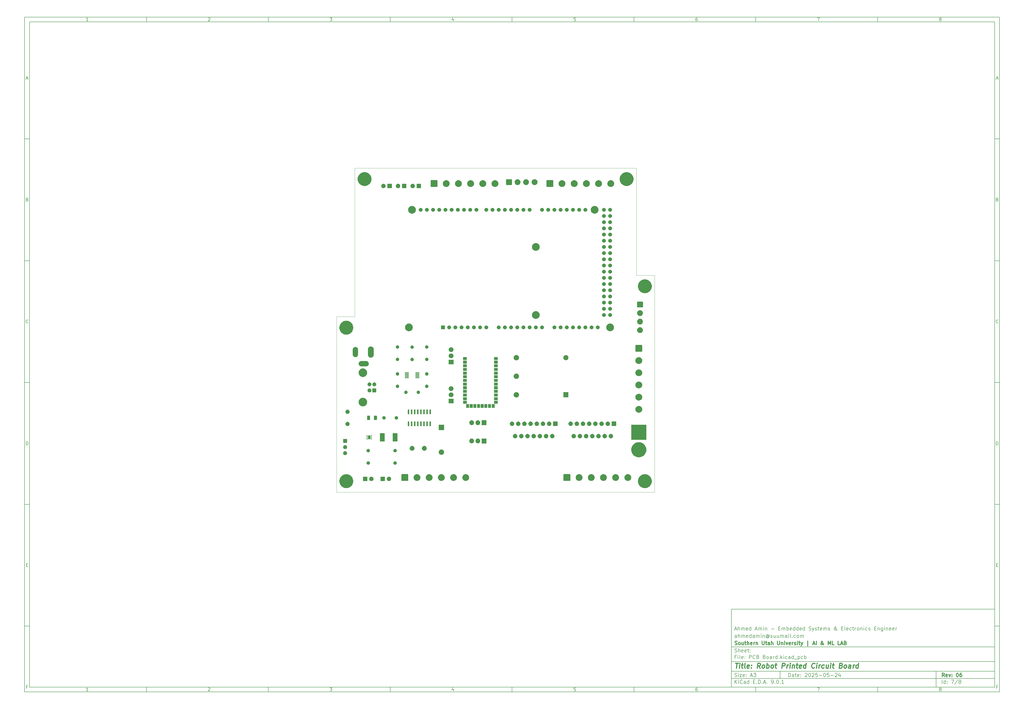
<source format=gbr>
%TF.GenerationSoftware,KiCad,Pcbnew,9.0.1*%
%TF.CreationDate,2025-05-27T23:19:41-06:00*%
%TF.ProjectId,PCB Board,50434220-426f-4617-9264-2e6b69636164,06*%
%TF.SameCoordinates,Original*%
%TF.FileFunction,Soldermask,Top*%
%TF.FilePolarity,Negative*%
%FSLAX46Y46*%
G04 Gerber Fmt 4.6, Leading zero omitted, Abs format (unit mm)*
G04 Created by KiCad (PCBNEW 9.0.1) date 2025-05-27 23:19:41*
%MOMM*%
%LPD*%
G01*
G04 APERTURE LIST*
%ADD10C,0.100000*%
%ADD11C,0.150000*%
%ADD12C,0.300000*%
%ADD13C,0.400000*%
%TA.AperFunction,Profile*%
%ADD14C,0.038100*%
%TD*%
G04 APERTURE END LIST*
D10*
D11*
X299989000Y-253002200D02*
X407989000Y-253002200D01*
X407989000Y-285002200D01*
X299989000Y-285002200D01*
X299989000Y-253002200D01*
D10*
D11*
X10000000Y-10000000D02*
X409989000Y-10000000D01*
X409989000Y-287002200D01*
X10000000Y-287002200D01*
X10000000Y-10000000D01*
D10*
D11*
X12000000Y-12000000D02*
X407989000Y-12000000D01*
X407989000Y-285002200D01*
X12000000Y-285002200D01*
X12000000Y-12000000D01*
D10*
D11*
X60000000Y-12000000D02*
X60000000Y-10000000D01*
D10*
D11*
X110000000Y-12000000D02*
X110000000Y-10000000D01*
D10*
D11*
X160000000Y-12000000D02*
X160000000Y-10000000D01*
D10*
D11*
X210000000Y-12000000D02*
X210000000Y-10000000D01*
D10*
D11*
X260000000Y-12000000D02*
X260000000Y-10000000D01*
D10*
D11*
X310000000Y-12000000D02*
X310000000Y-10000000D01*
D10*
D11*
X360000000Y-12000000D02*
X360000000Y-10000000D01*
D10*
D11*
X36089160Y-11593604D02*
X35346303Y-11593604D01*
X35717731Y-11593604D02*
X35717731Y-10293604D01*
X35717731Y-10293604D02*
X35593922Y-10479319D01*
X35593922Y-10479319D02*
X35470112Y-10603128D01*
X35470112Y-10603128D02*
X35346303Y-10665033D01*
D10*
D11*
X85346303Y-10417414D02*
X85408207Y-10355509D01*
X85408207Y-10355509D02*
X85532017Y-10293604D01*
X85532017Y-10293604D02*
X85841541Y-10293604D01*
X85841541Y-10293604D02*
X85965350Y-10355509D01*
X85965350Y-10355509D02*
X86027255Y-10417414D01*
X86027255Y-10417414D02*
X86089160Y-10541223D01*
X86089160Y-10541223D02*
X86089160Y-10665033D01*
X86089160Y-10665033D02*
X86027255Y-10850747D01*
X86027255Y-10850747D02*
X85284398Y-11593604D01*
X85284398Y-11593604D02*
X86089160Y-11593604D01*
D10*
D11*
X135284398Y-10293604D02*
X136089160Y-10293604D01*
X136089160Y-10293604D02*
X135655826Y-10788842D01*
X135655826Y-10788842D02*
X135841541Y-10788842D01*
X135841541Y-10788842D02*
X135965350Y-10850747D01*
X135965350Y-10850747D02*
X136027255Y-10912652D01*
X136027255Y-10912652D02*
X136089160Y-11036461D01*
X136089160Y-11036461D02*
X136089160Y-11345985D01*
X136089160Y-11345985D02*
X136027255Y-11469795D01*
X136027255Y-11469795D02*
X135965350Y-11531700D01*
X135965350Y-11531700D02*
X135841541Y-11593604D01*
X135841541Y-11593604D02*
X135470112Y-11593604D01*
X135470112Y-11593604D02*
X135346303Y-11531700D01*
X135346303Y-11531700D02*
X135284398Y-11469795D01*
D10*
D11*
X185965350Y-10726938D02*
X185965350Y-11593604D01*
X185655826Y-10231700D02*
X185346303Y-11160271D01*
X185346303Y-11160271D02*
X186151064Y-11160271D01*
D10*
D11*
X236027255Y-10293604D02*
X235408207Y-10293604D01*
X235408207Y-10293604D02*
X235346303Y-10912652D01*
X235346303Y-10912652D02*
X235408207Y-10850747D01*
X235408207Y-10850747D02*
X235532017Y-10788842D01*
X235532017Y-10788842D02*
X235841541Y-10788842D01*
X235841541Y-10788842D02*
X235965350Y-10850747D01*
X235965350Y-10850747D02*
X236027255Y-10912652D01*
X236027255Y-10912652D02*
X236089160Y-11036461D01*
X236089160Y-11036461D02*
X236089160Y-11345985D01*
X236089160Y-11345985D02*
X236027255Y-11469795D01*
X236027255Y-11469795D02*
X235965350Y-11531700D01*
X235965350Y-11531700D02*
X235841541Y-11593604D01*
X235841541Y-11593604D02*
X235532017Y-11593604D01*
X235532017Y-11593604D02*
X235408207Y-11531700D01*
X235408207Y-11531700D02*
X235346303Y-11469795D01*
D10*
D11*
X285965350Y-10293604D02*
X285717731Y-10293604D01*
X285717731Y-10293604D02*
X285593922Y-10355509D01*
X285593922Y-10355509D02*
X285532017Y-10417414D01*
X285532017Y-10417414D02*
X285408207Y-10603128D01*
X285408207Y-10603128D02*
X285346303Y-10850747D01*
X285346303Y-10850747D02*
X285346303Y-11345985D01*
X285346303Y-11345985D02*
X285408207Y-11469795D01*
X285408207Y-11469795D02*
X285470112Y-11531700D01*
X285470112Y-11531700D02*
X285593922Y-11593604D01*
X285593922Y-11593604D02*
X285841541Y-11593604D01*
X285841541Y-11593604D02*
X285965350Y-11531700D01*
X285965350Y-11531700D02*
X286027255Y-11469795D01*
X286027255Y-11469795D02*
X286089160Y-11345985D01*
X286089160Y-11345985D02*
X286089160Y-11036461D01*
X286089160Y-11036461D02*
X286027255Y-10912652D01*
X286027255Y-10912652D02*
X285965350Y-10850747D01*
X285965350Y-10850747D02*
X285841541Y-10788842D01*
X285841541Y-10788842D02*
X285593922Y-10788842D01*
X285593922Y-10788842D02*
X285470112Y-10850747D01*
X285470112Y-10850747D02*
X285408207Y-10912652D01*
X285408207Y-10912652D02*
X285346303Y-11036461D01*
D10*
D11*
X335284398Y-10293604D02*
X336151064Y-10293604D01*
X336151064Y-10293604D02*
X335593922Y-11593604D01*
D10*
D11*
X385593922Y-10850747D02*
X385470112Y-10788842D01*
X385470112Y-10788842D02*
X385408207Y-10726938D01*
X385408207Y-10726938D02*
X385346303Y-10603128D01*
X385346303Y-10603128D02*
X385346303Y-10541223D01*
X385346303Y-10541223D02*
X385408207Y-10417414D01*
X385408207Y-10417414D02*
X385470112Y-10355509D01*
X385470112Y-10355509D02*
X385593922Y-10293604D01*
X385593922Y-10293604D02*
X385841541Y-10293604D01*
X385841541Y-10293604D02*
X385965350Y-10355509D01*
X385965350Y-10355509D02*
X386027255Y-10417414D01*
X386027255Y-10417414D02*
X386089160Y-10541223D01*
X386089160Y-10541223D02*
X386089160Y-10603128D01*
X386089160Y-10603128D02*
X386027255Y-10726938D01*
X386027255Y-10726938D02*
X385965350Y-10788842D01*
X385965350Y-10788842D02*
X385841541Y-10850747D01*
X385841541Y-10850747D02*
X385593922Y-10850747D01*
X385593922Y-10850747D02*
X385470112Y-10912652D01*
X385470112Y-10912652D02*
X385408207Y-10974557D01*
X385408207Y-10974557D02*
X385346303Y-11098366D01*
X385346303Y-11098366D02*
X385346303Y-11345985D01*
X385346303Y-11345985D02*
X385408207Y-11469795D01*
X385408207Y-11469795D02*
X385470112Y-11531700D01*
X385470112Y-11531700D02*
X385593922Y-11593604D01*
X385593922Y-11593604D02*
X385841541Y-11593604D01*
X385841541Y-11593604D02*
X385965350Y-11531700D01*
X385965350Y-11531700D02*
X386027255Y-11469795D01*
X386027255Y-11469795D02*
X386089160Y-11345985D01*
X386089160Y-11345985D02*
X386089160Y-11098366D01*
X386089160Y-11098366D02*
X386027255Y-10974557D01*
X386027255Y-10974557D02*
X385965350Y-10912652D01*
X385965350Y-10912652D02*
X385841541Y-10850747D01*
D10*
D11*
X60000000Y-285002200D02*
X60000000Y-287002200D01*
D10*
D11*
X110000000Y-285002200D02*
X110000000Y-287002200D01*
D10*
D11*
X160000000Y-285002200D02*
X160000000Y-287002200D01*
D10*
D11*
X210000000Y-285002200D02*
X210000000Y-287002200D01*
D10*
D11*
X260000000Y-285002200D02*
X260000000Y-287002200D01*
D10*
D11*
X310000000Y-285002200D02*
X310000000Y-287002200D01*
D10*
D11*
X360000000Y-285002200D02*
X360000000Y-287002200D01*
D10*
D11*
X36089160Y-286595804D02*
X35346303Y-286595804D01*
X35717731Y-286595804D02*
X35717731Y-285295804D01*
X35717731Y-285295804D02*
X35593922Y-285481519D01*
X35593922Y-285481519D02*
X35470112Y-285605328D01*
X35470112Y-285605328D02*
X35346303Y-285667233D01*
D10*
D11*
X85346303Y-285419614D02*
X85408207Y-285357709D01*
X85408207Y-285357709D02*
X85532017Y-285295804D01*
X85532017Y-285295804D02*
X85841541Y-285295804D01*
X85841541Y-285295804D02*
X85965350Y-285357709D01*
X85965350Y-285357709D02*
X86027255Y-285419614D01*
X86027255Y-285419614D02*
X86089160Y-285543423D01*
X86089160Y-285543423D02*
X86089160Y-285667233D01*
X86089160Y-285667233D02*
X86027255Y-285852947D01*
X86027255Y-285852947D02*
X85284398Y-286595804D01*
X85284398Y-286595804D02*
X86089160Y-286595804D01*
D10*
D11*
X135284398Y-285295804D02*
X136089160Y-285295804D01*
X136089160Y-285295804D02*
X135655826Y-285791042D01*
X135655826Y-285791042D02*
X135841541Y-285791042D01*
X135841541Y-285791042D02*
X135965350Y-285852947D01*
X135965350Y-285852947D02*
X136027255Y-285914852D01*
X136027255Y-285914852D02*
X136089160Y-286038661D01*
X136089160Y-286038661D02*
X136089160Y-286348185D01*
X136089160Y-286348185D02*
X136027255Y-286471995D01*
X136027255Y-286471995D02*
X135965350Y-286533900D01*
X135965350Y-286533900D02*
X135841541Y-286595804D01*
X135841541Y-286595804D02*
X135470112Y-286595804D01*
X135470112Y-286595804D02*
X135346303Y-286533900D01*
X135346303Y-286533900D02*
X135284398Y-286471995D01*
D10*
D11*
X185965350Y-285729138D02*
X185965350Y-286595804D01*
X185655826Y-285233900D02*
X185346303Y-286162471D01*
X185346303Y-286162471D02*
X186151064Y-286162471D01*
D10*
D11*
X236027255Y-285295804D02*
X235408207Y-285295804D01*
X235408207Y-285295804D02*
X235346303Y-285914852D01*
X235346303Y-285914852D02*
X235408207Y-285852947D01*
X235408207Y-285852947D02*
X235532017Y-285791042D01*
X235532017Y-285791042D02*
X235841541Y-285791042D01*
X235841541Y-285791042D02*
X235965350Y-285852947D01*
X235965350Y-285852947D02*
X236027255Y-285914852D01*
X236027255Y-285914852D02*
X236089160Y-286038661D01*
X236089160Y-286038661D02*
X236089160Y-286348185D01*
X236089160Y-286348185D02*
X236027255Y-286471995D01*
X236027255Y-286471995D02*
X235965350Y-286533900D01*
X235965350Y-286533900D02*
X235841541Y-286595804D01*
X235841541Y-286595804D02*
X235532017Y-286595804D01*
X235532017Y-286595804D02*
X235408207Y-286533900D01*
X235408207Y-286533900D02*
X235346303Y-286471995D01*
D10*
D11*
X285965350Y-285295804D02*
X285717731Y-285295804D01*
X285717731Y-285295804D02*
X285593922Y-285357709D01*
X285593922Y-285357709D02*
X285532017Y-285419614D01*
X285532017Y-285419614D02*
X285408207Y-285605328D01*
X285408207Y-285605328D02*
X285346303Y-285852947D01*
X285346303Y-285852947D02*
X285346303Y-286348185D01*
X285346303Y-286348185D02*
X285408207Y-286471995D01*
X285408207Y-286471995D02*
X285470112Y-286533900D01*
X285470112Y-286533900D02*
X285593922Y-286595804D01*
X285593922Y-286595804D02*
X285841541Y-286595804D01*
X285841541Y-286595804D02*
X285965350Y-286533900D01*
X285965350Y-286533900D02*
X286027255Y-286471995D01*
X286027255Y-286471995D02*
X286089160Y-286348185D01*
X286089160Y-286348185D02*
X286089160Y-286038661D01*
X286089160Y-286038661D02*
X286027255Y-285914852D01*
X286027255Y-285914852D02*
X285965350Y-285852947D01*
X285965350Y-285852947D02*
X285841541Y-285791042D01*
X285841541Y-285791042D02*
X285593922Y-285791042D01*
X285593922Y-285791042D02*
X285470112Y-285852947D01*
X285470112Y-285852947D02*
X285408207Y-285914852D01*
X285408207Y-285914852D02*
X285346303Y-286038661D01*
D10*
D11*
X335284398Y-285295804D02*
X336151064Y-285295804D01*
X336151064Y-285295804D02*
X335593922Y-286595804D01*
D10*
D11*
X385593922Y-285852947D02*
X385470112Y-285791042D01*
X385470112Y-285791042D02*
X385408207Y-285729138D01*
X385408207Y-285729138D02*
X385346303Y-285605328D01*
X385346303Y-285605328D02*
X385346303Y-285543423D01*
X385346303Y-285543423D02*
X385408207Y-285419614D01*
X385408207Y-285419614D02*
X385470112Y-285357709D01*
X385470112Y-285357709D02*
X385593922Y-285295804D01*
X385593922Y-285295804D02*
X385841541Y-285295804D01*
X385841541Y-285295804D02*
X385965350Y-285357709D01*
X385965350Y-285357709D02*
X386027255Y-285419614D01*
X386027255Y-285419614D02*
X386089160Y-285543423D01*
X386089160Y-285543423D02*
X386089160Y-285605328D01*
X386089160Y-285605328D02*
X386027255Y-285729138D01*
X386027255Y-285729138D02*
X385965350Y-285791042D01*
X385965350Y-285791042D02*
X385841541Y-285852947D01*
X385841541Y-285852947D02*
X385593922Y-285852947D01*
X385593922Y-285852947D02*
X385470112Y-285914852D01*
X385470112Y-285914852D02*
X385408207Y-285976757D01*
X385408207Y-285976757D02*
X385346303Y-286100566D01*
X385346303Y-286100566D02*
X385346303Y-286348185D01*
X385346303Y-286348185D02*
X385408207Y-286471995D01*
X385408207Y-286471995D02*
X385470112Y-286533900D01*
X385470112Y-286533900D02*
X385593922Y-286595804D01*
X385593922Y-286595804D02*
X385841541Y-286595804D01*
X385841541Y-286595804D02*
X385965350Y-286533900D01*
X385965350Y-286533900D02*
X386027255Y-286471995D01*
X386027255Y-286471995D02*
X386089160Y-286348185D01*
X386089160Y-286348185D02*
X386089160Y-286100566D01*
X386089160Y-286100566D02*
X386027255Y-285976757D01*
X386027255Y-285976757D02*
X385965350Y-285914852D01*
X385965350Y-285914852D02*
X385841541Y-285852947D01*
D10*
D11*
X10000000Y-60000000D02*
X12000000Y-60000000D01*
D10*
D11*
X10000000Y-110000000D02*
X12000000Y-110000000D01*
D10*
D11*
X10000000Y-160000000D02*
X12000000Y-160000000D01*
D10*
D11*
X10000000Y-210000000D02*
X12000000Y-210000000D01*
D10*
D11*
X10000000Y-260000000D02*
X12000000Y-260000000D01*
D10*
D11*
X10690476Y-35222176D02*
X11309523Y-35222176D01*
X10566666Y-35593604D02*
X10999999Y-34293604D01*
X10999999Y-34293604D02*
X11433333Y-35593604D01*
D10*
D11*
X11092857Y-84912652D02*
X11278571Y-84974557D01*
X11278571Y-84974557D02*
X11340476Y-85036461D01*
X11340476Y-85036461D02*
X11402380Y-85160271D01*
X11402380Y-85160271D02*
X11402380Y-85345985D01*
X11402380Y-85345985D02*
X11340476Y-85469795D01*
X11340476Y-85469795D02*
X11278571Y-85531700D01*
X11278571Y-85531700D02*
X11154761Y-85593604D01*
X11154761Y-85593604D02*
X10659523Y-85593604D01*
X10659523Y-85593604D02*
X10659523Y-84293604D01*
X10659523Y-84293604D02*
X11092857Y-84293604D01*
X11092857Y-84293604D02*
X11216666Y-84355509D01*
X11216666Y-84355509D02*
X11278571Y-84417414D01*
X11278571Y-84417414D02*
X11340476Y-84541223D01*
X11340476Y-84541223D02*
X11340476Y-84665033D01*
X11340476Y-84665033D02*
X11278571Y-84788842D01*
X11278571Y-84788842D02*
X11216666Y-84850747D01*
X11216666Y-84850747D02*
X11092857Y-84912652D01*
X11092857Y-84912652D02*
X10659523Y-84912652D01*
D10*
D11*
X11402380Y-135469795D02*
X11340476Y-135531700D01*
X11340476Y-135531700D02*
X11154761Y-135593604D01*
X11154761Y-135593604D02*
X11030952Y-135593604D01*
X11030952Y-135593604D02*
X10845238Y-135531700D01*
X10845238Y-135531700D02*
X10721428Y-135407890D01*
X10721428Y-135407890D02*
X10659523Y-135284080D01*
X10659523Y-135284080D02*
X10597619Y-135036461D01*
X10597619Y-135036461D02*
X10597619Y-134850747D01*
X10597619Y-134850747D02*
X10659523Y-134603128D01*
X10659523Y-134603128D02*
X10721428Y-134479319D01*
X10721428Y-134479319D02*
X10845238Y-134355509D01*
X10845238Y-134355509D02*
X11030952Y-134293604D01*
X11030952Y-134293604D02*
X11154761Y-134293604D01*
X11154761Y-134293604D02*
X11340476Y-134355509D01*
X11340476Y-134355509D02*
X11402380Y-134417414D01*
D10*
D11*
X10659523Y-185593604D02*
X10659523Y-184293604D01*
X10659523Y-184293604D02*
X10969047Y-184293604D01*
X10969047Y-184293604D02*
X11154761Y-184355509D01*
X11154761Y-184355509D02*
X11278571Y-184479319D01*
X11278571Y-184479319D02*
X11340476Y-184603128D01*
X11340476Y-184603128D02*
X11402380Y-184850747D01*
X11402380Y-184850747D02*
X11402380Y-185036461D01*
X11402380Y-185036461D02*
X11340476Y-185284080D01*
X11340476Y-185284080D02*
X11278571Y-185407890D01*
X11278571Y-185407890D02*
X11154761Y-185531700D01*
X11154761Y-185531700D02*
X10969047Y-185593604D01*
X10969047Y-185593604D02*
X10659523Y-185593604D01*
D10*
D11*
X10721428Y-234912652D02*
X11154762Y-234912652D01*
X11340476Y-235593604D02*
X10721428Y-235593604D01*
X10721428Y-235593604D02*
X10721428Y-234293604D01*
X10721428Y-234293604D02*
X11340476Y-234293604D01*
D10*
D11*
X11185714Y-284912652D02*
X10752380Y-284912652D01*
X10752380Y-285593604D02*
X10752380Y-284293604D01*
X10752380Y-284293604D02*
X11371428Y-284293604D01*
D10*
D11*
X409989000Y-60000000D02*
X407989000Y-60000000D01*
D10*
D11*
X409989000Y-110000000D02*
X407989000Y-110000000D01*
D10*
D11*
X409989000Y-160000000D02*
X407989000Y-160000000D01*
D10*
D11*
X409989000Y-210000000D02*
X407989000Y-210000000D01*
D10*
D11*
X409989000Y-260000000D02*
X407989000Y-260000000D01*
D10*
D11*
X408679476Y-35222176D02*
X409298523Y-35222176D01*
X408555666Y-35593604D02*
X408988999Y-34293604D01*
X408988999Y-34293604D02*
X409422333Y-35593604D01*
D10*
D11*
X409081857Y-84912652D02*
X409267571Y-84974557D01*
X409267571Y-84974557D02*
X409329476Y-85036461D01*
X409329476Y-85036461D02*
X409391380Y-85160271D01*
X409391380Y-85160271D02*
X409391380Y-85345985D01*
X409391380Y-85345985D02*
X409329476Y-85469795D01*
X409329476Y-85469795D02*
X409267571Y-85531700D01*
X409267571Y-85531700D02*
X409143761Y-85593604D01*
X409143761Y-85593604D02*
X408648523Y-85593604D01*
X408648523Y-85593604D02*
X408648523Y-84293604D01*
X408648523Y-84293604D02*
X409081857Y-84293604D01*
X409081857Y-84293604D02*
X409205666Y-84355509D01*
X409205666Y-84355509D02*
X409267571Y-84417414D01*
X409267571Y-84417414D02*
X409329476Y-84541223D01*
X409329476Y-84541223D02*
X409329476Y-84665033D01*
X409329476Y-84665033D02*
X409267571Y-84788842D01*
X409267571Y-84788842D02*
X409205666Y-84850747D01*
X409205666Y-84850747D02*
X409081857Y-84912652D01*
X409081857Y-84912652D02*
X408648523Y-84912652D01*
D10*
D11*
X409391380Y-135469795D02*
X409329476Y-135531700D01*
X409329476Y-135531700D02*
X409143761Y-135593604D01*
X409143761Y-135593604D02*
X409019952Y-135593604D01*
X409019952Y-135593604D02*
X408834238Y-135531700D01*
X408834238Y-135531700D02*
X408710428Y-135407890D01*
X408710428Y-135407890D02*
X408648523Y-135284080D01*
X408648523Y-135284080D02*
X408586619Y-135036461D01*
X408586619Y-135036461D02*
X408586619Y-134850747D01*
X408586619Y-134850747D02*
X408648523Y-134603128D01*
X408648523Y-134603128D02*
X408710428Y-134479319D01*
X408710428Y-134479319D02*
X408834238Y-134355509D01*
X408834238Y-134355509D02*
X409019952Y-134293604D01*
X409019952Y-134293604D02*
X409143761Y-134293604D01*
X409143761Y-134293604D02*
X409329476Y-134355509D01*
X409329476Y-134355509D02*
X409391380Y-134417414D01*
D10*
D11*
X408648523Y-185593604D02*
X408648523Y-184293604D01*
X408648523Y-184293604D02*
X408958047Y-184293604D01*
X408958047Y-184293604D02*
X409143761Y-184355509D01*
X409143761Y-184355509D02*
X409267571Y-184479319D01*
X409267571Y-184479319D02*
X409329476Y-184603128D01*
X409329476Y-184603128D02*
X409391380Y-184850747D01*
X409391380Y-184850747D02*
X409391380Y-185036461D01*
X409391380Y-185036461D02*
X409329476Y-185284080D01*
X409329476Y-185284080D02*
X409267571Y-185407890D01*
X409267571Y-185407890D02*
X409143761Y-185531700D01*
X409143761Y-185531700D02*
X408958047Y-185593604D01*
X408958047Y-185593604D02*
X408648523Y-185593604D01*
D10*
D11*
X408710428Y-234912652D02*
X409143762Y-234912652D01*
X409329476Y-235593604D02*
X408710428Y-235593604D01*
X408710428Y-235593604D02*
X408710428Y-234293604D01*
X408710428Y-234293604D02*
X409329476Y-234293604D01*
D10*
D11*
X409174714Y-284912652D02*
X408741380Y-284912652D01*
X408741380Y-285593604D02*
X408741380Y-284293604D01*
X408741380Y-284293604D02*
X409360428Y-284293604D01*
D10*
D11*
X323444826Y-280788328D02*
X323444826Y-279288328D01*
X323444826Y-279288328D02*
X323801969Y-279288328D01*
X323801969Y-279288328D02*
X324016255Y-279359757D01*
X324016255Y-279359757D02*
X324159112Y-279502614D01*
X324159112Y-279502614D02*
X324230541Y-279645471D01*
X324230541Y-279645471D02*
X324301969Y-279931185D01*
X324301969Y-279931185D02*
X324301969Y-280145471D01*
X324301969Y-280145471D02*
X324230541Y-280431185D01*
X324230541Y-280431185D02*
X324159112Y-280574042D01*
X324159112Y-280574042D02*
X324016255Y-280716900D01*
X324016255Y-280716900D02*
X323801969Y-280788328D01*
X323801969Y-280788328D02*
X323444826Y-280788328D01*
X325587684Y-280788328D02*
X325587684Y-280002614D01*
X325587684Y-280002614D02*
X325516255Y-279859757D01*
X325516255Y-279859757D02*
X325373398Y-279788328D01*
X325373398Y-279788328D02*
X325087684Y-279788328D01*
X325087684Y-279788328D02*
X324944826Y-279859757D01*
X325587684Y-280716900D02*
X325444826Y-280788328D01*
X325444826Y-280788328D02*
X325087684Y-280788328D01*
X325087684Y-280788328D02*
X324944826Y-280716900D01*
X324944826Y-280716900D02*
X324873398Y-280574042D01*
X324873398Y-280574042D02*
X324873398Y-280431185D01*
X324873398Y-280431185D02*
X324944826Y-280288328D01*
X324944826Y-280288328D02*
X325087684Y-280216900D01*
X325087684Y-280216900D02*
X325444826Y-280216900D01*
X325444826Y-280216900D02*
X325587684Y-280145471D01*
X326087684Y-279788328D02*
X326659112Y-279788328D01*
X326301969Y-279288328D02*
X326301969Y-280574042D01*
X326301969Y-280574042D02*
X326373398Y-280716900D01*
X326373398Y-280716900D02*
X326516255Y-280788328D01*
X326516255Y-280788328D02*
X326659112Y-280788328D01*
X327730541Y-280716900D02*
X327587684Y-280788328D01*
X327587684Y-280788328D02*
X327301970Y-280788328D01*
X327301970Y-280788328D02*
X327159112Y-280716900D01*
X327159112Y-280716900D02*
X327087684Y-280574042D01*
X327087684Y-280574042D02*
X327087684Y-280002614D01*
X327087684Y-280002614D02*
X327159112Y-279859757D01*
X327159112Y-279859757D02*
X327301970Y-279788328D01*
X327301970Y-279788328D02*
X327587684Y-279788328D01*
X327587684Y-279788328D02*
X327730541Y-279859757D01*
X327730541Y-279859757D02*
X327801970Y-280002614D01*
X327801970Y-280002614D02*
X327801970Y-280145471D01*
X327801970Y-280145471D02*
X327087684Y-280288328D01*
X328444826Y-280645471D02*
X328516255Y-280716900D01*
X328516255Y-280716900D02*
X328444826Y-280788328D01*
X328444826Y-280788328D02*
X328373398Y-280716900D01*
X328373398Y-280716900D02*
X328444826Y-280645471D01*
X328444826Y-280645471D02*
X328444826Y-280788328D01*
X328444826Y-279859757D02*
X328516255Y-279931185D01*
X328516255Y-279931185D02*
X328444826Y-280002614D01*
X328444826Y-280002614D02*
X328373398Y-279931185D01*
X328373398Y-279931185D02*
X328444826Y-279859757D01*
X328444826Y-279859757D02*
X328444826Y-280002614D01*
X330230541Y-279431185D02*
X330301969Y-279359757D01*
X330301969Y-279359757D02*
X330444827Y-279288328D01*
X330444827Y-279288328D02*
X330801969Y-279288328D01*
X330801969Y-279288328D02*
X330944827Y-279359757D01*
X330944827Y-279359757D02*
X331016255Y-279431185D01*
X331016255Y-279431185D02*
X331087684Y-279574042D01*
X331087684Y-279574042D02*
X331087684Y-279716900D01*
X331087684Y-279716900D02*
X331016255Y-279931185D01*
X331016255Y-279931185D02*
X330159112Y-280788328D01*
X330159112Y-280788328D02*
X331087684Y-280788328D01*
X332016255Y-279288328D02*
X332159112Y-279288328D01*
X332159112Y-279288328D02*
X332301969Y-279359757D01*
X332301969Y-279359757D02*
X332373398Y-279431185D01*
X332373398Y-279431185D02*
X332444826Y-279574042D01*
X332444826Y-279574042D02*
X332516255Y-279859757D01*
X332516255Y-279859757D02*
X332516255Y-280216900D01*
X332516255Y-280216900D02*
X332444826Y-280502614D01*
X332444826Y-280502614D02*
X332373398Y-280645471D01*
X332373398Y-280645471D02*
X332301969Y-280716900D01*
X332301969Y-280716900D02*
X332159112Y-280788328D01*
X332159112Y-280788328D02*
X332016255Y-280788328D01*
X332016255Y-280788328D02*
X331873398Y-280716900D01*
X331873398Y-280716900D02*
X331801969Y-280645471D01*
X331801969Y-280645471D02*
X331730540Y-280502614D01*
X331730540Y-280502614D02*
X331659112Y-280216900D01*
X331659112Y-280216900D02*
X331659112Y-279859757D01*
X331659112Y-279859757D02*
X331730540Y-279574042D01*
X331730540Y-279574042D02*
X331801969Y-279431185D01*
X331801969Y-279431185D02*
X331873398Y-279359757D01*
X331873398Y-279359757D02*
X332016255Y-279288328D01*
X333087683Y-279431185D02*
X333159111Y-279359757D01*
X333159111Y-279359757D02*
X333301969Y-279288328D01*
X333301969Y-279288328D02*
X333659111Y-279288328D01*
X333659111Y-279288328D02*
X333801969Y-279359757D01*
X333801969Y-279359757D02*
X333873397Y-279431185D01*
X333873397Y-279431185D02*
X333944826Y-279574042D01*
X333944826Y-279574042D02*
X333944826Y-279716900D01*
X333944826Y-279716900D02*
X333873397Y-279931185D01*
X333873397Y-279931185D02*
X333016254Y-280788328D01*
X333016254Y-280788328D02*
X333944826Y-280788328D01*
X335301968Y-279288328D02*
X334587682Y-279288328D01*
X334587682Y-279288328D02*
X334516254Y-280002614D01*
X334516254Y-280002614D02*
X334587682Y-279931185D01*
X334587682Y-279931185D02*
X334730540Y-279859757D01*
X334730540Y-279859757D02*
X335087682Y-279859757D01*
X335087682Y-279859757D02*
X335230540Y-279931185D01*
X335230540Y-279931185D02*
X335301968Y-280002614D01*
X335301968Y-280002614D02*
X335373397Y-280145471D01*
X335373397Y-280145471D02*
X335373397Y-280502614D01*
X335373397Y-280502614D02*
X335301968Y-280645471D01*
X335301968Y-280645471D02*
X335230540Y-280716900D01*
X335230540Y-280716900D02*
X335087682Y-280788328D01*
X335087682Y-280788328D02*
X334730540Y-280788328D01*
X334730540Y-280788328D02*
X334587682Y-280716900D01*
X334587682Y-280716900D02*
X334516254Y-280645471D01*
X336016253Y-280216900D02*
X337159111Y-280216900D01*
X338159111Y-279288328D02*
X338301968Y-279288328D01*
X338301968Y-279288328D02*
X338444825Y-279359757D01*
X338444825Y-279359757D02*
X338516254Y-279431185D01*
X338516254Y-279431185D02*
X338587682Y-279574042D01*
X338587682Y-279574042D02*
X338659111Y-279859757D01*
X338659111Y-279859757D02*
X338659111Y-280216900D01*
X338659111Y-280216900D02*
X338587682Y-280502614D01*
X338587682Y-280502614D02*
X338516254Y-280645471D01*
X338516254Y-280645471D02*
X338444825Y-280716900D01*
X338444825Y-280716900D02*
X338301968Y-280788328D01*
X338301968Y-280788328D02*
X338159111Y-280788328D01*
X338159111Y-280788328D02*
X338016254Y-280716900D01*
X338016254Y-280716900D02*
X337944825Y-280645471D01*
X337944825Y-280645471D02*
X337873396Y-280502614D01*
X337873396Y-280502614D02*
X337801968Y-280216900D01*
X337801968Y-280216900D02*
X337801968Y-279859757D01*
X337801968Y-279859757D02*
X337873396Y-279574042D01*
X337873396Y-279574042D02*
X337944825Y-279431185D01*
X337944825Y-279431185D02*
X338016254Y-279359757D01*
X338016254Y-279359757D02*
X338159111Y-279288328D01*
X340016253Y-279288328D02*
X339301967Y-279288328D01*
X339301967Y-279288328D02*
X339230539Y-280002614D01*
X339230539Y-280002614D02*
X339301967Y-279931185D01*
X339301967Y-279931185D02*
X339444825Y-279859757D01*
X339444825Y-279859757D02*
X339801967Y-279859757D01*
X339801967Y-279859757D02*
X339944825Y-279931185D01*
X339944825Y-279931185D02*
X340016253Y-280002614D01*
X340016253Y-280002614D02*
X340087682Y-280145471D01*
X340087682Y-280145471D02*
X340087682Y-280502614D01*
X340087682Y-280502614D02*
X340016253Y-280645471D01*
X340016253Y-280645471D02*
X339944825Y-280716900D01*
X339944825Y-280716900D02*
X339801967Y-280788328D01*
X339801967Y-280788328D02*
X339444825Y-280788328D01*
X339444825Y-280788328D02*
X339301967Y-280716900D01*
X339301967Y-280716900D02*
X339230539Y-280645471D01*
X340730538Y-280216900D02*
X341873396Y-280216900D01*
X342516253Y-279431185D02*
X342587681Y-279359757D01*
X342587681Y-279359757D02*
X342730539Y-279288328D01*
X342730539Y-279288328D02*
X343087681Y-279288328D01*
X343087681Y-279288328D02*
X343230539Y-279359757D01*
X343230539Y-279359757D02*
X343301967Y-279431185D01*
X343301967Y-279431185D02*
X343373396Y-279574042D01*
X343373396Y-279574042D02*
X343373396Y-279716900D01*
X343373396Y-279716900D02*
X343301967Y-279931185D01*
X343301967Y-279931185D02*
X342444824Y-280788328D01*
X342444824Y-280788328D02*
X343373396Y-280788328D01*
X344659110Y-279788328D02*
X344659110Y-280788328D01*
X344301967Y-279216900D02*
X343944824Y-280288328D01*
X343944824Y-280288328D02*
X344873395Y-280288328D01*
D10*
D11*
X299989000Y-281502200D02*
X407989000Y-281502200D01*
D10*
D11*
X301444826Y-283588328D02*
X301444826Y-282088328D01*
X302301969Y-283588328D02*
X301659112Y-282731185D01*
X302301969Y-282088328D02*
X301444826Y-282945471D01*
X302944826Y-283588328D02*
X302944826Y-282588328D01*
X302944826Y-282088328D02*
X302873398Y-282159757D01*
X302873398Y-282159757D02*
X302944826Y-282231185D01*
X302944826Y-282231185D02*
X303016255Y-282159757D01*
X303016255Y-282159757D02*
X302944826Y-282088328D01*
X302944826Y-282088328D02*
X302944826Y-282231185D01*
X304516255Y-283445471D02*
X304444827Y-283516900D01*
X304444827Y-283516900D02*
X304230541Y-283588328D01*
X304230541Y-283588328D02*
X304087684Y-283588328D01*
X304087684Y-283588328D02*
X303873398Y-283516900D01*
X303873398Y-283516900D02*
X303730541Y-283374042D01*
X303730541Y-283374042D02*
X303659112Y-283231185D01*
X303659112Y-283231185D02*
X303587684Y-282945471D01*
X303587684Y-282945471D02*
X303587684Y-282731185D01*
X303587684Y-282731185D02*
X303659112Y-282445471D01*
X303659112Y-282445471D02*
X303730541Y-282302614D01*
X303730541Y-282302614D02*
X303873398Y-282159757D01*
X303873398Y-282159757D02*
X304087684Y-282088328D01*
X304087684Y-282088328D02*
X304230541Y-282088328D01*
X304230541Y-282088328D02*
X304444827Y-282159757D01*
X304444827Y-282159757D02*
X304516255Y-282231185D01*
X305801970Y-283588328D02*
X305801970Y-282802614D01*
X305801970Y-282802614D02*
X305730541Y-282659757D01*
X305730541Y-282659757D02*
X305587684Y-282588328D01*
X305587684Y-282588328D02*
X305301970Y-282588328D01*
X305301970Y-282588328D02*
X305159112Y-282659757D01*
X305801970Y-283516900D02*
X305659112Y-283588328D01*
X305659112Y-283588328D02*
X305301970Y-283588328D01*
X305301970Y-283588328D02*
X305159112Y-283516900D01*
X305159112Y-283516900D02*
X305087684Y-283374042D01*
X305087684Y-283374042D02*
X305087684Y-283231185D01*
X305087684Y-283231185D02*
X305159112Y-283088328D01*
X305159112Y-283088328D02*
X305301970Y-283016900D01*
X305301970Y-283016900D02*
X305659112Y-283016900D01*
X305659112Y-283016900D02*
X305801970Y-282945471D01*
X307159113Y-283588328D02*
X307159113Y-282088328D01*
X307159113Y-283516900D02*
X307016255Y-283588328D01*
X307016255Y-283588328D02*
X306730541Y-283588328D01*
X306730541Y-283588328D02*
X306587684Y-283516900D01*
X306587684Y-283516900D02*
X306516255Y-283445471D01*
X306516255Y-283445471D02*
X306444827Y-283302614D01*
X306444827Y-283302614D02*
X306444827Y-282874042D01*
X306444827Y-282874042D02*
X306516255Y-282731185D01*
X306516255Y-282731185D02*
X306587684Y-282659757D01*
X306587684Y-282659757D02*
X306730541Y-282588328D01*
X306730541Y-282588328D02*
X307016255Y-282588328D01*
X307016255Y-282588328D02*
X307159113Y-282659757D01*
X309016255Y-282802614D02*
X309516255Y-282802614D01*
X309730541Y-283588328D02*
X309016255Y-283588328D01*
X309016255Y-283588328D02*
X309016255Y-282088328D01*
X309016255Y-282088328D02*
X309730541Y-282088328D01*
X310373398Y-283445471D02*
X310444827Y-283516900D01*
X310444827Y-283516900D02*
X310373398Y-283588328D01*
X310373398Y-283588328D02*
X310301970Y-283516900D01*
X310301970Y-283516900D02*
X310373398Y-283445471D01*
X310373398Y-283445471D02*
X310373398Y-283588328D01*
X311087684Y-283588328D02*
X311087684Y-282088328D01*
X311087684Y-282088328D02*
X311444827Y-282088328D01*
X311444827Y-282088328D02*
X311659113Y-282159757D01*
X311659113Y-282159757D02*
X311801970Y-282302614D01*
X311801970Y-282302614D02*
X311873399Y-282445471D01*
X311873399Y-282445471D02*
X311944827Y-282731185D01*
X311944827Y-282731185D02*
X311944827Y-282945471D01*
X311944827Y-282945471D02*
X311873399Y-283231185D01*
X311873399Y-283231185D02*
X311801970Y-283374042D01*
X311801970Y-283374042D02*
X311659113Y-283516900D01*
X311659113Y-283516900D02*
X311444827Y-283588328D01*
X311444827Y-283588328D02*
X311087684Y-283588328D01*
X312587684Y-283445471D02*
X312659113Y-283516900D01*
X312659113Y-283516900D02*
X312587684Y-283588328D01*
X312587684Y-283588328D02*
X312516256Y-283516900D01*
X312516256Y-283516900D02*
X312587684Y-283445471D01*
X312587684Y-283445471D02*
X312587684Y-283588328D01*
X313230542Y-283159757D02*
X313944828Y-283159757D01*
X313087685Y-283588328D02*
X313587685Y-282088328D01*
X313587685Y-282088328D02*
X314087685Y-283588328D01*
X314587684Y-283445471D02*
X314659113Y-283516900D01*
X314659113Y-283516900D02*
X314587684Y-283588328D01*
X314587684Y-283588328D02*
X314516256Y-283516900D01*
X314516256Y-283516900D02*
X314587684Y-283445471D01*
X314587684Y-283445471D02*
X314587684Y-283588328D01*
X316516256Y-283588328D02*
X316801970Y-283588328D01*
X316801970Y-283588328D02*
X316944827Y-283516900D01*
X316944827Y-283516900D02*
X317016256Y-283445471D01*
X317016256Y-283445471D02*
X317159113Y-283231185D01*
X317159113Y-283231185D02*
X317230542Y-282945471D01*
X317230542Y-282945471D02*
X317230542Y-282374042D01*
X317230542Y-282374042D02*
X317159113Y-282231185D01*
X317159113Y-282231185D02*
X317087685Y-282159757D01*
X317087685Y-282159757D02*
X316944827Y-282088328D01*
X316944827Y-282088328D02*
X316659113Y-282088328D01*
X316659113Y-282088328D02*
X316516256Y-282159757D01*
X316516256Y-282159757D02*
X316444827Y-282231185D01*
X316444827Y-282231185D02*
X316373399Y-282374042D01*
X316373399Y-282374042D02*
X316373399Y-282731185D01*
X316373399Y-282731185D02*
X316444827Y-282874042D01*
X316444827Y-282874042D02*
X316516256Y-282945471D01*
X316516256Y-282945471D02*
X316659113Y-283016900D01*
X316659113Y-283016900D02*
X316944827Y-283016900D01*
X316944827Y-283016900D02*
X317087685Y-282945471D01*
X317087685Y-282945471D02*
X317159113Y-282874042D01*
X317159113Y-282874042D02*
X317230542Y-282731185D01*
X317873398Y-283445471D02*
X317944827Y-283516900D01*
X317944827Y-283516900D02*
X317873398Y-283588328D01*
X317873398Y-283588328D02*
X317801970Y-283516900D01*
X317801970Y-283516900D02*
X317873398Y-283445471D01*
X317873398Y-283445471D02*
X317873398Y-283588328D01*
X318873399Y-282088328D02*
X319016256Y-282088328D01*
X319016256Y-282088328D02*
X319159113Y-282159757D01*
X319159113Y-282159757D02*
X319230542Y-282231185D01*
X319230542Y-282231185D02*
X319301970Y-282374042D01*
X319301970Y-282374042D02*
X319373399Y-282659757D01*
X319373399Y-282659757D02*
X319373399Y-283016900D01*
X319373399Y-283016900D02*
X319301970Y-283302614D01*
X319301970Y-283302614D02*
X319230542Y-283445471D01*
X319230542Y-283445471D02*
X319159113Y-283516900D01*
X319159113Y-283516900D02*
X319016256Y-283588328D01*
X319016256Y-283588328D02*
X318873399Y-283588328D01*
X318873399Y-283588328D02*
X318730542Y-283516900D01*
X318730542Y-283516900D02*
X318659113Y-283445471D01*
X318659113Y-283445471D02*
X318587684Y-283302614D01*
X318587684Y-283302614D02*
X318516256Y-283016900D01*
X318516256Y-283016900D02*
X318516256Y-282659757D01*
X318516256Y-282659757D02*
X318587684Y-282374042D01*
X318587684Y-282374042D02*
X318659113Y-282231185D01*
X318659113Y-282231185D02*
X318730542Y-282159757D01*
X318730542Y-282159757D02*
X318873399Y-282088328D01*
X320016255Y-283445471D02*
X320087684Y-283516900D01*
X320087684Y-283516900D02*
X320016255Y-283588328D01*
X320016255Y-283588328D02*
X319944827Y-283516900D01*
X319944827Y-283516900D02*
X320016255Y-283445471D01*
X320016255Y-283445471D02*
X320016255Y-283588328D01*
X321516256Y-283588328D02*
X320659113Y-283588328D01*
X321087684Y-283588328D02*
X321087684Y-282088328D01*
X321087684Y-282088328D02*
X320944827Y-282302614D01*
X320944827Y-282302614D02*
X320801970Y-282445471D01*
X320801970Y-282445471D02*
X320659113Y-282516900D01*
D10*
D11*
X299989000Y-278502200D02*
X407989000Y-278502200D01*
D10*
D12*
X387400653Y-280780528D02*
X386900653Y-280066242D01*
X386543510Y-280780528D02*
X386543510Y-279280528D01*
X386543510Y-279280528D02*
X387114939Y-279280528D01*
X387114939Y-279280528D02*
X387257796Y-279351957D01*
X387257796Y-279351957D02*
X387329225Y-279423385D01*
X387329225Y-279423385D02*
X387400653Y-279566242D01*
X387400653Y-279566242D02*
X387400653Y-279780528D01*
X387400653Y-279780528D02*
X387329225Y-279923385D01*
X387329225Y-279923385D02*
X387257796Y-279994814D01*
X387257796Y-279994814D02*
X387114939Y-280066242D01*
X387114939Y-280066242D02*
X386543510Y-280066242D01*
X388614939Y-280709100D02*
X388472082Y-280780528D01*
X388472082Y-280780528D02*
X388186368Y-280780528D01*
X388186368Y-280780528D02*
X388043510Y-280709100D01*
X388043510Y-280709100D02*
X387972082Y-280566242D01*
X387972082Y-280566242D02*
X387972082Y-279994814D01*
X387972082Y-279994814D02*
X388043510Y-279851957D01*
X388043510Y-279851957D02*
X388186368Y-279780528D01*
X388186368Y-279780528D02*
X388472082Y-279780528D01*
X388472082Y-279780528D02*
X388614939Y-279851957D01*
X388614939Y-279851957D02*
X388686368Y-279994814D01*
X388686368Y-279994814D02*
X388686368Y-280137671D01*
X388686368Y-280137671D02*
X387972082Y-280280528D01*
X389186367Y-279780528D02*
X389543510Y-280780528D01*
X389543510Y-280780528D02*
X389900653Y-279780528D01*
X390472081Y-280637671D02*
X390543510Y-280709100D01*
X390543510Y-280709100D02*
X390472081Y-280780528D01*
X390472081Y-280780528D02*
X390400653Y-280709100D01*
X390400653Y-280709100D02*
X390472081Y-280637671D01*
X390472081Y-280637671D02*
X390472081Y-280780528D01*
X390472081Y-279851957D02*
X390543510Y-279923385D01*
X390543510Y-279923385D02*
X390472081Y-279994814D01*
X390472081Y-279994814D02*
X390400653Y-279923385D01*
X390400653Y-279923385D02*
X390472081Y-279851957D01*
X390472081Y-279851957D02*
X390472081Y-279994814D01*
X392614939Y-279280528D02*
X392757796Y-279280528D01*
X392757796Y-279280528D02*
X392900653Y-279351957D01*
X392900653Y-279351957D02*
X392972082Y-279423385D01*
X392972082Y-279423385D02*
X393043510Y-279566242D01*
X393043510Y-279566242D02*
X393114939Y-279851957D01*
X393114939Y-279851957D02*
X393114939Y-280209100D01*
X393114939Y-280209100D02*
X393043510Y-280494814D01*
X393043510Y-280494814D02*
X392972082Y-280637671D01*
X392972082Y-280637671D02*
X392900653Y-280709100D01*
X392900653Y-280709100D02*
X392757796Y-280780528D01*
X392757796Y-280780528D02*
X392614939Y-280780528D01*
X392614939Y-280780528D02*
X392472082Y-280709100D01*
X392472082Y-280709100D02*
X392400653Y-280637671D01*
X392400653Y-280637671D02*
X392329224Y-280494814D01*
X392329224Y-280494814D02*
X392257796Y-280209100D01*
X392257796Y-280209100D02*
X392257796Y-279851957D01*
X392257796Y-279851957D02*
X392329224Y-279566242D01*
X392329224Y-279566242D02*
X392400653Y-279423385D01*
X392400653Y-279423385D02*
X392472082Y-279351957D01*
X392472082Y-279351957D02*
X392614939Y-279280528D01*
X394400653Y-279280528D02*
X394114938Y-279280528D01*
X394114938Y-279280528D02*
X393972081Y-279351957D01*
X393972081Y-279351957D02*
X393900653Y-279423385D01*
X393900653Y-279423385D02*
X393757795Y-279637671D01*
X393757795Y-279637671D02*
X393686367Y-279923385D01*
X393686367Y-279923385D02*
X393686367Y-280494814D01*
X393686367Y-280494814D02*
X393757795Y-280637671D01*
X393757795Y-280637671D02*
X393829224Y-280709100D01*
X393829224Y-280709100D02*
X393972081Y-280780528D01*
X393972081Y-280780528D02*
X394257795Y-280780528D01*
X394257795Y-280780528D02*
X394400653Y-280709100D01*
X394400653Y-280709100D02*
X394472081Y-280637671D01*
X394472081Y-280637671D02*
X394543510Y-280494814D01*
X394543510Y-280494814D02*
X394543510Y-280137671D01*
X394543510Y-280137671D02*
X394472081Y-279994814D01*
X394472081Y-279994814D02*
X394400653Y-279923385D01*
X394400653Y-279923385D02*
X394257795Y-279851957D01*
X394257795Y-279851957D02*
X393972081Y-279851957D01*
X393972081Y-279851957D02*
X393829224Y-279923385D01*
X393829224Y-279923385D02*
X393757795Y-279994814D01*
X393757795Y-279994814D02*
X393686367Y-280137671D01*
D10*
D11*
X301373398Y-280716900D02*
X301587684Y-280788328D01*
X301587684Y-280788328D02*
X301944826Y-280788328D01*
X301944826Y-280788328D02*
X302087684Y-280716900D01*
X302087684Y-280716900D02*
X302159112Y-280645471D01*
X302159112Y-280645471D02*
X302230541Y-280502614D01*
X302230541Y-280502614D02*
X302230541Y-280359757D01*
X302230541Y-280359757D02*
X302159112Y-280216900D01*
X302159112Y-280216900D02*
X302087684Y-280145471D01*
X302087684Y-280145471D02*
X301944826Y-280074042D01*
X301944826Y-280074042D02*
X301659112Y-280002614D01*
X301659112Y-280002614D02*
X301516255Y-279931185D01*
X301516255Y-279931185D02*
X301444826Y-279859757D01*
X301444826Y-279859757D02*
X301373398Y-279716900D01*
X301373398Y-279716900D02*
X301373398Y-279574042D01*
X301373398Y-279574042D02*
X301444826Y-279431185D01*
X301444826Y-279431185D02*
X301516255Y-279359757D01*
X301516255Y-279359757D02*
X301659112Y-279288328D01*
X301659112Y-279288328D02*
X302016255Y-279288328D01*
X302016255Y-279288328D02*
X302230541Y-279359757D01*
X302873397Y-280788328D02*
X302873397Y-279788328D01*
X302873397Y-279288328D02*
X302801969Y-279359757D01*
X302801969Y-279359757D02*
X302873397Y-279431185D01*
X302873397Y-279431185D02*
X302944826Y-279359757D01*
X302944826Y-279359757D02*
X302873397Y-279288328D01*
X302873397Y-279288328D02*
X302873397Y-279431185D01*
X303444826Y-279788328D02*
X304230541Y-279788328D01*
X304230541Y-279788328D02*
X303444826Y-280788328D01*
X303444826Y-280788328D02*
X304230541Y-280788328D01*
X305373398Y-280716900D02*
X305230541Y-280788328D01*
X305230541Y-280788328D02*
X304944827Y-280788328D01*
X304944827Y-280788328D02*
X304801969Y-280716900D01*
X304801969Y-280716900D02*
X304730541Y-280574042D01*
X304730541Y-280574042D02*
X304730541Y-280002614D01*
X304730541Y-280002614D02*
X304801969Y-279859757D01*
X304801969Y-279859757D02*
X304944827Y-279788328D01*
X304944827Y-279788328D02*
X305230541Y-279788328D01*
X305230541Y-279788328D02*
X305373398Y-279859757D01*
X305373398Y-279859757D02*
X305444827Y-280002614D01*
X305444827Y-280002614D02*
X305444827Y-280145471D01*
X305444827Y-280145471D02*
X304730541Y-280288328D01*
X306087683Y-280645471D02*
X306159112Y-280716900D01*
X306159112Y-280716900D02*
X306087683Y-280788328D01*
X306087683Y-280788328D02*
X306016255Y-280716900D01*
X306016255Y-280716900D02*
X306087683Y-280645471D01*
X306087683Y-280645471D02*
X306087683Y-280788328D01*
X306087683Y-279859757D02*
X306159112Y-279931185D01*
X306159112Y-279931185D02*
X306087683Y-280002614D01*
X306087683Y-280002614D02*
X306016255Y-279931185D01*
X306016255Y-279931185D02*
X306087683Y-279859757D01*
X306087683Y-279859757D02*
X306087683Y-280002614D01*
X307873398Y-280359757D02*
X308587684Y-280359757D01*
X307730541Y-280788328D02*
X308230541Y-279288328D01*
X308230541Y-279288328D02*
X308730541Y-280788328D01*
X309087683Y-279288328D02*
X310016255Y-279288328D01*
X310016255Y-279288328D02*
X309516255Y-279859757D01*
X309516255Y-279859757D02*
X309730540Y-279859757D01*
X309730540Y-279859757D02*
X309873398Y-279931185D01*
X309873398Y-279931185D02*
X309944826Y-280002614D01*
X309944826Y-280002614D02*
X310016255Y-280145471D01*
X310016255Y-280145471D02*
X310016255Y-280502614D01*
X310016255Y-280502614D02*
X309944826Y-280645471D01*
X309944826Y-280645471D02*
X309873398Y-280716900D01*
X309873398Y-280716900D02*
X309730540Y-280788328D01*
X309730540Y-280788328D02*
X309301969Y-280788328D01*
X309301969Y-280788328D02*
X309159112Y-280716900D01*
X309159112Y-280716900D02*
X309087683Y-280645471D01*
D10*
D11*
X386444826Y-283588328D02*
X386444826Y-282088328D01*
X387801970Y-283588328D02*
X387801970Y-282088328D01*
X387801970Y-283516900D02*
X387659112Y-283588328D01*
X387659112Y-283588328D02*
X387373398Y-283588328D01*
X387373398Y-283588328D02*
X387230541Y-283516900D01*
X387230541Y-283516900D02*
X387159112Y-283445471D01*
X387159112Y-283445471D02*
X387087684Y-283302614D01*
X387087684Y-283302614D02*
X387087684Y-282874042D01*
X387087684Y-282874042D02*
X387159112Y-282731185D01*
X387159112Y-282731185D02*
X387230541Y-282659757D01*
X387230541Y-282659757D02*
X387373398Y-282588328D01*
X387373398Y-282588328D02*
X387659112Y-282588328D01*
X387659112Y-282588328D02*
X387801970Y-282659757D01*
X388516255Y-283445471D02*
X388587684Y-283516900D01*
X388587684Y-283516900D02*
X388516255Y-283588328D01*
X388516255Y-283588328D02*
X388444827Y-283516900D01*
X388444827Y-283516900D02*
X388516255Y-283445471D01*
X388516255Y-283445471D02*
X388516255Y-283588328D01*
X388516255Y-282659757D02*
X388587684Y-282731185D01*
X388587684Y-282731185D02*
X388516255Y-282802614D01*
X388516255Y-282802614D02*
X388444827Y-282731185D01*
X388444827Y-282731185D02*
X388516255Y-282659757D01*
X388516255Y-282659757D02*
X388516255Y-282802614D01*
X390230541Y-282088328D02*
X391230541Y-282088328D01*
X391230541Y-282088328D02*
X390587684Y-283588328D01*
X392873398Y-282016900D02*
X391587684Y-283945471D01*
X393587684Y-282731185D02*
X393444827Y-282659757D01*
X393444827Y-282659757D02*
X393373398Y-282588328D01*
X393373398Y-282588328D02*
X393301970Y-282445471D01*
X393301970Y-282445471D02*
X393301970Y-282374042D01*
X393301970Y-282374042D02*
X393373398Y-282231185D01*
X393373398Y-282231185D02*
X393444827Y-282159757D01*
X393444827Y-282159757D02*
X393587684Y-282088328D01*
X393587684Y-282088328D02*
X393873398Y-282088328D01*
X393873398Y-282088328D02*
X394016256Y-282159757D01*
X394016256Y-282159757D02*
X394087684Y-282231185D01*
X394087684Y-282231185D02*
X394159113Y-282374042D01*
X394159113Y-282374042D02*
X394159113Y-282445471D01*
X394159113Y-282445471D02*
X394087684Y-282588328D01*
X394087684Y-282588328D02*
X394016256Y-282659757D01*
X394016256Y-282659757D02*
X393873398Y-282731185D01*
X393873398Y-282731185D02*
X393587684Y-282731185D01*
X393587684Y-282731185D02*
X393444827Y-282802614D01*
X393444827Y-282802614D02*
X393373398Y-282874042D01*
X393373398Y-282874042D02*
X393301970Y-283016900D01*
X393301970Y-283016900D02*
X393301970Y-283302614D01*
X393301970Y-283302614D02*
X393373398Y-283445471D01*
X393373398Y-283445471D02*
X393444827Y-283516900D01*
X393444827Y-283516900D02*
X393587684Y-283588328D01*
X393587684Y-283588328D02*
X393873398Y-283588328D01*
X393873398Y-283588328D02*
X394016256Y-283516900D01*
X394016256Y-283516900D02*
X394087684Y-283445471D01*
X394087684Y-283445471D02*
X394159113Y-283302614D01*
X394159113Y-283302614D02*
X394159113Y-283016900D01*
X394159113Y-283016900D02*
X394087684Y-282874042D01*
X394087684Y-282874042D02*
X394016256Y-282802614D01*
X394016256Y-282802614D02*
X393873398Y-282731185D01*
D10*
D11*
X299989000Y-274502200D02*
X407989000Y-274502200D01*
D10*
D13*
X301680728Y-275206638D02*
X302823585Y-275206638D01*
X302002157Y-277206638D02*
X302252157Y-275206638D01*
X303240252Y-277206638D02*
X303406919Y-275873304D01*
X303490252Y-275206638D02*
X303383109Y-275301876D01*
X303383109Y-275301876D02*
X303466443Y-275397114D01*
X303466443Y-275397114D02*
X303573586Y-275301876D01*
X303573586Y-275301876D02*
X303490252Y-275206638D01*
X303490252Y-275206638D02*
X303466443Y-275397114D01*
X304073586Y-275873304D02*
X304835490Y-275873304D01*
X304442633Y-275206638D02*
X304228348Y-276920923D01*
X304228348Y-276920923D02*
X304299776Y-277111400D01*
X304299776Y-277111400D02*
X304478348Y-277206638D01*
X304478348Y-277206638D02*
X304668824Y-277206638D01*
X305621205Y-277206638D02*
X305442633Y-277111400D01*
X305442633Y-277111400D02*
X305371205Y-276920923D01*
X305371205Y-276920923D02*
X305585490Y-275206638D01*
X307156919Y-277111400D02*
X306954538Y-277206638D01*
X306954538Y-277206638D02*
X306573585Y-277206638D01*
X306573585Y-277206638D02*
X306395014Y-277111400D01*
X306395014Y-277111400D02*
X306323585Y-276920923D01*
X306323585Y-276920923D02*
X306418824Y-276159019D01*
X306418824Y-276159019D02*
X306537871Y-275968542D01*
X306537871Y-275968542D02*
X306740252Y-275873304D01*
X306740252Y-275873304D02*
X307121204Y-275873304D01*
X307121204Y-275873304D02*
X307299776Y-275968542D01*
X307299776Y-275968542D02*
X307371204Y-276159019D01*
X307371204Y-276159019D02*
X307347395Y-276349495D01*
X307347395Y-276349495D02*
X306371204Y-276539971D01*
X308121205Y-277016161D02*
X308204538Y-277111400D01*
X308204538Y-277111400D02*
X308097395Y-277206638D01*
X308097395Y-277206638D02*
X308014062Y-277111400D01*
X308014062Y-277111400D02*
X308121205Y-277016161D01*
X308121205Y-277016161D02*
X308097395Y-277206638D01*
X308252157Y-275968542D02*
X308335490Y-276063780D01*
X308335490Y-276063780D02*
X308228348Y-276159019D01*
X308228348Y-276159019D02*
X308145014Y-276063780D01*
X308145014Y-276063780D02*
X308252157Y-275968542D01*
X308252157Y-275968542D02*
X308228348Y-276159019D01*
X311716443Y-277206638D02*
X311168824Y-276254257D01*
X310573586Y-277206638D02*
X310823586Y-275206638D01*
X310823586Y-275206638D02*
X311585491Y-275206638D01*
X311585491Y-275206638D02*
X311764062Y-275301876D01*
X311764062Y-275301876D02*
X311847396Y-275397114D01*
X311847396Y-275397114D02*
X311918824Y-275587590D01*
X311918824Y-275587590D02*
X311883110Y-275873304D01*
X311883110Y-275873304D02*
X311764062Y-276063780D01*
X311764062Y-276063780D02*
X311656920Y-276159019D01*
X311656920Y-276159019D02*
X311454539Y-276254257D01*
X311454539Y-276254257D02*
X310692634Y-276254257D01*
X312859301Y-277206638D02*
X312680729Y-277111400D01*
X312680729Y-277111400D02*
X312597396Y-277016161D01*
X312597396Y-277016161D02*
X312525967Y-276825685D01*
X312525967Y-276825685D02*
X312597396Y-276254257D01*
X312597396Y-276254257D02*
X312716443Y-276063780D01*
X312716443Y-276063780D02*
X312823586Y-275968542D01*
X312823586Y-275968542D02*
X313025967Y-275873304D01*
X313025967Y-275873304D02*
X313311681Y-275873304D01*
X313311681Y-275873304D02*
X313490253Y-275968542D01*
X313490253Y-275968542D02*
X313573586Y-276063780D01*
X313573586Y-276063780D02*
X313645015Y-276254257D01*
X313645015Y-276254257D02*
X313573586Y-276825685D01*
X313573586Y-276825685D02*
X313454539Y-277016161D01*
X313454539Y-277016161D02*
X313347396Y-277111400D01*
X313347396Y-277111400D02*
X313145015Y-277206638D01*
X313145015Y-277206638D02*
X312859301Y-277206638D01*
X314383110Y-277206638D02*
X314633110Y-275206638D01*
X314537872Y-275968542D02*
X314740253Y-275873304D01*
X314740253Y-275873304D02*
X315121205Y-275873304D01*
X315121205Y-275873304D02*
X315299777Y-275968542D01*
X315299777Y-275968542D02*
X315383110Y-276063780D01*
X315383110Y-276063780D02*
X315454539Y-276254257D01*
X315454539Y-276254257D02*
X315383110Y-276825685D01*
X315383110Y-276825685D02*
X315264063Y-277016161D01*
X315264063Y-277016161D02*
X315156920Y-277111400D01*
X315156920Y-277111400D02*
X314954539Y-277206638D01*
X314954539Y-277206638D02*
X314573586Y-277206638D01*
X314573586Y-277206638D02*
X314395015Y-277111400D01*
X316478349Y-277206638D02*
X316299777Y-277111400D01*
X316299777Y-277111400D02*
X316216444Y-277016161D01*
X316216444Y-277016161D02*
X316145015Y-276825685D01*
X316145015Y-276825685D02*
X316216444Y-276254257D01*
X316216444Y-276254257D02*
X316335491Y-276063780D01*
X316335491Y-276063780D02*
X316442634Y-275968542D01*
X316442634Y-275968542D02*
X316645015Y-275873304D01*
X316645015Y-275873304D02*
X316930729Y-275873304D01*
X316930729Y-275873304D02*
X317109301Y-275968542D01*
X317109301Y-275968542D02*
X317192634Y-276063780D01*
X317192634Y-276063780D02*
X317264063Y-276254257D01*
X317264063Y-276254257D02*
X317192634Y-276825685D01*
X317192634Y-276825685D02*
X317073587Y-277016161D01*
X317073587Y-277016161D02*
X316966444Y-277111400D01*
X316966444Y-277111400D02*
X316764063Y-277206638D01*
X316764063Y-277206638D02*
X316478349Y-277206638D01*
X317883111Y-275873304D02*
X318645015Y-275873304D01*
X318252158Y-275206638D02*
X318037873Y-276920923D01*
X318037873Y-276920923D02*
X318109301Y-277111400D01*
X318109301Y-277111400D02*
X318287873Y-277206638D01*
X318287873Y-277206638D02*
X318478349Y-277206638D01*
X320668825Y-277206638D02*
X320918825Y-275206638D01*
X320918825Y-275206638D02*
X321680730Y-275206638D01*
X321680730Y-275206638D02*
X321859301Y-275301876D01*
X321859301Y-275301876D02*
X321942635Y-275397114D01*
X321942635Y-275397114D02*
X322014063Y-275587590D01*
X322014063Y-275587590D02*
X321978349Y-275873304D01*
X321978349Y-275873304D02*
X321859301Y-276063780D01*
X321859301Y-276063780D02*
X321752159Y-276159019D01*
X321752159Y-276159019D02*
X321549778Y-276254257D01*
X321549778Y-276254257D02*
X320787873Y-276254257D01*
X322668825Y-277206638D02*
X322835492Y-275873304D01*
X322787873Y-276254257D02*
X322906920Y-276063780D01*
X322906920Y-276063780D02*
X323014063Y-275968542D01*
X323014063Y-275968542D02*
X323216444Y-275873304D01*
X323216444Y-275873304D02*
X323406920Y-275873304D01*
X323906920Y-277206638D02*
X324073587Y-275873304D01*
X324156920Y-275206638D02*
X324049777Y-275301876D01*
X324049777Y-275301876D02*
X324133111Y-275397114D01*
X324133111Y-275397114D02*
X324240254Y-275301876D01*
X324240254Y-275301876D02*
X324156920Y-275206638D01*
X324156920Y-275206638D02*
X324133111Y-275397114D01*
X325025968Y-275873304D02*
X324859301Y-277206638D01*
X325002158Y-276063780D02*
X325109301Y-275968542D01*
X325109301Y-275968542D02*
X325311682Y-275873304D01*
X325311682Y-275873304D02*
X325597396Y-275873304D01*
X325597396Y-275873304D02*
X325775968Y-275968542D01*
X325775968Y-275968542D02*
X325847396Y-276159019D01*
X325847396Y-276159019D02*
X325716444Y-277206638D01*
X326549778Y-275873304D02*
X327311682Y-275873304D01*
X326918825Y-275206638D02*
X326704540Y-276920923D01*
X326704540Y-276920923D02*
X326775968Y-277111400D01*
X326775968Y-277111400D02*
X326954540Y-277206638D01*
X326954540Y-277206638D02*
X327145016Y-277206638D01*
X328585492Y-277111400D02*
X328383111Y-277206638D01*
X328383111Y-277206638D02*
X328002158Y-277206638D01*
X328002158Y-277206638D02*
X327823587Y-277111400D01*
X327823587Y-277111400D02*
X327752158Y-276920923D01*
X327752158Y-276920923D02*
X327847397Y-276159019D01*
X327847397Y-276159019D02*
X327966444Y-275968542D01*
X327966444Y-275968542D02*
X328168825Y-275873304D01*
X328168825Y-275873304D02*
X328549777Y-275873304D01*
X328549777Y-275873304D02*
X328728349Y-275968542D01*
X328728349Y-275968542D02*
X328799777Y-276159019D01*
X328799777Y-276159019D02*
X328775968Y-276349495D01*
X328775968Y-276349495D02*
X327799777Y-276539971D01*
X330383111Y-277206638D02*
X330633111Y-275206638D01*
X330395016Y-277111400D02*
X330192635Y-277206638D01*
X330192635Y-277206638D02*
X329811683Y-277206638D01*
X329811683Y-277206638D02*
X329633111Y-277111400D01*
X329633111Y-277111400D02*
X329549778Y-277016161D01*
X329549778Y-277016161D02*
X329478349Y-276825685D01*
X329478349Y-276825685D02*
X329549778Y-276254257D01*
X329549778Y-276254257D02*
X329668825Y-276063780D01*
X329668825Y-276063780D02*
X329775968Y-275968542D01*
X329775968Y-275968542D02*
X329978349Y-275873304D01*
X329978349Y-275873304D02*
X330359302Y-275873304D01*
X330359302Y-275873304D02*
X330537873Y-275968542D01*
X334025969Y-277016161D02*
X333918826Y-277111400D01*
X333918826Y-277111400D02*
X333621207Y-277206638D01*
X333621207Y-277206638D02*
X333430731Y-277206638D01*
X333430731Y-277206638D02*
X333156921Y-277111400D01*
X333156921Y-277111400D02*
X332990255Y-276920923D01*
X332990255Y-276920923D02*
X332918826Y-276730447D01*
X332918826Y-276730447D02*
X332871207Y-276349495D01*
X332871207Y-276349495D02*
X332906921Y-276063780D01*
X332906921Y-276063780D02*
X333049778Y-275682828D01*
X333049778Y-275682828D02*
X333168826Y-275492352D01*
X333168826Y-275492352D02*
X333383112Y-275301876D01*
X333383112Y-275301876D02*
X333680731Y-275206638D01*
X333680731Y-275206638D02*
X333871207Y-275206638D01*
X333871207Y-275206638D02*
X334145017Y-275301876D01*
X334145017Y-275301876D02*
X334228350Y-275397114D01*
X334859302Y-277206638D02*
X335025969Y-275873304D01*
X335109302Y-275206638D02*
X335002159Y-275301876D01*
X335002159Y-275301876D02*
X335085493Y-275397114D01*
X335085493Y-275397114D02*
X335192636Y-275301876D01*
X335192636Y-275301876D02*
X335109302Y-275206638D01*
X335109302Y-275206638D02*
X335085493Y-275397114D01*
X335811683Y-277206638D02*
X335978350Y-275873304D01*
X335930731Y-276254257D02*
X336049778Y-276063780D01*
X336049778Y-276063780D02*
X336156921Y-275968542D01*
X336156921Y-275968542D02*
X336359302Y-275873304D01*
X336359302Y-275873304D02*
X336549778Y-275873304D01*
X337918826Y-277111400D02*
X337716445Y-277206638D01*
X337716445Y-277206638D02*
X337335493Y-277206638D01*
X337335493Y-277206638D02*
X337156921Y-277111400D01*
X337156921Y-277111400D02*
X337073588Y-277016161D01*
X337073588Y-277016161D02*
X337002159Y-276825685D01*
X337002159Y-276825685D02*
X337073588Y-276254257D01*
X337073588Y-276254257D02*
X337192635Y-276063780D01*
X337192635Y-276063780D02*
X337299778Y-275968542D01*
X337299778Y-275968542D02*
X337502159Y-275873304D01*
X337502159Y-275873304D02*
X337883112Y-275873304D01*
X337883112Y-275873304D02*
X338061683Y-275968542D01*
X339787874Y-275873304D02*
X339621207Y-277206638D01*
X338930731Y-275873304D02*
X338799779Y-276920923D01*
X338799779Y-276920923D02*
X338871207Y-277111400D01*
X338871207Y-277111400D02*
X339049779Y-277206638D01*
X339049779Y-277206638D02*
X339335493Y-277206638D01*
X339335493Y-277206638D02*
X339537874Y-277111400D01*
X339537874Y-277111400D02*
X339645017Y-277016161D01*
X340573588Y-277206638D02*
X340740255Y-275873304D01*
X340823588Y-275206638D02*
X340716445Y-275301876D01*
X340716445Y-275301876D02*
X340799779Y-275397114D01*
X340799779Y-275397114D02*
X340906922Y-275301876D01*
X340906922Y-275301876D02*
X340823588Y-275206638D01*
X340823588Y-275206638D02*
X340799779Y-275397114D01*
X341406922Y-275873304D02*
X342168826Y-275873304D01*
X341775969Y-275206638D02*
X341561684Y-276920923D01*
X341561684Y-276920923D02*
X341633112Y-277111400D01*
X341633112Y-277111400D02*
X341811684Y-277206638D01*
X341811684Y-277206638D02*
X342002160Y-277206638D01*
X344990255Y-276159019D02*
X345264065Y-276254257D01*
X345264065Y-276254257D02*
X345347398Y-276349495D01*
X345347398Y-276349495D02*
X345418827Y-276539971D01*
X345418827Y-276539971D02*
X345383112Y-276825685D01*
X345383112Y-276825685D02*
X345264065Y-277016161D01*
X345264065Y-277016161D02*
X345156922Y-277111400D01*
X345156922Y-277111400D02*
X344954541Y-277206638D01*
X344954541Y-277206638D02*
X344192636Y-277206638D01*
X344192636Y-277206638D02*
X344442636Y-275206638D01*
X344442636Y-275206638D02*
X345109303Y-275206638D01*
X345109303Y-275206638D02*
X345287874Y-275301876D01*
X345287874Y-275301876D02*
X345371208Y-275397114D01*
X345371208Y-275397114D02*
X345442636Y-275587590D01*
X345442636Y-275587590D02*
X345418827Y-275778066D01*
X345418827Y-275778066D02*
X345299779Y-275968542D01*
X345299779Y-275968542D02*
X345192636Y-276063780D01*
X345192636Y-276063780D02*
X344990255Y-276159019D01*
X344990255Y-276159019D02*
X344323589Y-276159019D01*
X346478351Y-277206638D02*
X346299779Y-277111400D01*
X346299779Y-277111400D02*
X346216446Y-277016161D01*
X346216446Y-277016161D02*
X346145017Y-276825685D01*
X346145017Y-276825685D02*
X346216446Y-276254257D01*
X346216446Y-276254257D02*
X346335493Y-276063780D01*
X346335493Y-276063780D02*
X346442636Y-275968542D01*
X346442636Y-275968542D02*
X346645017Y-275873304D01*
X346645017Y-275873304D02*
X346930731Y-275873304D01*
X346930731Y-275873304D02*
X347109303Y-275968542D01*
X347109303Y-275968542D02*
X347192636Y-276063780D01*
X347192636Y-276063780D02*
X347264065Y-276254257D01*
X347264065Y-276254257D02*
X347192636Y-276825685D01*
X347192636Y-276825685D02*
X347073589Y-277016161D01*
X347073589Y-277016161D02*
X346966446Y-277111400D01*
X346966446Y-277111400D02*
X346764065Y-277206638D01*
X346764065Y-277206638D02*
X346478351Y-277206638D01*
X348859303Y-277206638D02*
X348990255Y-276159019D01*
X348990255Y-276159019D02*
X348918827Y-275968542D01*
X348918827Y-275968542D02*
X348740255Y-275873304D01*
X348740255Y-275873304D02*
X348359303Y-275873304D01*
X348359303Y-275873304D02*
X348156922Y-275968542D01*
X348871208Y-277111400D02*
X348668827Y-277206638D01*
X348668827Y-277206638D02*
X348192636Y-277206638D01*
X348192636Y-277206638D02*
X348014065Y-277111400D01*
X348014065Y-277111400D02*
X347942636Y-276920923D01*
X347942636Y-276920923D02*
X347966446Y-276730447D01*
X347966446Y-276730447D02*
X348085494Y-276539971D01*
X348085494Y-276539971D02*
X348287875Y-276444733D01*
X348287875Y-276444733D02*
X348764065Y-276444733D01*
X348764065Y-276444733D02*
X348966446Y-276349495D01*
X349811684Y-277206638D02*
X349978351Y-275873304D01*
X349930732Y-276254257D02*
X350049779Y-276063780D01*
X350049779Y-276063780D02*
X350156922Y-275968542D01*
X350156922Y-275968542D02*
X350359303Y-275873304D01*
X350359303Y-275873304D02*
X350549779Y-275873304D01*
X351906922Y-277206638D02*
X352156922Y-275206638D01*
X351918827Y-277111400D02*
X351716446Y-277206638D01*
X351716446Y-277206638D02*
X351335494Y-277206638D01*
X351335494Y-277206638D02*
X351156922Y-277111400D01*
X351156922Y-277111400D02*
X351073589Y-277016161D01*
X351073589Y-277016161D02*
X351002160Y-276825685D01*
X351002160Y-276825685D02*
X351073589Y-276254257D01*
X351073589Y-276254257D02*
X351192636Y-276063780D01*
X351192636Y-276063780D02*
X351299779Y-275968542D01*
X351299779Y-275968542D02*
X351502160Y-275873304D01*
X351502160Y-275873304D02*
X351883113Y-275873304D01*
X351883113Y-275873304D02*
X352061684Y-275968542D01*
D10*
D11*
X301944826Y-272602614D02*
X301444826Y-272602614D01*
X301444826Y-273388328D02*
X301444826Y-271888328D01*
X301444826Y-271888328D02*
X302159112Y-271888328D01*
X302730540Y-273388328D02*
X302730540Y-272388328D01*
X302730540Y-271888328D02*
X302659112Y-271959757D01*
X302659112Y-271959757D02*
X302730540Y-272031185D01*
X302730540Y-272031185D02*
X302801969Y-271959757D01*
X302801969Y-271959757D02*
X302730540Y-271888328D01*
X302730540Y-271888328D02*
X302730540Y-272031185D01*
X303659112Y-273388328D02*
X303516255Y-273316900D01*
X303516255Y-273316900D02*
X303444826Y-273174042D01*
X303444826Y-273174042D02*
X303444826Y-271888328D01*
X304801969Y-273316900D02*
X304659112Y-273388328D01*
X304659112Y-273388328D02*
X304373398Y-273388328D01*
X304373398Y-273388328D02*
X304230540Y-273316900D01*
X304230540Y-273316900D02*
X304159112Y-273174042D01*
X304159112Y-273174042D02*
X304159112Y-272602614D01*
X304159112Y-272602614D02*
X304230540Y-272459757D01*
X304230540Y-272459757D02*
X304373398Y-272388328D01*
X304373398Y-272388328D02*
X304659112Y-272388328D01*
X304659112Y-272388328D02*
X304801969Y-272459757D01*
X304801969Y-272459757D02*
X304873398Y-272602614D01*
X304873398Y-272602614D02*
X304873398Y-272745471D01*
X304873398Y-272745471D02*
X304159112Y-272888328D01*
X305516254Y-273245471D02*
X305587683Y-273316900D01*
X305587683Y-273316900D02*
X305516254Y-273388328D01*
X305516254Y-273388328D02*
X305444826Y-273316900D01*
X305444826Y-273316900D02*
X305516254Y-273245471D01*
X305516254Y-273245471D02*
X305516254Y-273388328D01*
X305516254Y-272459757D02*
X305587683Y-272531185D01*
X305587683Y-272531185D02*
X305516254Y-272602614D01*
X305516254Y-272602614D02*
X305444826Y-272531185D01*
X305444826Y-272531185D02*
X305516254Y-272459757D01*
X305516254Y-272459757D02*
X305516254Y-272602614D01*
X307373397Y-273388328D02*
X307373397Y-271888328D01*
X307373397Y-271888328D02*
X307944826Y-271888328D01*
X307944826Y-271888328D02*
X308087683Y-271959757D01*
X308087683Y-271959757D02*
X308159112Y-272031185D01*
X308159112Y-272031185D02*
X308230540Y-272174042D01*
X308230540Y-272174042D02*
X308230540Y-272388328D01*
X308230540Y-272388328D02*
X308159112Y-272531185D01*
X308159112Y-272531185D02*
X308087683Y-272602614D01*
X308087683Y-272602614D02*
X307944826Y-272674042D01*
X307944826Y-272674042D02*
X307373397Y-272674042D01*
X309730540Y-273245471D02*
X309659112Y-273316900D01*
X309659112Y-273316900D02*
X309444826Y-273388328D01*
X309444826Y-273388328D02*
X309301969Y-273388328D01*
X309301969Y-273388328D02*
X309087683Y-273316900D01*
X309087683Y-273316900D02*
X308944826Y-273174042D01*
X308944826Y-273174042D02*
X308873397Y-273031185D01*
X308873397Y-273031185D02*
X308801969Y-272745471D01*
X308801969Y-272745471D02*
X308801969Y-272531185D01*
X308801969Y-272531185D02*
X308873397Y-272245471D01*
X308873397Y-272245471D02*
X308944826Y-272102614D01*
X308944826Y-272102614D02*
X309087683Y-271959757D01*
X309087683Y-271959757D02*
X309301969Y-271888328D01*
X309301969Y-271888328D02*
X309444826Y-271888328D01*
X309444826Y-271888328D02*
X309659112Y-271959757D01*
X309659112Y-271959757D02*
X309730540Y-272031185D01*
X310873397Y-272602614D02*
X311087683Y-272674042D01*
X311087683Y-272674042D02*
X311159112Y-272745471D01*
X311159112Y-272745471D02*
X311230540Y-272888328D01*
X311230540Y-272888328D02*
X311230540Y-273102614D01*
X311230540Y-273102614D02*
X311159112Y-273245471D01*
X311159112Y-273245471D02*
X311087683Y-273316900D01*
X311087683Y-273316900D02*
X310944826Y-273388328D01*
X310944826Y-273388328D02*
X310373397Y-273388328D01*
X310373397Y-273388328D02*
X310373397Y-271888328D01*
X310373397Y-271888328D02*
X310873397Y-271888328D01*
X310873397Y-271888328D02*
X311016255Y-271959757D01*
X311016255Y-271959757D02*
X311087683Y-272031185D01*
X311087683Y-272031185D02*
X311159112Y-272174042D01*
X311159112Y-272174042D02*
X311159112Y-272316900D01*
X311159112Y-272316900D02*
X311087683Y-272459757D01*
X311087683Y-272459757D02*
X311016255Y-272531185D01*
X311016255Y-272531185D02*
X310873397Y-272602614D01*
X310873397Y-272602614D02*
X310373397Y-272602614D01*
X313516254Y-272602614D02*
X313730540Y-272674042D01*
X313730540Y-272674042D02*
X313801969Y-272745471D01*
X313801969Y-272745471D02*
X313873397Y-272888328D01*
X313873397Y-272888328D02*
X313873397Y-273102614D01*
X313873397Y-273102614D02*
X313801969Y-273245471D01*
X313801969Y-273245471D02*
X313730540Y-273316900D01*
X313730540Y-273316900D02*
X313587683Y-273388328D01*
X313587683Y-273388328D02*
X313016254Y-273388328D01*
X313016254Y-273388328D02*
X313016254Y-271888328D01*
X313016254Y-271888328D02*
X313516254Y-271888328D01*
X313516254Y-271888328D02*
X313659112Y-271959757D01*
X313659112Y-271959757D02*
X313730540Y-272031185D01*
X313730540Y-272031185D02*
X313801969Y-272174042D01*
X313801969Y-272174042D02*
X313801969Y-272316900D01*
X313801969Y-272316900D02*
X313730540Y-272459757D01*
X313730540Y-272459757D02*
X313659112Y-272531185D01*
X313659112Y-272531185D02*
X313516254Y-272602614D01*
X313516254Y-272602614D02*
X313016254Y-272602614D01*
X314730540Y-273388328D02*
X314587683Y-273316900D01*
X314587683Y-273316900D02*
X314516254Y-273245471D01*
X314516254Y-273245471D02*
X314444826Y-273102614D01*
X314444826Y-273102614D02*
X314444826Y-272674042D01*
X314444826Y-272674042D02*
X314516254Y-272531185D01*
X314516254Y-272531185D02*
X314587683Y-272459757D01*
X314587683Y-272459757D02*
X314730540Y-272388328D01*
X314730540Y-272388328D02*
X314944826Y-272388328D01*
X314944826Y-272388328D02*
X315087683Y-272459757D01*
X315087683Y-272459757D02*
X315159112Y-272531185D01*
X315159112Y-272531185D02*
X315230540Y-272674042D01*
X315230540Y-272674042D02*
X315230540Y-273102614D01*
X315230540Y-273102614D02*
X315159112Y-273245471D01*
X315159112Y-273245471D02*
X315087683Y-273316900D01*
X315087683Y-273316900D02*
X314944826Y-273388328D01*
X314944826Y-273388328D02*
X314730540Y-273388328D01*
X316516255Y-273388328D02*
X316516255Y-272602614D01*
X316516255Y-272602614D02*
X316444826Y-272459757D01*
X316444826Y-272459757D02*
X316301969Y-272388328D01*
X316301969Y-272388328D02*
X316016255Y-272388328D01*
X316016255Y-272388328D02*
X315873397Y-272459757D01*
X316516255Y-273316900D02*
X316373397Y-273388328D01*
X316373397Y-273388328D02*
X316016255Y-273388328D01*
X316016255Y-273388328D02*
X315873397Y-273316900D01*
X315873397Y-273316900D02*
X315801969Y-273174042D01*
X315801969Y-273174042D02*
X315801969Y-273031185D01*
X315801969Y-273031185D02*
X315873397Y-272888328D01*
X315873397Y-272888328D02*
X316016255Y-272816900D01*
X316016255Y-272816900D02*
X316373397Y-272816900D01*
X316373397Y-272816900D02*
X316516255Y-272745471D01*
X317230540Y-273388328D02*
X317230540Y-272388328D01*
X317230540Y-272674042D02*
X317301969Y-272531185D01*
X317301969Y-272531185D02*
X317373398Y-272459757D01*
X317373398Y-272459757D02*
X317516255Y-272388328D01*
X317516255Y-272388328D02*
X317659112Y-272388328D01*
X318801969Y-273388328D02*
X318801969Y-271888328D01*
X318801969Y-273316900D02*
X318659111Y-273388328D01*
X318659111Y-273388328D02*
X318373397Y-273388328D01*
X318373397Y-273388328D02*
X318230540Y-273316900D01*
X318230540Y-273316900D02*
X318159111Y-273245471D01*
X318159111Y-273245471D02*
X318087683Y-273102614D01*
X318087683Y-273102614D02*
X318087683Y-272674042D01*
X318087683Y-272674042D02*
X318159111Y-272531185D01*
X318159111Y-272531185D02*
X318230540Y-272459757D01*
X318230540Y-272459757D02*
X318373397Y-272388328D01*
X318373397Y-272388328D02*
X318659111Y-272388328D01*
X318659111Y-272388328D02*
X318801969Y-272459757D01*
X319516254Y-273245471D02*
X319587683Y-273316900D01*
X319587683Y-273316900D02*
X319516254Y-273388328D01*
X319516254Y-273388328D02*
X319444826Y-273316900D01*
X319444826Y-273316900D02*
X319516254Y-273245471D01*
X319516254Y-273245471D02*
X319516254Y-273388328D01*
X320230540Y-273388328D02*
X320230540Y-271888328D01*
X320373398Y-272816900D02*
X320801969Y-273388328D01*
X320801969Y-272388328D02*
X320230540Y-272959757D01*
X321444826Y-273388328D02*
X321444826Y-272388328D01*
X321444826Y-271888328D02*
X321373398Y-271959757D01*
X321373398Y-271959757D02*
X321444826Y-272031185D01*
X321444826Y-272031185D02*
X321516255Y-271959757D01*
X321516255Y-271959757D02*
X321444826Y-271888328D01*
X321444826Y-271888328D02*
X321444826Y-272031185D01*
X322801970Y-273316900D02*
X322659112Y-273388328D01*
X322659112Y-273388328D02*
X322373398Y-273388328D01*
X322373398Y-273388328D02*
X322230541Y-273316900D01*
X322230541Y-273316900D02*
X322159112Y-273245471D01*
X322159112Y-273245471D02*
X322087684Y-273102614D01*
X322087684Y-273102614D02*
X322087684Y-272674042D01*
X322087684Y-272674042D02*
X322159112Y-272531185D01*
X322159112Y-272531185D02*
X322230541Y-272459757D01*
X322230541Y-272459757D02*
X322373398Y-272388328D01*
X322373398Y-272388328D02*
X322659112Y-272388328D01*
X322659112Y-272388328D02*
X322801970Y-272459757D01*
X324087684Y-273388328D02*
X324087684Y-272602614D01*
X324087684Y-272602614D02*
X324016255Y-272459757D01*
X324016255Y-272459757D02*
X323873398Y-272388328D01*
X323873398Y-272388328D02*
X323587684Y-272388328D01*
X323587684Y-272388328D02*
X323444826Y-272459757D01*
X324087684Y-273316900D02*
X323944826Y-273388328D01*
X323944826Y-273388328D02*
X323587684Y-273388328D01*
X323587684Y-273388328D02*
X323444826Y-273316900D01*
X323444826Y-273316900D02*
X323373398Y-273174042D01*
X323373398Y-273174042D02*
X323373398Y-273031185D01*
X323373398Y-273031185D02*
X323444826Y-272888328D01*
X323444826Y-272888328D02*
X323587684Y-272816900D01*
X323587684Y-272816900D02*
X323944826Y-272816900D01*
X323944826Y-272816900D02*
X324087684Y-272745471D01*
X325444827Y-273388328D02*
X325444827Y-271888328D01*
X325444827Y-273316900D02*
X325301969Y-273388328D01*
X325301969Y-273388328D02*
X325016255Y-273388328D01*
X325016255Y-273388328D02*
X324873398Y-273316900D01*
X324873398Y-273316900D02*
X324801969Y-273245471D01*
X324801969Y-273245471D02*
X324730541Y-273102614D01*
X324730541Y-273102614D02*
X324730541Y-272674042D01*
X324730541Y-272674042D02*
X324801969Y-272531185D01*
X324801969Y-272531185D02*
X324873398Y-272459757D01*
X324873398Y-272459757D02*
X325016255Y-272388328D01*
X325016255Y-272388328D02*
X325301969Y-272388328D01*
X325301969Y-272388328D02*
X325444827Y-272459757D01*
X325801970Y-273531185D02*
X326944827Y-273531185D01*
X327301969Y-272388328D02*
X327301969Y-273888328D01*
X327301969Y-272459757D02*
X327444827Y-272388328D01*
X327444827Y-272388328D02*
X327730541Y-272388328D01*
X327730541Y-272388328D02*
X327873398Y-272459757D01*
X327873398Y-272459757D02*
X327944827Y-272531185D01*
X327944827Y-272531185D02*
X328016255Y-272674042D01*
X328016255Y-272674042D02*
X328016255Y-273102614D01*
X328016255Y-273102614D02*
X327944827Y-273245471D01*
X327944827Y-273245471D02*
X327873398Y-273316900D01*
X327873398Y-273316900D02*
X327730541Y-273388328D01*
X327730541Y-273388328D02*
X327444827Y-273388328D01*
X327444827Y-273388328D02*
X327301969Y-273316900D01*
X329301970Y-273316900D02*
X329159112Y-273388328D01*
X329159112Y-273388328D02*
X328873398Y-273388328D01*
X328873398Y-273388328D02*
X328730541Y-273316900D01*
X328730541Y-273316900D02*
X328659112Y-273245471D01*
X328659112Y-273245471D02*
X328587684Y-273102614D01*
X328587684Y-273102614D02*
X328587684Y-272674042D01*
X328587684Y-272674042D02*
X328659112Y-272531185D01*
X328659112Y-272531185D02*
X328730541Y-272459757D01*
X328730541Y-272459757D02*
X328873398Y-272388328D01*
X328873398Y-272388328D02*
X329159112Y-272388328D01*
X329159112Y-272388328D02*
X329301970Y-272459757D01*
X329944826Y-273388328D02*
X329944826Y-271888328D01*
X329944826Y-272459757D02*
X330087684Y-272388328D01*
X330087684Y-272388328D02*
X330373398Y-272388328D01*
X330373398Y-272388328D02*
X330516255Y-272459757D01*
X330516255Y-272459757D02*
X330587684Y-272531185D01*
X330587684Y-272531185D02*
X330659112Y-272674042D01*
X330659112Y-272674042D02*
X330659112Y-273102614D01*
X330659112Y-273102614D02*
X330587684Y-273245471D01*
X330587684Y-273245471D02*
X330516255Y-273316900D01*
X330516255Y-273316900D02*
X330373398Y-273388328D01*
X330373398Y-273388328D02*
X330087684Y-273388328D01*
X330087684Y-273388328D02*
X329944826Y-273316900D01*
D10*
D11*
X299989000Y-268502200D02*
X407989000Y-268502200D01*
D10*
D11*
X301373398Y-270616900D02*
X301587684Y-270688328D01*
X301587684Y-270688328D02*
X301944826Y-270688328D01*
X301944826Y-270688328D02*
X302087684Y-270616900D01*
X302087684Y-270616900D02*
X302159112Y-270545471D01*
X302159112Y-270545471D02*
X302230541Y-270402614D01*
X302230541Y-270402614D02*
X302230541Y-270259757D01*
X302230541Y-270259757D02*
X302159112Y-270116900D01*
X302159112Y-270116900D02*
X302087684Y-270045471D01*
X302087684Y-270045471D02*
X301944826Y-269974042D01*
X301944826Y-269974042D02*
X301659112Y-269902614D01*
X301659112Y-269902614D02*
X301516255Y-269831185D01*
X301516255Y-269831185D02*
X301444826Y-269759757D01*
X301444826Y-269759757D02*
X301373398Y-269616900D01*
X301373398Y-269616900D02*
X301373398Y-269474042D01*
X301373398Y-269474042D02*
X301444826Y-269331185D01*
X301444826Y-269331185D02*
X301516255Y-269259757D01*
X301516255Y-269259757D02*
X301659112Y-269188328D01*
X301659112Y-269188328D02*
X302016255Y-269188328D01*
X302016255Y-269188328D02*
X302230541Y-269259757D01*
X302873397Y-270688328D02*
X302873397Y-269188328D01*
X303516255Y-270688328D02*
X303516255Y-269902614D01*
X303516255Y-269902614D02*
X303444826Y-269759757D01*
X303444826Y-269759757D02*
X303301969Y-269688328D01*
X303301969Y-269688328D02*
X303087683Y-269688328D01*
X303087683Y-269688328D02*
X302944826Y-269759757D01*
X302944826Y-269759757D02*
X302873397Y-269831185D01*
X304801969Y-270616900D02*
X304659112Y-270688328D01*
X304659112Y-270688328D02*
X304373398Y-270688328D01*
X304373398Y-270688328D02*
X304230540Y-270616900D01*
X304230540Y-270616900D02*
X304159112Y-270474042D01*
X304159112Y-270474042D02*
X304159112Y-269902614D01*
X304159112Y-269902614D02*
X304230540Y-269759757D01*
X304230540Y-269759757D02*
X304373398Y-269688328D01*
X304373398Y-269688328D02*
X304659112Y-269688328D01*
X304659112Y-269688328D02*
X304801969Y-269759757D01*
X304801969Y-269759757D02*
X304873398Y-269902614D01*
X304873398Y-269902614D02*
X304873398Y-270045471D01*
X304873398Y-270045471D02*
X304159112Y-270188328D01*
X306087683Y-270616900D02*
X305944826Y-270688328D01*
X305944826Y-270688328D02*
X305659112Y-270688328D01*
X305659112Y-270688328D02*
X305516254Y-270616900D01*
X305516254Y-270616900D02*
X305444826Y-270474042D01*
X305444826Y-270474042D02*
X305444826Y-269902614D01*
X305444826Y-269902614D02*
X305516254Y-269759757D01*
X305516254Y-269759757D02*
X305659112Y-269688328D01*
X305659112Y-269688328D02*
X305944826Y-269688328D01*
X305944826Y-269688328D02*
X306087683Y-269759757D01*
X306087683Y-269759757D02*
X306159112Y-269902614D01*
X306159112Y-269902614D02*
X306159112Y-270045471D01*
X306159112Y-270045471D02*
X305444826Y-270188328D01*
X306587683Y-269688328D02*
X307159111Y-269688328D01*
X306801968Y-269188328D02*
X306801968Y-270474042D01*
X306801968Y-270474042D02*
X306873397Y-270616900D01*
X306873397Y-270616900D02*
X307016254Y-270688328D01*
X307016254Y-270688328D02*
X307159111Y-270688328D01*
X307659111Y-270545471D02*
X307730540Y-270616900D01*
X307730540Y-270616900D02*
X307659111Y-270688328D01*
X307659111Y-270688328D02*
X307587683Y-270616900D01*
X307587683Y-270616900D02*
X307659111Y-270545471D01*
X307659111Y-270545471D02*
X307659111Y-270688328D01*
X307659111Y-269759757D02*
X307730540Y-269831185D01*
X307730540Y-269831185D02*
X307659111Y-269902614D01*
X307659111Y-269902614D02*
X307587683Y-269831185D01*
X307587683Y-269831185D02*
X307659111Y-269759757D01*
X307659111Y-269759757D02*
X307659111Y-269902614D01*
D10*
D12*
X301472082Y-267609100D02*
X301686368Y-267680528D01*
X301686368Y-267680528D02*
X302043510Y-267680528D01*
X302043510Y-267680528D02*
X302186368Y-267609100D01*
X302186368Y-267609100D02*
X302257796Y-267537671D01*
X302257796Y-267537671D02*
X302329225Y-267394814D01*
X302329225Y-267394814D02*
X302329225Y-267251957D01*
X302329225Y-267251957D02*
X302257796Y-267109100D01*
X302257796Y-267109100D02*
X302186368Y-267037671D01*
X302186368Y-267037671D02*
X302043510Y-266966242D01*
X302043510Y-266966242D02*
X301757796Y-266894814D01*
X301757796Y-266894814D02*
X301614939Y-266823385D01*
X301614939Y-266823385D02*
X301543510Y-266751957D01*
X301543510Y-266751957D02*
X301472082Y-266609100D01*
X301472082Y-266609100D02*
X301472082Y-266466242D01*
X301472082Y-266466242D02*
X301543510Y-266323385D01*
X301543510Y-266323385D02*
X301614939Y-266251957D01*
X301614939Y-266251957D02*
X301757796Y-266180528D01*
X301757796Y-266180528D02*
X302114939Y-266180528D01*
X302114939Y-266180528D02*
X302329225Y-266251957D01*
X303186367Y-267680528D02*
X303043510Y-267609100D01*
X303043510Y-267609100D02*
X302972081Y-267537671D01*
X302972081Y-267537671D02*
X302900653Y-267394814D01*
X302900653Y-267394814D02*
X302900653Y-266966242D01*
X302900653Y-266966242D02*
X302972081Y-266823385D01*
X302972081Y-266823385D02*
X303043510Y-266751957D01*
X303043510Y-266751957D02*
X303186367Y-266680528D01*
X303186367Y-266680528D02*
X303400653Y-266680528D01*
X303400653Y-266680528D02*
X303543510Y-266751957D01*
X303543510Y-266751957D02*
X303614939Y-266823385D01*
X303614939Y-266823385D02*
X303686367Y-266966242D01*
X303686367Y-266966242D02*
X303686367Y-267394814D01*
X303686367Y-267394814D02*
X303614939Y-267537671D01*
X303614939Y-267537671D02*
X303543510Y-267609100D01*
X303543510Y-267609100D02*
X303400653Y-267680528D01*
X303400653Y-267680528D02*
X303186367Y-267680528D01*
X304972082Y-266680528D02*
X304972082Y-267680528D01*
X304329224Y-266680528D02*
X304329224Y-267466242D01*
X304329224Y-267466242D02*
X304400653Y-267609100D01*
X304400653Y-267609100D02*
X304543510Y-267680528D01*
X304543510Y-267680528D02*
X304757796Y-267680528D01*
X304757796Y-267680528D02*
X304900653Y-267609100D01*
X304900653Y-267609100D02*
X304972082Y-267537671D01*
X305472082Y-266680528D02*
X306043510Y-266680528D01*
X305686367Y-266180528D02*
X305686367Y-267466242D01*
X305686367Y-267466242D02*
X305757796Y-267609100D01*
X305757796Y-267609100D02*
X305900653Y-267680528D01*
X305900653Y-267680528D02*
X306043510Y-267680528D01*
X306543510Y-267680528D02*
X306543510Y-266180528D01*
X307186368Y-267680528D02*
X307186368Y-266894814D01*
X307186368Y-266894814D02*
X307114939Y-266751957D01*
X307114939Y-266751957D02*
X306972082Y-266680528D01*
X306972082Y-266680528D02*
X306757796Y-266680528D01*
X306757796Y-266680528D02*
X306614939Y-266751957D01*
X306614939Y-266751957D02*
X306543510Y-266823385D01*
X308472082Y-267609100D02*
X308329225Y-267680528D01*
X308329225Y-267680528D02*
X308043511Y-267680528D01*
X308043511Y-267680528D02*
X307900653Y-267609100D01*
X307900653Y-267609100D02*
X307829225Y-267466242D01*
X307829225Y-267466242D02*
X307829225Y-266894814D01*
X307829225Y-266894814D02*
X307900653Y-266751957D01*
X307900653Y-266751957D02*
X308043511Y-266680528D01*
X308043511Y-266680528D02*
X308329225Y-266680528D01*
X308329225Y-266680528D02*
X308472082Y-266751957D01*
X308472082Y-266751957D02*
X308543511Y-266894814D01*
X308543511Y-266894814D02*
X308543511Y-267037671D01*
X308543511Y-267037671D02*
X307829225Y-267180528D01*
X309186367Y-267680528D02*
X309186367Y-266680528D01*
X309186367Y-266966242D02*
X309257796Y-266823385D01*
X309257796Y-266823385D02*
X309329225Y-266751957D01*
X309329225Y-266751957D02*
X309472082Y-266680528D01*
X309472082Y-266680528D02*
X309614939Y-266680528D01*
X310114938Y-266680528D02*
X310114938Y-267680528D01*
X310114938Y-266823385D02*
X310186367Y-266751957D01*
X310186367Y-266751957D02*
X310329224Y-266680528D01*
X310329224Y-266680528D02*
X310543510Y-266680528D01*
X310543510Y-266680528D02*
X310686367Y-266751957D01*
X310686367Y-266751957D02*
X310757796Y-266894814D01*
X310757796Y-266894814D02*
X310757796Y-267680528D01*
X312614938Y-266180528D02*
X312614938Y-267394814D01*
X312614938Y-267394814D02*
X312686367Y-267537671D01*
X312686367Y-267537671D02*
X312757796Y-267609100D01*
X312757796Y-267609100D02*
X312900653Y-267680528D01*
X312900653Y-267680528D02*
X313186367Y-267680528D01*
X313186367Y-267680528D02*
X313329224Y-267609100D01*
X313329224Y-267609100D02*
X313400653Y-267537671D01*
X313400653Y-267537671D02*
X313472081Y-267394814D01*
X313472081Y-267394814D02*
X313472081Y-266180528D01*
X313972082Y-266680528D02*
X314543510Y-266680528D01*
X314186367Y-266180528D02*
X314186367Y-267466242D01*
X314186367Y-267466242D02*
X314257796Y-267609100D01*
X314257796Y-267609100D02*
X314400653Y-267680528D01*
X314400653Y-267680528D02*
X314543510Y-267680528D01*
X315686368Y-267680528D02*
X315686368Y-266894814D01*
X315686368Y-266894814D02*
X315614939Y-266751957D01*
X315614939Y-266751957D02*
X315472082Y-266680528D01*
X315472082Y-266680528D02*
X315186368Y-266680528D01*
X315186368Y-266680528D02*
X315043510Y-266751957D01*
X315686368Y-267609100D02*
X315543510Y-267680528D01*
X315543510Y-267680528D02*
X315186368Y-267680528D01*
X315186368Y-267680528D02*
X315043510Y-267609100D01*
X315043510Y-267609100D02*
X314972082Y-267466242D01*
X314972082Y-267466242D02*
X314972082Y-267323385D01*
X314972082Y-267323385D02*
X315043510Y-267180528D01*
X315043510Y-267180528D02*
X315186368Y-267109100D01*
X315186368Y-267109100D02*
X315543510Y-267109100D01*
X315543510Y-267109100D02*
X315686368Y-267037671D01*
X316400653Y-267680528D02*
X316400653Y-266180528D01*
X317043511Y-267680528D02*
X317043511Y-266894814D01*
X317043511Y-266894814D02*
X316972082Y-266751957D01*
X316972082Y-266751957D02*
X316829225Y-266680528D01*
X316829225Y-266680528D02*
X316614939Y-266680528D01*
X316614939Y-266680528D02*
X316472082Y-266751957D01*
X316472082Y-266751957D02*
X316400653Y-266823385D01*
X318900653Y-266180528D02*
X318900653Y-267394814D01*
X318900653Y-267394814D02*
X318972082Y-267537671D01*
X318972082Y-267537671D02*
X319043511Y-267609100D01*
X319043511Y-267609100D02*
X319186368Y-267680528D01*
X319186368Y-267680528D02*
X319472082Y-267680528D01*
X319472082Y-267680528D02*
X319614939Y-267609100D01*
X319614939Y-267609100D02*
X319686368Y-267537671D01*
X319686368Y-267537671D02*
X319757796Y-267394814D01*
X319757796Y-267394814D02*
X319757796Y-266180528D01*
X320472082Y-266680528D02*
X320472082Y-267680528D01*
X320472082Y-266823385D02*
X320543511Y-266751957D01*
X320543511Y-266751957D02*
X320686368Y-266680528D01*
X320686368Y-266680528D02*
X320900654Y-266680528D01*
X320900654Y-266680528D02*
X321043511Y-266751957D01*
X321043511Y-266751957D02*
X321114940Y-266894814D01*
X321114940Y-266894814D02*
X321114940Y-267680528D01*
X321829225Y-267680528D02*
X321829225Y-266680528D01*
X321829225Y-266180528D02*
X321757797Y-266251957D01*
X321757797Y-266251957D02*
X321829225Y-266323385D01*
X321829225Y-266323385D02*
X321900654Y-266251957D01*
X321900654Y-266251957D02*
X321829225Y-266180528D01*
X321829225Y-266180528D02*
X321829225Y-266323385D01*
X322400654Y-266680528D02*
X322757797Y-267680528D01*
X322757797Y-267680528D02*
X323114940Y-266680528D01*
X324257797Y-267609100D02*
X324114940Y-267680528D01*
X324114940Y-267680528D02*
X323829226Y-267680528D01*
X323829226Y-267680528D02*
X323686368Y-267609100D01*
X323686368Y-267609100D02*
X323614940Y-267466242D01*
X323614940Y-267466242D02*
X323614940Y-266894814D01*
X323614940Y-266894814D02*
X323686368Y-266751957D01*
X323686368Y-266751957D02*
X323829226Y-266680528D01*
X323829226Y-266680528D02*
X324114940Y-266680528D01*
X324114940Y-266680528D02*
X324257797Y-266751957D01*
X324257797Y-266751957D02*
X324329226Y-266894814D01*
X324329226Y-266894814D02*
X324329226Y-267037671D01*
X324329226Y-267037671D02*
X323614940Y-267180528D01*
X324972082Y-267680528D02*
X324972082Y-266680528D01*
X324972082Y-266966242D02*
X325043511Y-266823385D01*
X325043511Y-266823385D02*
X325114940Y-266751957D01*
X325114940Y-266751957D02*
X325257797Y-266680528D01*
X325257797Y-266680528D02*
X325400654Y-266680528D01*
X325829225Y-267609100D02*
X325972082Y-267680528D01*
X325972082Y-267680528D02*
X326257796Y-267680528D01*
X326257796Y-267680528D02*
X326400653Y-267609100D01*
X326400653Y-267609100D02*
X326472082Y-267466242D01*
X326472082Y-267466242D02*
X326472082Y-267394814D01*
X326472082Y-267394814D02*
X326400653Y-267251957D01*
X326400653Y-267251957D02*
X326257796Y-267180528D01*
X326257796Y-267180528D02*
X326043511Y-267180528D01*
X326043511Y-267180528D02*
X325900653Y-267109100D01*
X325900653Y-267109100D02*
X325829225Y-266966242D01*
X325829225Y-266966242D02*
X325829225Y-266894814D01*
X325829225Y-266894814D02*
X325900653Y-266751957D01*
X325900653Y-266751957D02*
X326043511Y-266680528D01*
X326043511Y-266680528D02*
X326257796Y-266680528D01*
X326257796Y-266680528D02*
X326400653Y-266751957D01*
X327114939Y-267680528D02*
X327114939Y-266680528D01*
X327114939Y-266180528D02*
X327043511Y-266251957D01*
X327043511Y-266251957D02*
X327114939Y-266323385D01*
X327114939Y-266323385D02*
X327186368Y-266251957D01*
X327186368Y-266251957D02*
X327114939Y-266180528D01*
X327114939Y-266180528D02*
X327114939Y-266323385D01*
X327614940Y-266680528D02*
X328186368Y-266680528D01*
X327829225Y-266180528D02*
X327829225Y-267466242D01*
X327829225Y-267466242D02*
X327900654Y-267609100D01*
X327900654Y-267609100D02*
X328043511Y-267680528D01*
X328043511Y-267680528D02*
X328186368Y-267680528D01*
X328543511Y-266680528D02*
X328900654Y-267680528D01*
X329257797Y-266680528D02*
X328900654Y-267680528D01*
X328900654Y-267680528D02*
X328757797Y-268037671D01*
X328757797Y-268037671D02*
X328686368Y-268109100D01*
X328686368Y-268109100D02*
X328543511Y-268180528D01*
X331329225Y-268180528D02*
X331329225Y-266037671D01*
X333472082Y-267251957D02*
X334186368Y-267251957D01*
X333329225Y-267680528D02*
X333829225Y-266180528D01*
X333829225Y-266180528D02*
X334329225Y-267680528D01*
X334829224Y-267680528D02*
X334829224Y-266180528D01*
X337900653Y-267680528D02*
X337829225Y-267680528D01*
X337829225Y-267680528D02*
X337686367Y-267609100D01*
X337686367Y-267609100D02*
X337472082Y-267394814D01*
X337472082Y-267394814D02*
X337114939Y-266966242D01*
X337114939Y-266966242D02*
X336972082Y-266751957D01*
X336972082Y-266751957D02*
X336900653Y-266537671D01*
X336900653Y-266537671D02*
X336900653Y-266394814D01*
X336900653Y-266394814D02*
X336972082Y-266251957D01*
X336972082Y-266251957D02*
X337114939Y-266180528D01*
X337114939Y-266180528D02*
X337186367Y-266180528D01*
X337186367Y-266180528D02*
X337329225Y-266251957D01*
X337329225Y-266251957D02*
X337400653Y-266394814D01*
X337400653Y-266394814D02*
X337400653Y-266466242D01*
X337400653Y-266466242D02*
X337329225Y-266609100D01*
X337329225Y-266609100D02*
X337257796Y-266680528D01*
X337257796Y-266680528D02*
X336829225Y-266966242D01*
X336829225Y-266966242D02*
X336757796Y-267037671D01*
X336757796Y-267037671D02*
X336686367Y-267180528D01*
X336686367Y-267180528D02*
X336686367Y-267394814D01*
X336686367Y-267394814D02*
X336757796Y-267537671D01*
X336757796Y-267537671D02*
X336829225Y-267609100D01*
X336829225Y-267609100D02*
X336972082Y-267680528D01*
X336972082Y-267680528D02*
X337186367Y-267680528D01*
X337186367Y-267680528D02*
X337329225Y-267609100D01*
X337329225Y-267609100D02*
X337400653Y-267537671D01*
X337400653Y-267537671D02*
X337614939Y-267251957D01*
X337614939Y-267251957D02*
X337686367Y-267037671D01*
X337686367Y-267037671D02*
X337686367Y-266894814D01*
X339686367Y-267680528D02*
X339686367Y-266180528D01*
X339686367Y-266180528D02*
X340186367Y-267251957D01*
X340186367Y-267251957D02*
X340686367Y-266180528D01*
X340686367Y-266180528D02*
X340686367Y-267680528D01*
X342114939Y-267680528D02*
X341400653Y-267680528D01*
X341400653Y-267680528D02*
X341400653Y-266180528D01*
X344472082Y-267680528D02*
X343757796Y-267680528D01*
X343757796Y-267680528D02*
X343757796Y-266180528D01*
X344900654Y-267251957D02*
X345614940Y-267251957D01*
X344757797Y-267680528D02*
X345257797Y-266180528D01*
X345257797Y-266180528D02*
X345757797Y-267680528D01*
X346757796Y-266894814D02*
X346972082Y-266966242D01*
X346972082Y-266966242D02*
X347043511Y-267037671D01*
X347043511Y-267037671D02*
X347114939Y-267180528D01*
X347114939Y-267180528D02*
X347114939Y-267394814D01*
X347114939Y-267394814D02*
X347043511Y-267537671D01*
X347043511Y-267537671D02*
X346972082Y-267609100D01*
X346972082Y-267609100D02*
X346829225Y-267680528D01*
X346829225Y-267680528D02*
X346257796Y-267680528D01*
X346257796Y-267680528D02*
X346257796Y-266180528D01*
X346257796Y-266180528D02*
X346757796Y-266180528D01*
X346757796Y-266180528D02*
X346900654Y-266251957D01*
X346900654Y-266251957D02*
X346972082Y-266323385D01*
X346972082Y-266323385D02*
X347043511Y-266466242D01*
X347043511Y-266466242D02*
X347043511Y-266609100D01*
X347043511Y-266609100D02*
X346972082Y-266751957D01*
X346972082Y-266751957D02*
X346900654Y-266823385D01*
X346900654Y-266823385D02*
X346757796Y-266894814D01*
X346757796Y-266894814D02*
X346257796Y-266894814D01*
D10*
D11*
X302087684Y-264688328D02*
X302087684Y-263902614D01*
X302087684Y-263902614D02*
X302016255Y-263759757D01*
X302016255Y-263759757D02*
X301873398Y-263688328D01*
X301873398Y-263688328D02*
X301587684Y-263688328D01*
X301587684Y-263688328D02*
X301444826Y-263759757D01*
X302087684Y-264616900D02*
X301944826Y-264688328D01*
X301944826Y-264688328D02*
X301587684Y-264688328D01*
X301587684Y-264688328D02*
X301444826Y-264616900D01*
X301444826Y-264616900D02*
X301373398Y-264474042D01*
X301373398Y-264474042D02*
X301373398Y-264331185D01*
X301373398Y-264331185D02*
X301444826Y-264188328D01*
X301444826Y-264188328D02*
X301587684Y-264116900D01*
X301587684Y-264116900D02*
X301944826Y-264116900D01*
X301944826Y-264116900D02*
X302087684Y-264045471D01*
X302801969Y-264688328D02*
X302801969Y-263188328D01*
X303444827Y-264688328D02*
X303444827Y-263902614D01*
X303444827Y-263902614D02*
X303373398Y-263759757D01*
X303373398Y-263759757D02*
X303230541Y-263688328D01*
X303230541Y-263688328D02*
X303016255Y-263688328D01*
X303016255Y-263688328D02*
X302873398Y-263759757D01*
X302873398Y-263759757D02*
X302801969Y-263831185D01*
X304159112Y-264688328D02*
X304159112Y-263688328D01*
X304159112Y-263831185D02*
X304230541Y-263759757D01*
X304230541Y-263759757D02*
X304373398Y-263688328D01*
X304373398Y-263688328D02*
X304587684Y-263688328D01*
X304587684Y-263688328D02*
X304730541Y-263759757D01*
X304730541Y-263759757D02*
X304801970Y-263902614D01*
X304801970Y-263902614D02*
X304801970Y-264688328D01*
X304801970Y-263902614D02*
X304873398Y-263759757D01*
X304873398Y-263759757D02*
X305016255Y-263688328D01*
X305016255Y-263688328D02*
X305230541Y-263688328D01*
X305230541Y-263688328D02*
X305373398Y-263759757D01*
X305373398Y-263759757D02*
X305444827Y-263902614D01*
X305444827Y-263902614D02*
X305444827Y-264688328D01*
X306730541Y-264616900D02*
X306587684Y-264688328D01*
X306587684Y-264688328D02*
X306301970Y-264688328D01*
X306301970Y-264688328D02*
X306159112Y-264616900D01*
X306159112Y-264616900D02*
X306087684Y-264474042D01*
X306087684Y-264474042D02*
X306087684Y-263902614D01*
X306087684Y-263902614D02*
X306159112Y-263759757D01*
X306159112Y-263759757D02*
X306301970Y-263688328D01*
X306301970Y-263688328D02*
X306587684Y-263688328D01*
X306587684Y-263688328D02*
X306730541Y-263759757D01*
X306730541Y-263759757D02*
X306801970Y-263902614D01*
X306801970Y-263902614D02*
X306801970Y-264045471D01*
X306801970Y-264045471D02*
X306087684Y-264188328D01*
X308087684Y-264688328D02*
X308087684Y-263188328D01*
X308087684Y-264616900D02*
X307944826Y-264688328D01*
X307944826Y-264688328D02*
X307659112Y-264688328D01*
X307659112Y-264688328D02*
X307516255Y-264616900D01*
X307516255Y-264616900D02*
X307444826Y-264545471D01*
X307444826Y-264545471D02*
X307373398Y-264402614D01*
X307373398Y-264402614D02*
X307373398Y-263974042D01*
X307373398Y-263974042D02*
X307444826Y-263831185D01*
X307444826Y-263831185D02*
X307516255Y-263759757D01*
X307516255Y-263759757D02*
X307659112Y-263688328D01*
X307659112Y-263688328D02*
X307944826Y-263688328D01*
X307944826Y-263688328D02*
X308087684Y-263759757D01*
X309444827Y-264688328D02*
X309444827Y-263902614D01*
X309444827Y-263902614D02*
X309373398Y-263759757D01*
X309373398Y-263759757D02*
X309230541Y-263688328D01*
X309230541Y-263688328D02*
X308944827Y-263688328D01*
X308944827Y-263688328D02*
X308801969Y-263759757D01*
X309444827Y-264616900D02*
X309301969Y-264688328D01*
X309301969Y-264688328D02*
X308944827Y-264688328D01*
X308944827Y-264688328D02*
X308801969Y-264616900D01*
X308801969Y-264616900D02*
X308730541Y-264474042D01*
X308730541Y-264474042D02*
X308730541Y-264331185D01*
X308730541Y-264331185D02*
X308801969Y-264188328D01*
X308801969Y-264188328D02*
X308944827Y-264116900D01*
X308944827Y-264116900D02*
X309301969Y-264116900D01*
X309301969Y-264116900D02*
X309444827Y-264045471D01*
X310159112Y-264688328D02*
X310159112Y-263688328D01*
X310159112Y-263831185D02*
X310230541Y-263759757D01*
X310230541Y-263759757D02*
X310373398Y-263688328D01*
X310373398Y-263688328D02*
X310587684Y-263688328D01*
X310587684Y-263688328D02*
X310730541Y-263759757D01*
X310730541Y-263759757D02*
X310801970Y-263902614D01*
X310801970Y-263902614D02*
X310801970Y-264688328D01*
X310801970Y-263902614D02*
X310873398Y-263759757D01*
X310873398Y-263759757D02*
X311016255Y-263688328D01*
X311016255Y-263688328D02*
X311230541Y-263688328D01*
X311230541Y-263688328D02*
X311373398Y-263759757D01*
X311373398Y-263759757D02*
X311444827Y-263902614D01*
X311444827Y-263902614D02*
X311444827Y-264688328D01*
X312159112Y-264688328D02*
X312159112Y-263688328D01*
X312159112Y-263188328D02*
X312087684Y-263259757D01*
X312087684Y-263259757D02*
X312159112Y-263331185D01*
X312159112Y-263331185D02*
X312230541Y-263259757D01*
X312230541Y-263259757D02*
X312159112Y-263188328D01*
X312159112Y-263188328D02*
X312159112Y-263331185D01*
X312873398Y-263688328D02*
X312873398Y-264688328D01*
X312873398Y-263831185D02*
X312944827Y-263759757D01*
X312944827Y-263759757D02*
X313087684Y-263688328D01*
X313087684Y-263688328D02*
X313301970Y-263688328D01*
X313301970Y-263688328D02*
X313444827Y-263759757D01*
X313444827Y-263759757D02*
X313516256Y-263902614D01*
X313516256Y-263902614D02*
X313516256Y-264688328D01*
X315159113Y-263974042D02*
X315087684Y-263902614D01*
X315087684Y-263902614D02*
X314944827Y-263831185D01*
X314944827Y-263831185D02*
X314801970Y-263831185D01*
X314801970Y-263831185D02*
X314659113Y-263902614D01*
X314659113Y-263902614D02*
X314587684Y-263974042D01*
X314587684Y-263974042D02*
X314516256Y-264116900D01*
X314516256Y-264116900D02*
X314516256Y-264259757D01*
X314516256Y-264259757D02*
X314587684Y-264402614D01*
X314587684Y-264402614D02*
X314659113Y-264474042D01*
X314659113Y-264474042D02*
X314801970Y-264545471D01*
X314801970Y-264545471D02*
X314944827Y-264545471D01*
X314944827Y-264545471D02*
X315087684Y-264474042D01*
X315087684Y-264474042D02*
X315159113Y-264402614D01*
X315159113Y-263831185D02*
X315159113Y-264402614D01*
X315159113Y-264402614D02*
X315230541Y-264474042D01*
X315230541Y-264474042D02*
X315301970Y-264474042D01*
X315301970Y-264474042D02*
X315444827Y-264402614D01*
X315444827Y-264402614D02*
X315516256Y-264259757D01*
X315516256Y-264259757D02*
X315516256Y-263902614D01*
X315516256Y-263902614D02*
X315373399Y-263688328D01*
X315373399Y-263688328D02*
X315159113Y-263545471D01*
X315159113Y-263545471D02*
X314873399Y-263474042D01*
X314873399Y-263474042D02*
X314587684Y-263545471D01*
X314587684Y-263545471D02*
X314373399Y-263688328D01*
X314373399Y-263688328D02*
X314230541Y-263902614D01*
X314230541Y-263902614D02*
X314159113Y-264188328D01*
X314159113Y-264188328D02*
X314230541Y-264474042D01*
X314230541Y-264474042D02*
X314373399Y-264688328D01*
X314373399Y-264688328D02*
X314587684Y-264831185D01*
X314587684Y-264831185D02*
X314873399Y-264902614D01*
X314873399Y-264902614D02*
X315159113Y-264831185D01*
X315159113Y-264831185D02*
X315373399Y-264688328D01*
X316087684Y-264616900D02*
X316230541Y-264688328D01*
X316230541Y-264688328D02*
X316516255Y-264688328D01*
X316516255Y-264688328D02*
X316659112Y-264616900D01*
X316659112Y-264616900D02*
X316730541Y-264474042D01*
X316730541Y-264474042D02*
X316730541Y-264402614D01*
X316730541Y-264402614D02*
X316659112Y-264259757D01*
X316659112Y-264259757D02*
X316516255Y-264188328D01*
X316516255Y-264188328D02*
X316301970Y-264188328D01*
X316301970Y-264188328D02*
X316159112Y-264116900D01*
X316159112Y-264116900D02*
X316087684Y-263974042D01*
X316087684Y-263974042D02*
X316087684Y-263902614D01*
X316087684Y-263902614D02*
X316159112Y-263759757D01*
X316159112Y-263759757D02*
X316301970Y-263688328D01*
X316301970Y-263688328D02*
X316516255Y-263688328D01*
X316516255Y-263688328D02*
X316659112Y-263759757D01*
X318016256Y-263688328D02*
X318016256Y-264688328D01*
X317373398Y-263688328D02*
X317373398Y-264474042D01*
X317373398Y-264474042D02*
X317444827Y-264616900D01*
X317444827Y-264616900D02*
X317587684Y-264688328D01*
X317587684Y-264688328D02*
X317801970Y-264688328D01*
X317801970Y-264688328D02*
X317944827Y-264616900D01*
X317944827Y-264616900D02*
X318016256Y-264545471D01*
X319373399Y-263688328D02*
X319373399Y-264688328D01*
X318730541Y-263688328D02*
X318730541Y-264474042D01*
X318730541Y-264474042D02*
X318801970Y-264616900D01*
X318801970Y-264616900D02*
X318944827Y-264688328D01*
X318944827Y-264688328D02*
X319159113Y-264688328D01*
X319159113Y-264688328D02*
X319301970Y-264616900D01*
X319301970Y-264616900D02*
X319373399Y-264545471D01*
X320087684Y-264688328D02*
X320087684Y-263688328D01*
X320087684Y-263831185D02*
X320159113Y-263759757D01*
X320159113Y-263759757D02*
X320301970Y-263688328D01*
X320301970Y-263688328D02*
X320516256Y-263688328D01*
X320516256Y-263688328D02*
X320659113Y-263759757D01*
X320659113Y-263759757D02*
X320730542Y-263902614D01*
X320730542Y-263902614D02*
X320730542Y-264688328D01*
X320730542Y-263902614D02*
X320801970Y-263759757D01*
X320801970Y-263759757D02*
X320944827Y-263688328D01*
X320944827Y-263688328D02*
X321159113Y-263688328D01*
X321159113Y-263688328D02*
X321301970Y-263759757D01*
X321301970Y-263759757D02*
X321373399Y-263902614D01*
X321373399Y-263902614D02*
X321373399Y-264688328D01*
X322730542Y-264688328D02*
X322730542Y-263902614D01*
X322730542Y-263902614D02*
X322659113Y-263759757D01*
X322659113Y-263759757D02*
X322516256Y-263688328D01*
X322516256Y-263688328D02*
X322230542Y-263688328D01*
X322230542Y-263688328D02*
X322087684Y-263759757D01*
X322730542Y-264616900D02*
X322587684Y-264688328D01*
X322587684Y-264688328D02*
X322230542Y-264688328D01*
X322230542Y-264688328D02*
X322087684Y-264616900D01*
X322087684Y-264616900D02*
X322016256Y-264474042D01*
X322016256Y-264474042D02*
X322016256Y-264331185D01*
X322016256Y-264331185D02*
X322087684Y-264188328D01*
X322087684Y-264188328D02*
X322230542Y-264116900D01*
X322230542Y-264116900D02*
X322587684Y-264116900D01*
X322587684Y-264116900D02*
X322730542Y-264045471D01*
X323444827Y-264688328D02*
X323444827Y-263688328D01*
X323444827Y-263188328D02*
X323373399Y-263259757D01*
X323373399Y-263259757D02*
X323444827Y-263331185D01*
X323444827Y-263331185D02*
X323516256Y-263259757D01*
X323516256Y-263259757D02*
X323444827Y-263188328D01*
X323444827Y-263188328D02*
X323444827Y-263331185D01*
X324373399Y-264688328D02*
X324230542Y-264616900D01*
X324230542Y-264616900D02*
X324159113Y-264474042D01*
X324159113Y-264474042D02*
X324159113Y-263188328D01*
X324944827Y-264545471D02*
X325016256Y-264616900D01*
X325016256Y-264616900D02*
X324944827Y-264688328D01*
X324944827Y-264688328D02*
X324873399Y-264616900D01*
X324873399Y-264616900D02*
X324944827Y-264545471D01*
X324944827Y-264545471D02*
X324944827Y-264688328D01*
X326301971Y-264616900D02*
X326159113Y-264688328D01*
X326159113Y-264688328D02*
X325873399Y-264688328D01*
X325873399Y-264688328D02*
X325730542Y-264616900D01*
X325730542Y-264616900D02*
X325659113Y-264545471D01*
X325659113Y-264545471D02*
X325587685Y-264402614D01*
X325587685Y-264402614D02*
X325587685Y-263974042D01*
X325587685Y-263974042D02*
X325659113Y-263831185D01*
X325659113Y-263831185D02*
X325730542Y-263759757D01*
X325730542Y-263759757D02*
X325873399Y-263688328D01*
X325873399Y-263688328D02*
X326159113Y-263688328D01*
X326159113Y-263688328D02*
X326301971Y-263759757D01*
X327159113Y-264688328D02*
X327016256Y-264616900D01*
X327016256Y-264616900D02*
X326944827Y-264545471D01*
X326944827Y-264545471D02*
X326873399Y-264402614D01*
X326873399Y-264402614D02*
X326873399Y-263974042D01*
X326873399Y-263974042D02*
X326944827Y-263831185D01*
X326944827Y-263831185D02*
X327016256Y-263759757D01*
X327016256Y-263759757D02*
X327159113Y-263688328D01*
X327159113Y-263688328D02*
X327373399Y-263688328D01*
X327373399Y-263688328D02*
X327516256Y-263759757D01*
X327516256Y-263759757D02*
X327587685Y-263831185D01*
X327587685Y-263831185D02*
X327659113Y-263974042D01*
X327659113Y-263974042D02*
X327659113Y-264402614D01*
X327659113Y-264402614D02*
X327587685Y-264545471D01*
X327587685Y-264545471D02*
X327516256Y-264616900D01*
X327516256Y-264616900D02*
X327373399Y-264688328D01*
X327373399Y-264688328D02*
X327159113Y-264688328D01*
X328301970Y-264688328D02*
X328301970Y-263688328D01*
X328301970Y-263831185D02*
X328373399Y-263759757D01*
X328373399Y-263759757D02*
X328516256Y-263688328D01*
X328516256Y-263688328D02*
X328730542Y-263688328D01*
X328730542Y-263688328D02*
X328873399Y-263759757D01*
X328873399Y-263759757D02*
X328944828Y-263902614D01*
X328944828Y-263902614D02*
X328944828Y-264688328D01*
X328944828Y-263902614D02*
X329016256Y-263759757D01*
X329016256Y-263759757D02*
X329159113Y-263688328D01*
X329159113Y-263688328D02*
X329373399Y-263688328D01*
X329373399Y-263688328D02*
X329516256Y-263759757D01*
X329516256Y-263759757D02*
X329587685Y-263902614D01*
X329587685Y-263902614D02*
X329587685Y-264688328D01*
D10*
D11*
X301373398Y-261259757D02*
X302087684Y-261259757D01*
X301230541Y-261688328D02*
X301730541Y-260188328D01*
X301730541Y-260188328D02*
X302230541Y-261688328D01*
X302730540Y-261688328D02*
X302730540Y-260188328D01*
X303373398Y-261688328D02*
X303373398Y-260902614D01*
X303373398Y-260902614D02*
X303301969Y-260759757D01*
X303301969Y-260759757D02*
X303159112Y-260688328D01*
X303159112Y-260688328D02*
X302944826Y-260688328D01*
X302944826Y-260688328D02*
X302801969Y-260759757D01*
X302801969Y-260759757D02*
X302730540Y-260831185D01*
X304087683Y-261688328D02*
X304087683Y-260688328D01*
X304087683Y-260831185D02*
X304159112Y-260759757D01*
X304159112Y-260759757D02*
X304301969Y-260688328D01*
X304301969Y-260688328D02*
X304516255Y-260688328D01*
X304516255Y-260688328D02*
X304659112Y-260759757D01*
X304659112Y-260759757D02*
X304730541Y-260902614D01*
X304730541Y-260902614D02*
X304730541Y-261688328D01*
X304730541Y-260902614D02*
X304801969Y-260759757D01*
X304801969Y-260759757D02*
X304944826Y-260688328D01*
X304944826Y-260688328D02*
X305159112Y-260688328D01*
X305159112Y-260688328D02*
X305301969Y-260759757D01*
X305301969Y-260759757D02*
X305373398Y-260902614D01*
X305373398Y-260902614D02*
X305373398Y-261688328D01*
X306659112Y-261616900D02*
X306516255Y-261688328D01*
X306516255Y-261688328D02*
X306230541Y-261688328D01*
X306230541Y-261688328D02*
X306087683Y-261616900D01*
X306087683Y-261616900D02*
X306016255Y-261474042D01*
X306016255Y-261474042D02*
X306016255Y-260902614D01*
X306016255Y-260902614D02*
X306087683Y-260759757D01*
X306087683Y-260759757D02*
X306230541Y-260688328D01*
X306230541Y-260688328D02*
X306516255Y-260688328D01*
X306516255Y-260688328D02*
X306659112Y-260759757D01*
X306659112Y-260759757D02*
X306730541Y-260902614D01*
X306730541Y-260902614D02*
X306730541Y-261045471D01*
X306730541Y-261045471D02*
X306016255Y-261188328D01*
X308016255Y-261688328D02*
X308016255Y-260188328D01*
X308016255Y-261616900D02*
X307873397Y-261688328D01*
X307873397Y-261688328D02*
X307587683Y-261688328D01*
X307587683Y-261688328D02*
X307444826Y-261616900D01*
X307444826Y-261616900D02*
X307373397Y-261545471D01*
X307373397Y-261545471D02*
X307301969Y-261402614D01*
X307301969Y-261402614D02*
X307301969Y-260974042D01*
X307301969Y-260974042D02*
X307373397Y-260831185D01*
X307373397Y-260831185D02*
X307444826Y-260759757D01*
X307444826Y-260759757D02*
X307587683Y-260688328D01*
X307587683Y-260688328D02*
X307873397Y-260688328D01*
X307873397Y-260688328D02*
X308016255Y-260759757D01*
X309801969Y-261259757D02*
X310516255Y-261259757D01*
X309659112Y-261688328D02*
X310159112Y-260188328D01*
X310159112Y-260188328D02*
X310659112Y-261688328D01*
X311159111Y-261688328D02*
X311159111Y-260688328D01*
X311159111Y-260831185D02*
X311230540Y-260759757D01*
X311230540Y-260759757D02*
X311373397Y-260688328D01*
X311373397Y-260688328D02*
X311587683Y-260688328D01*
X311587683Y-260688328D02*
X311730540Y-260759757D01*
X311730540Y-260759757D02*
X311801969Y-260902614D01*
X311801969Y-260902614D02*
X311801969Y-261688328D01*
X311801969Y-260902614D02*
X311873397Y-260759757D01*
X311873397Y-260759757D02*
X312016254Y-260688328D01*
X312016254Y-260688328D02*
X312230540Y-260688328D01*
X312230540Y-260688328D02*
X312373397Y-260759757D01*
X312373397Y-260759757D02*
X312444826Y-260902614D01*
X312444826Y-260902614D02*
X312444826Y-261688328D01*
X313159111Y-261688328D02*
X313159111Y-260688328D01*
X313159111Y-260188328D02*
X313087683Y-260259757D01*
X313087683Y-260259757D02*
X313159111Y-260331185D01*
X313159111Y-260331185D02*
X313230540Y-260259757D01*
X313230540Y-260259757D02*
X313159111Y-260188328D01*
X313159111Y-260188328D02*
X313159111Y-260331185D01*
X313873397Y-260688328D02*
X313873397Y-261688328D01*
X313873397Y-260831185D02*
X313944826Y-260759757D01*
X313944826Y-260759757D02*
X314087683Y-260688328D01*
X314087683Y-260688328D02*
X314301969Y-260688328D01*
X314301969Y-260688328D02*
X314444826Y-260759757D01*
X314444826Y-260759757D02*
X314516255Y-260902614D01*
X314516255Y-260902614D02*
X314516255Y-261688328D01*
X316373397Y-261116900D02*
X317516255Y-261116900D01*
X319373397Y-260902614D02*
X319873397Y-260902614D01*
X320087683Y-261688328D02*
X319373397Y-261688328D01*
X319373397Y-261688328D02*
X319373397Y-260188328D01*
X319373397Y-260188328D02*
X320087683Y-260188328D01*
X320730540Y-261688328D02*
X320730540Y-260688328D01*
X320730540Y-260831185D02*
X320801969Y-260759757D01*
X320801969Y-260759757D02*
X320944826Y-260688328D01*
X320944826Y-260688328D02*
X321159112Y-260688328D01*
X321159112Y-260688328D02*
X321301969Y-260759757D01*
X321301969Y-260759757D02*
X321373398Y-260902614D01*
X321373398Y-260902614D02*
X321373398Y-261688328D01*
X321373398Y-260902614D02*
X321444826Y-260759757D01*
X321444826Y-260759757D02*
X321587683Y-260688328D01*
X321587683Y-260688328D02*
X321801969Y-260688328D01*
X321801969Y-260688328D02*
X321944826Y-260759757D01*
X321944826Y-260759757D02*
X322016255Y-260902614D01*
X322016255Y-260902614D02*
X322016255Y-261688328D01*
X322730540Y-261688328D02*
X322730540Y-260188328D01*
X322730540Y-260759757D02*
X322873398Y-260688328D01*
X322873398Y-260688328D02*
X323159112Y-260688328D01*
X323159112Y-260688328D02*
X323301969Y-260759757D01*
X323301969Y-260759757D02*
X323373398Y-260831185D01*
X323373398Y-260831185D02*
X323444826Y-260974042D01*
X323444826Y-260974042D02*
X323444826Y-261402614D01*
X323444826Y-261402614D02*
X323373398Y-261545471D01*
X323373398Y-261545471D02*
X323301969Y-261616900D01*
X323301969Y-261616900D02*
X323159112Y-261688328D01*
X323159112Y-261688328D02*
X322873398Y-261688328D01*
X322873398Y-261688328D02*
X322730540Y-261616900D01*
X324659112Y-261616900D02*
X324516255Y-261688328D01*
X324516255Y-261688328D02*
X324230541Y-261688328D01*
X324230541Y-261688328D02*
X324087683Y-261616900D01*
X324087683Y-261616900D02*
X324016255Y-261474042D01*
X324016255Y-261474042D02*
X324016255Y-260902614D01*
X324016255Y-260902614D02*
X324087683Y-260759757D01*
X324087683Y-260759757D02*
X324230541Y-260688328D01*
X324230541Y-260688328D02*
X324516255Y-260688328D01*
X324516255Y-260688328D02*
X324659112Y-260759757D01*
X324659112Y-260759757D02*
X324730541Y-260902614D01*
X324730541Y-260902614D02*
X324730541Y-261045471D01*
X324730541Y-261045471D02*
X324016255Y-261188328D01*
X326016255Y-261688328D02*
X326016255Y-260188328D01*
X326016255Y-261616900D02*
X325873397Y-261688328D01*
X325873397Y-261688328D02*
X325587683Y-261688328D01*
X325587683Y-261688328D02*
X325444826Y-261616900D01*
X325444826Y-261616900D02*
X325373397Y-261545471D01*
X325373397Y-261545471D02*
X325301969Y-261402614D01*
X325301969Y-261402614D02*
X325301969Y-260974042D01*
X325301969Y-260974042D02*
X325373397Y-260831185D01*
X325373397Y-260831185D02*
X325444826Y-260759757D01*
X325444826Y-260759757D02*
X325587683Y-260688328D01*
X325587683Y-260688328D02*
X325873397Y-260688328D01*
X325873397Y-260688328D02*
X326016255Y-260759757D01*
X327373398Y-261688328D02*
X327373398Y-260188328D01*
X327373398Y-261616900D02*
X327230540Y-261688328D01*
X327230540Y-261688328D02*
X326944826Y-261688328D01*
X326944826Y-261688328D02*
X326801969Y-261616900D01*
X326801969Y-261616900D02*
X326730540Y-261545471D01*
X326730540Y-261545471D02*
X326659112Y-261402614D01*
X326659112Y-261402614D02*
X326659112Y-260974042D01*
X326659112Y-260974042D02*
X326730540Y-260831185D01*
X326730540Y-260831185D02*
X326801969Y-260759757D01*
X326801969Y-260759757D02*
X326944826Y-260688328D01*
X326944826Y-260688328D02*
X327230540Y-260688328D01*
X327230540Y-260688328D02*
X327373398Y-260759757D01*
X328659112Y-261616900D02*
X328516255Y-261688328D01*
X328516255Y-261688328D02*
X328230541Y-261688328D01*
X328230541Y-261688328D02*
X328087683Y-261616900D01*
X328087683Y-261616900D02*
X328016255Y-261474042D01*
X328016255Y-261474042D02*
X328016255Y-260902614D01*
X328016255Y-260902614D02*
X328087683Y-260759757D01*
X328087683Y-260759757D02*
X328230541Y-260688328D01*
X328230541Y-260688328D02*
X328516255Y-260688328D01*
X328516255Y-260688328D02*
X328659112Y-260759757D01*
X328659112Y-260759757D02*
X328730541Y-260902614D01*
X328730541Y-260902614D02*
X328730541Y-261045471D01*
X328730541Y-261045471D02*
X328016255Y-261188328D01*
X330016255Y-261688328D02*
X330016255Y-260188328D01*
X330016255Y-261616900D02*
X329873397Y-261688328D01*
X329873397Y-261688328D02*
X329587683Y-261688328D01*
X329587683Y-261688328D02*
X329444826Y-261616900D01*
X329444826Y-261616900D02*
X329373397Y-261545471D01*
X329373397Y-261545471D02*
X329301969Y-261402614D01*
X329301969Y-261402614D02*
X329301969Y-260974042D01*
X329301969Y-260974042D02*
X329373397Y-260831185D01*
X329373397Y-260831185D02*
X329444826Y-260759757D01*
X329444826Y-260759757D02*
X329587683Y-260688328D01*
X329587683Y-260688328D02*
X329873397Y-260688328D01*
X329873397Y-260688328D02*
X330016255Y-260759757D01*
X331801969Y-261616900D02*
X332016255Y-261688328D01*
X332016255Y-261688328D02*
X332373397Y-261688328D01*
X332373397Y-261688328D02*
X332516255Y-261616900D01*
X332516255Y-261616900D02*
X332587683Y-261545471D01*
X332587683Y-261545471D02*
X332659112Y-261402614D01*
X332659112Y-261402614D02*
X332659112Y-261259757D01*
X332659112Y-261259757D02*
X332587683Y-261116900D01*
X332587683Y-261116900D02*
X332516255Y-261045471D01*
X332516255Y-261045471D02*
X332373397Y-260974042D01*
X332373397Y-260974042D02*
X332087683Y-260902614D01*
X332087683Y-260902614D02*
X331944826Y-260831185D01*
X331944826Y-260831185D02*
X331873397Y-260759757D01*
X331873397Y-260759757D02*
X331801969Y-260616900D01*
X331801969Y-260616900D02*
X331801969Y-260474042D01*
X331801969Y-260474042D02*
X331873397Y-260331185D01*
X331873397Y-260331185D02*
X331944826Y-260259757D01*
X331944826Y-260259757D02*
X332087683Y-260188328D01*
X332087683Y-260188328D02*
X332444826Y-260188328D01*
X332444826Y-260188328D02*
X332659112Y-260259757D01*
X333159111Y-260688328D02*
X333516254Y-261688328D01*
X333873397Y-260688328D02*
X333516254Y-261688328D01*
X333516254Y-261688328D02*
X333373397Y-262045471D01*
X333373397Y-262045471D02*
X333301968Y-262116900D01*
X333301968Y-262116900D02*
X333159111Y-262188328D01*
X334373397Y-261616900D02*
X334516254Y-261688328D01*
X334516254Y-261688328D02*
X334801968Y-261688328D01*
X334801968Y-261688328D02*
X334944825Y-261616900D01*
X334944825Y-261616900D02*
X335016254Y-261474042D01*
X335016254Y-261474042D02*
X335016254Y-261402614D01*
X335016254Y-261402614D02*
X334944825Y-261259757D01*
X334944825Y-261259757D02*
X334801968Y-261188328D01*
X334801968Y-261188328D02*
X334587683Y-261188328D01*
X334587683Y-261188328D02*
X334444825Y-261116900D01*
X334444825Y-261116900D02*
X334373397Y-260974042D01*
X334373397Y-260974042D02*
X334373397Y-260902614D01*
X334373397Y-260902614D02*
X334444825Y-260759757D01*
X334444825Y-260759757D02*
X334587683Y-260688328D01*
X334587683Y-260688328D02*
X334801968Y-260688328D01*
X334801968Y-260688328D02*
X334944825Y-260759757D01*
X335444826Y-260688328D02*
X336016254Y-260688328D01*
X335659111Y-260188328D02*
X335659111Y-261474042D01*
X335659111Y-261474042D02*
X335730540Y-261616900D01*
X335730540Y-261616900D02*
X335873397Y-261688328D01*
X335873397Y-261688328D02*
X336016254Y-261688328D01*
X337087683Y-261616900D02*
X336944826Y-261688328D01*
X336944826Y-261688328D02*
X336659112Y-261688328D01*
X336659112Y-261688328D02*
X336516254Y-261616900D01*
X336516254Y-261616900D02*
X336444826Y-261474042D01*
X336444826Y-261474042D02*
X336444826Y-260902614D01*
X336444826Y-260902614D02*
X336516254Y-260759757D01*
X336516254Y-260759757D02*
X336659112Y-260688328D01*
X336659112Y-260688328D02*
X336944826Y-260688328D01*
X336944826Y-260688328D02*
X337087683Y-260759757D01*
X337087683Y-260759757D02*
X337159112Y-260902614D01*
X337159112Y-260902614D02*
X337159112Y-261045471D01*
X337159112Y-261045471D02*
X336444826Y-261188328D01*
X337801968Y-261688328D02*
X337801968Y-260688328D01*
X337801968Y-260831185D02*
X337873397Y-260759757D01*
X337873397Y-260759757D02*
X338016254Y-260688328D01*
X338016254Y-260688328D02*
X338230540Y-260688328D01*
X338230540Y-260688328D02*
X338373397Y-260759757D01*
X338373397Y-260759757D02*
X338444826Y-260902614D01*
X338444826Y-260902614D02*
X338444826Y-261688328D01*
X338444826Y-260902614D02*
X338516254Y-260759757D01*
X338516254Y-260759757D02*
X338659111Y-260688328D01*
X338659111Y-260688328D02*
X338873397Y-260688328D01*
X338873397Y-260688328D02*
X339016254Y-260759757D01*
X339016254Y-260759757D02*
X339087683Y-260902614D01*
X339087683Y-260902614D02*
X339087683Y-261688328D01*
X339730540Y-261616900D02*
X339873397Y-261688328D01*
X339873397Y-261688328D02*
X340159111Y-261688328D01*
X340159111Y-261688328D02*
X340301968Y-261616900D01*
X340301968Y-261616900D02*
X340373397Y-261474042D01*
X340373397Y-261474042D02*
X340373397Y-261402614D01*
X340373397Y-261402614D02*
X340301968Y-261259757D01*
X340301968Y-261259757D02*
X340159111Y-261188328D01*
X340159111Y-261188328D02*
X339944826Y-261188328D01*
X339944826Y-261188328D02*
X339801968Y-261116900D01*
X339801968Y-261116900D02*
X339730540Y-260974042D01*
X339730540Y-260974042D02*
X339730540Y-260902614D01*
X339730540Y-260902614D02*
X339801968Y-260759757D01*
X339801968Y-260759757D02*
X339944826Y-260688328D01*
X339944826Y-260688328D02*
X340159111Y-260688328D01*
X340159111Y-260688328D02*
X340301968Y-260759757D01*
X343373397Y-261688328D02*
X343301969Y-261688328D01*
X343301969Y-261688328D02*
X343159111Y-261616900D01*
X343159111Y-261616900D02*
X342944826Y-261402614D01*
X342944826Y-261402614D02*
X342587683Y-260974042D01*
X342587683Y-260974042D02*
X342444826Y-260759757D01*
X342444826Y-260759757D02*
X342373397Y-260545471D01*
X342373397Y-260545471D02*
X342373397Y-260402614D01*
X342373397Y-260402614D02*
X342444826Y-260259757D01*
X342444826Y-260259757D02*
X342587683Y-260188328D01*
X342587683Y-260188328D02*
X342659111Y-260188328D01*
X342659111Y-260188328D02*
X342801969Y-260259757D01*
X342801969Y-260259757D02*
X342873397Y-260402614D01*
X342873397Y-260402614D02*
X342873397Y-260474042D01*
X342873397Y-260474042D02*
X342801969Y-260616900D01*
X342801969Y-260616900D02*
X342730540Y-260688328D01*
X342730540Y-260688328D02*
X342301969Y-260974042D01*
X342301969Y-260974042D02*
X342230540Y-261045471D01*
X342230540Y-261045471D02*
X342159111Y-261188328D01*
X342159111Y-261188328D02*
X342159111Y-261402614D01*
X342159111Y-261402614D02*
X342230540Y-261545471D01*
X342230540Y-261545471D02*
X342301969Y-261616900D01*
X342301969Y-261616900D02*
X342444826Y-261688328D01*
X342444826Y-261688328D02*
X342659111Y-261688328D01*
X342659111Y-261688328D02*
X342801969Y-261616900D01*
X342801969Y-261616900D02*
X342873397Y-261545471D01*
X342873397Y-261545471D02*
X343087683Y-261259757D01*
X343087683Y-261259757D02*
X343159111Y-261045471D01*
X343159111Y-261045471D02*
X343159111Y-260902614D01*
X345159111Y-260902614D02*
X345659111Y-260902614D01*
X345873397Y-261688328D02*
X345159111Y-261688328D01*
X345159111Y-261688328D02*
X345159111Y-260188328D01*
X345159111Y-260188328D02*
X345873397Y-260188328D01*
X346730540Y-261688328D02*
X346587683Y-261616900D01*
X346587683Y-261616900D02*
X346516254Y-261474042D01*
X346516254Y-261474042D02*
X346516254Y-260188328D01*
X347873397Y-261616900D02*
X347730540Y-261688328D01*
X347730540Y-261688328D02*
X347444826Y-261688328D01*
X347444826Y-261688328D02*
X347301968Y-261616900D01*
X347301968Y-261616900D02*
X347230540Y-261474042D01*
X347230540Y-261474042D02*
X347230540Y-260902614D01*
X347230540Y-260902614D02*
X347301968Y-260759757D01*
X347301968Y-260759757D02*
X347444826Y-260688328D01*
X347444826Y-260688328D02*
X347730540Y-260688328D01*
X347730540Y-260688328D02*
X347873397Y-260759757D01*
X347873397Y-260759757D02*
X347944826Y-260902614D01*
X347944826Y-260902614D02*
X347944826Y-261045471D01*
X347944826Y-261045471D02*
X347230540Y-261188328D01*
X349230540Y-261616900D02*
X349087682Y-261688328D01*
X349087682Y-261688328D02*
X348801968Y-261688328D01*
X348801968Y-261688328D02*
X348659111Y-261616900D01*
X348659111Y-261616900D02*
X348587682Y-261545471D01*
X348587682Y-261545471D02*
X348516254Y-261402614D01*
X348516254Y-261402614D02*
X348516254Y-260974042D01*
X348516254Y-260974042D02*
X348587682Y-260831185D01*
X348587682Y-260831185D02*
X348659111Y-260759757D01*
X348659111Y-260759757D02*
X348801968Y-260688328D01*
X348801968Y-260688328D02*
X349087682Y-260688328D01*
X349087682Y-260688328D02*
X349230540Y-260759757D01*
X349659111Y-260688328D02*
X350230539Y-260688328D01*
X349873396Y-260188328D02*
X349873396Y-261474042D01*
X349873396Y-261474042D02*
X349944825Y-261616900D01*
X349944825Y-261616900D02*
X350087682Y-261688328D01*
X350087682Y-261688328D02*
X350230539Y-261688328D01*
X350730539Y-261688328D02*
X350730539Y-260688328D01*
X350730539Y-260974042D02*
X350801968Y-260831185D01*
X350801968Y-260831185D02*
X350873397Y-260759757D01*
X350873397Y-260759757D02*
X351016254Y-260688328D01*
X351016254Y-260688328D02*
X351159111Y-260688328D01*
X351873396Y-261688328D02*
X351730539Y-261616900D01*
X351730539Y-261616900D02*
X351659110Y-261545471D01*
X351659110Y-261545471D02*
X351587682Y-261402614D01*
X351587682Y-261402614D02*
X351587682Y-260974042D01*
X351587682Y-260974042D02*
X351659110Y-260831185D01*
X351659110Y-260831185D02*
X351730539Y-260759757D01*
X351730539Y-260759757D02*
X351873396Y-260688328D01*
X351873396Y-260688328D02*
X352087682Y-260688328D01*
X352087682Y-260688328D02*
X352230539Y-260759757D01*
X352230539Y-260759757D02*
X352301968Y-260831185D01*
X352301968Y-260831185D02*
X352373396Y-260974042D01*
X352373396Y-260974042D02*
X352373396Y-261402614D01*
X352373396Y-261402614D02*
X352301968Y-261545471D01*
X352301968Y-261545471D02*
X352230539Y-261616900D01*
X352230539Y-261616900D02*
X352087682Y-261688328D01*
X352087682Y-261688328D02*
X351873396Y-261688328D01*
X353016253Y-260688328D02*
X353016253Y-261688328D01*
X353016253Y-260831185D02*
X353087682Y-260759757D01*
X353087682Y-260759757D02*
X353230539Y-260688328D01*
X353230539Y-260688328D02*
X353444825Y-260688328D01*
X353444825Y-260688328D02*
X353587682Y-260759757D01*
X353587682Y-260759757D02*
X353659111Y-260902614D01*
X353659111Y-260902614D02*
X353659111Y-261688328D01*
X354373396Y-261688328D02*
X354373396Y-260688328D01*
X354373396Y-260188328D02*
X354301968Y-260259757D01*
X354301968Y-260259757D02*
X354373396Y-260331185D01*
X354373396Y-260331185D02*
X354444825Y-260259757D01*
X354444825Y-260259757D02*
X354373396Y-260188328D01*
X354373396Y-260188328D02*
X354373396Y-260331185D01*
X355730540Y-261616900D02*
X355587682Y-261688328D01*
X355587682Y-261688328D02*
X355301968Y-261688328D01*
X355301968Y-261688328D02*
X355159111Y-261616900D01*
X355159111Y-261616900D02*
X355087682Y-261545471D01*
X355087682Y-261545471D02*
X355016254Y-261402614D01*
X355016254Y-261402614D02*
X355016254Y-260974042D01*
X355016254Y-260974042D02*
X355087682Y-260831185D01*
X355087682Y-260831185D02*
X355159111Y-260759757D01*
X355159111Y-260759757D02*
X355301968Y-260688328D01*
X355301968Y-260688328D02*
X355587682Y-260688328D01*
X355587682Y-260688328D02*
X355730540Y-260759757D01*
X356301968Y-261616900D02*
X356444825Y-261688328D01*
X356444825Y-261688328D02*
X356730539Y-261688328D01*
X356730539Y-261688328D02*
X356873396Y-261616900D01*
X356873396Y-261616900D02*
X356944825Y-261474042D01*
X356944825Y-261474042D02*
X356944825Y-261402614D01*
X356944825Y-261402614D02*
X356873396Y-261259757D01*
X356873396Y-261259757D02*
X356730539Y-261188328D01*
X356730539Y-261188328D02*
X356516254Y-261188328D01*
X356516254Y-261188328D02*
X356373396Y-261116900D01*
X356373396Y-261116900D02*
X356301968Y-260974042D01*
X356301968Y-260974042D02*
X356301968Y-260902614D01*
X356301968Y-260902614D02*
X356373396Y-260759757D01*
X356373396Y-260759757D02*
X356516254Y-260688328D01*
X356516254Y-260688328D02*
X356730539Y-260688328D01*
X356730539Y-260688328D02*
X356873396Y-260759757D01*
X358730539Y-260902614D02*
X359230539Y-260902614D01*
X359444825Y-261688328D02*
X358730539Y-261688328D01*
X358730539Y-261688328D02*
X358730539Y-260188328D01*
X358730539Y-260188328D02*
X359444825Y-260188328D01*
X360087682Y-260688328D02*
X360087682Y-261688328D01*
X360087682Y-260831185D02*
X360159111Y-260759757D01*
X360159111Y-260759757D02*
X360301968Y-260688328D01*
X360301968Y-260688328D02*
X360516254Y-260688328D01*
X360516254Y-260688328D02*
X360659111Y-260759757D01*
X360659111Y-260759757D02*
X360730540Y-260902614D01*
X360730540Y-260902614D02*
X360730540Y-261688328D01*
X362087683Y-260688328D02*
X362087683Y-261902614D01*
X362087683Y-261902614D02*
X362016254Y-262045471D01*
X362016254Y-262045471D02*
X361944825Y-262116900D01*
X361944825Y-262116900D02*
X361801968Y-262188328D01*
X361801968Y-262188328D02*
X361587683Y-262188328D01*
X361587683Y-262188328D02*
X361444825Y-262116900D01*
X362087683Y-261616900D02*
X361944825Y-261688328D01*
X361944825Y-261688328D02*
X361659111Y-261688328D01*
X361659111Y-261688328D02*
X361516254Y-261616900D01*
X361516254Y-261616900D02*
X361444825Y-261545471D01*
X361444825Y-261545471D02*
X361373397Y-261402614D01*
X361373397Y-261402614D02*
X361373397Y-260974042D01*
X361373397Y-260974042D02*
X361444825Y-260831185D01*
X361444825Y-260831185D02*
X361516254Y-260759757D01*
X361516254Y-260759757D02*
X361659111Y-260688328D01*
X361659111Y-260688328D02*
X361944825Y-260688328D01*
X361944825Y-260688328D02*
X362087683Y-260759757D01*
X362801968Y-261688328D02*
X362801968Y-260688328D01*
X362801968Y-260188328D02*
X362730540Y-260259757D01*
X362730540Y-260259757D02*
X362801968Y-260331185D01*
X362801968Y-260331185D02*
X362873397Y-260259757D01*
X362873397Y-260259757D02*
X362801968Y-260188328D01*
X362801968Y-260188328D02*
X362801968Y-260331185D01*
X363516254Y-260688328D02*
X363516254Y-261688328D01*
X363516254Y-260831185D02*
X363587683Y-260759757D01*
X363587683Y-260759757D02*
X363730540Y-260688328D01*
X363730540Y-260688328D02*
X363944826Y-260688328D01*
X363944826Y-260688328D02*
X364087683Y-260759757D01*
X364087683Y-260759757D02*
X364159112Y-260902614D01*
X364159112Y-260902614D02*
X364159112Y-261688328D01*
X365444826Y-261616900D02*
X365301969Y-261688328D01*
X365301969Y-261688328D02*
X365016255Y-261688328D01*
X365016255Y-261688328D02*
X364873397Y-261616900D01*
X364873397Y-261616900D02*
X364801969Y-261474042D01*
X364801969Y-261474042D02*
X364801969Y-260902614D01*
X364801969Y-260902614D02*
X364873397Y-260759757D01*
X364873397Y-260759757D02*
X365016255Y-260688328D01*
X365016255Y-260688328D02*
X365301969Y-260688328D01*
X365301969Y-260688328D02*
X365444826Y-260759757D01*
X365444826Y-260759757D02*
X365516255Y-260902614D01*
X365516255Y-260902614D02*
X365516255Y-261045471D01*
X365516255Y-261045471D02*
X364801969Y-261188328D01*
X366730540Y-261616900D02*
X366587683Y-261688328D01*
X366587683Y-261688328D02*
X366301969Y-261688328D01*
X366301969Y-261688328D02*
X366159111Y-261616900D01*
X366159111Y-261616900D02*
X366087683Y-261474042D01*
X366087683Y-261474042D02*
X366087683Y-260902614D01*
X366087683Y-260902614D02*
X366159111Y-260759757D01*
X366159111Y-260759757D02*
X366301969Y-260688328D01*
X366301969Y-260688328D02*
X366587683Y-260688328D01*
X366587683Y-260688328D02*
X366730540Y-260759757D01*
X366730540Y-260759757D02*
X366801969Y-260902614D01*
X366801969Y-260902614D02*
X366801969Y-261045471D01*
X366801969Y-261045471D02*
X366087683Y-261188328D01*
X367444825Y-261688328D02*
X367444825Y-260688328D01*
X367444825Y-260974042D02*
X367516254Y-260831185D01*
X367516254Y-260831185D02*
X367587683Y-260759757D01*
X367587683Y-260759757D02*
X367730540Y-260688328D01*
X367730540Y-260688328D02*
X367873397Y-260688328D01*
D10*
D11*
X319989000Y-278502200D02*
X319989000Y-281502200D01*
D10*
D11*
X383989000Y-278502200D02*
X383989000Y-285002200D01*
G36*
X142477393Y-197690268D02*
G01*
X142788981Y-197761386D01*
X143090648Y-197866943D01*
X143378599Y-198005613D01*
X143649213Y-198175652D01*
X143899088Y-198374920D01*
X144125080Y-198600912D01*
X144324348Y-198850787D01*
X144494387Y-199121401D01*
X144633057Y-199409352D01*
X144738614Y-199711019D01*
X144809732Y-200022607D01*
X144845516Y-200340199D01*
X144845516Y-200659801D01*
X144809732Y-200977393D01*
X144738614Y-201288981D01*
X144633057Y-201590648D01*
X144494387Y-201878599D01*
X144324348Y-202149213D01*
X144125080Y-202399088D01*
X143899088Y-202625080D01*
X143649213Y-202824348D01*
X143378599Y-202994387D01*
X143090648Y-203133057D01*
X142788981Y-203238614D01*
X142477393Y-203309732D01*
X142159801Y-203345516D01*
X141840199Y-203345516D01*
X141522607Y-203309732D01*
X141211019Y-203238614D01*
X140909352Y-203133057D01*
X140621401Y-202994387D01*
X140350787Y-202824348D01*
X140100912Y-202625080D01*
X139874920Y-202399088D01*
X139675652Y-202149213D01*
X139505613Y-201878599D01*
X139366943Y-201590648D01*
X139261386Y-201288981D01*
X139190268Y-200977393D01*
X139154484Y-200659801D01*
X139154484Y-200340199D01*
X139190268Y-200022607D01*
X139261386Y-199711019D01*
X139366943Y-199409352D01*
X139505613Y-199121401D01*
X139675652Y-198850787D01*
X139874920Y-198600912D01*
X140100912Y-198374920D01*
X140350787Y-198175652D01*
X140621401Y-198005613D01*
X140909352Y-197866943D01*
X141211019Y-197761386D01*
X141522607Y-197690268D01*
X141840199Y-197654484D01*
X142159801Y-197654484D01*
X142477393Y-197690268D01*
G37*
G36*
X264977393Y-197690268D02*
G01*
X265288981Y-197761386D01*
X265590648Y-197866943D01*
X265878599Y-198005613D01*
X266149213Y-198175652D01*
X266399088Y-198374920D01*
X266625080Y-198600912D01*
X266824348Y-198850787D01*
X266994387Y-199121401D01*
X267133057Y-199409352D01*
X267238614Y-199711019D01*
X267309732Y-200022607D01*
X267345516Y-200340199D01*
X267345516Y-200659801D01*
X267309732Y-200977393D01*
X267238614Y-201288981D01*
X267133057Y-201590648D01*
X266994387Y-201878599D01*
X266824348Y-202149213D01*
X266625080Y-202399088D01*
X266399088Y-202625080D01*
X266149213Y-202824348D01*
X265878599Y-202994387D01*
X265590648Y-203133057D01*
X265288981Y-203238614D01*
X264977393Y-203309732D01*
X264659801Y-203345516D01*
X264340199Y-203345516D01*
X264022607Y-203309732D01*
X263711019Y-203238614D01*
X263409352Y-203133057D01*
X263121401Y-202994387D01*
X262850787Y-202824348D01*
X262600912Y-202625080D01*
X262374920Y-202399088D01*
X262175652Y-202149213D01*
X262005613Y-201878599D01*
X261866943Y-201590648D01*
X261761386Y-201288981D01*
X261690268Y-200977393D01*
X261654484Y-200659801D01*
X261654484Y-200340199D01*
X261690268Y-200022607D01*
X261761386Y-199711019D01*
X261866943Y-199409352D01*
X262005613Y-199121401D01*
X262175652Y-198850787D01*
X262374920Y-198600912D01*
X262600912Y-198374920D01*
X262850787Y-198175652D01*
X263121401Y-198005613D01*
X263409352Y-197866943D01*
X263711019Y-197761386D01*
X264022607Y-197690268D01*
X264340199Y-197654484D01*
X264659801Y-197654484D01*
X264977393Y-197690268D01*
G37*
G36*
X150630000Y-200445000D02*
G01*
X148830000Y-200445000D01*
X148830000Y-198645000D01*
X150630000Y-198645000D01*
X150630000Y-200445000D01*
G37*
G36*
X157864400Y-200445000D02*
G01*
X156064400Y-200445000D01*
X156064400Y-198645000D01*
X157864400Y-198645000D01*
X157864400Y-200445000D01*
G37*
G36*
X152531256Y-198683754D02*
G01*
X152694257Y-198751271D01*
X152840954Y-198849291D01*
X152965709Y-198974046D01*
X153063729Y-199120743D01*
X153131246Y-199283744D01*
X153165666Y-199456785D01*
X153165666Y-199633215D01*
X153131246Y-199806256D01*
X153063729Y-199969257D01*
X152965709Y-200115954D01*
X152840954Y-200240709D01*
X152694257Y-200338729D01*
X152531256Y-200406246D01*
X152358215Y-200440666D01*
X152181785Y-200440666D01*
X152008744Y-200406246D01*
X151845743Y-200338729D01*
X151699046Y-200240709D01*
X151574291Y-200115954D01*
X151476271Y-199969257D01*
X151408754Y-199806256D01*
X151374334Y-199633215D01*
X151374334Y-199456785D01*
X151408754Y-199283744D01*
X151476271Y-199120743D01*
X151574291Y-198974046D01*
X151699046Y-198849291D01*
X151845743Y-198751271D01*
X152008744Y-198683754D01*
X152181785Y-198649334D01*
X152358215Y-198649334D01*
X152531256Y-198683754D01*
G37*
G36*
X159765656Y-198683754D02*
G01*
X159928657Y-198751271D01*
X160075354Y-198849291D01*
X160200109Y-198974046D01*
X160298129Y-199120743D01*
X160365646Y-199283744D01*
X160400066Y-199456785D01*
X160400066Y-199633215D01*
X160365646Y-199806256D01*
X160298129Y-199969257D01*
X160200109Y-200115954D01*
X160075354Y-200240709D01*
X159928657Y-200338729D01*
X159765656Y-200406246D01*
X159592615Y-200440666D01*
X159416185Y-200440666D01*
X159243144Y-200406246D01*
X159080143Y-200338729D01*
X158933446Y-200240709D01*
X158808691Y-200115954D01*
X158710671Y-199969257D01*
X158643154Y-199806256D01*
X158608734Y-199633215D01*
X158608734Y-199456785D01*
X158643154Y-199283744D01*
X158710671Y-199120743D01*
X158808691Y-198974046D01*
X158933446Y-198849291D01*
X159080143Y-198751271D01*
X159243144Y-198683754D01*
X159416185Y-198649334D01*
X159592615Y-198649334D01*
X159765656Y-198683754D01*
G37*
G36*
X167154115Y-197600818D02*
G01*
X167205378Y-197606766D01*
X167222892Y-197614499D01*
X167245670Y-197619030D01*
X167270054Y-197635323D01*
X167290788Y-197644478D01*
X167304950Y-197658640D01*
X167326776Y-197673224D01*
X167341359Y-197695049D01*
X167355521Y-197709211D01*
X167364675Y-197729943D01*
X167380970Y-197754330D01*
X167385500Y-197777108D01*
X167393233Y-197794621D01*
X167399182Y-197845898D01*
X167399999Y-197850002D01*
X167399999Y-197852932D01*
X167400000Y-197852941D01*
X167400000Y-199109827D01*
X167400000Y-200149999D01*
X167399180Y-200154116D01*
X167393233Y-200205378D01*
X167385501Y-200222888D01*
X167380970Y-200245670D01*
X167364673Y-200270058D01*
X167355521Y-200290788D01*
X167341361Y-200304947D01*
X167326776Y-200326776D01*
X167304947Y-200341361D01*
X167290788Y-200355521D01*
X167270058Y-200364673D01*
X167245670Y-200380970D01*
X167222889Y-200385501D01*
X167205378Y-200393233D01*
X167154102Y-200399182D01*
X167149998Y-200399999D01*
X167147066Y-200399999D01*
X167147058Y-200400000D01*
X164852942Y-200400000D01*
X164852941Y-200399999D01*
X164850001Y-200400000D01*
X164845883Y-200399181D01*
X164794621Y-200393233D01*
X164777110Y-200385501D01*
X164754330Y-200380970D01*
X164729943Y-200364675D01*
X164709211Y-200355521D01*
X164695049Y-200341359D01*
X164673224Y-200326776D01*
X164658640Y-200304950D01*
X164644478Y-200290788D01*
X164635323Y-200270054D01*
X164619030Y-200245670D01*
X164614499Y-200222893D01*
X164606766Y-200205378D01*
X164600817Y-200154101D01*
X164600001Y-200149998D01*
X164600000Y-200147066D01*
X164600000Y-200147058D01*
X164600000Y-197852941D01*
X164600000Y-197852940D01*
X164600000Y-197850001D01*
X164600818Y-197845886D01*
X164606766Y-197794621D01*
X164614499Y-197777105D01*
X164619030Y-197754330D01*
X164635321Y-197729947D01*
X164644478Y-197709211D01*
X164658642Y-197695046D01*
X164673224Y-197673224D01*
X164695046Y-197658642D01*
X164709211Y-197644478D01*
X164729947Y-197635321D01*
X164754330Y-197619030D01*
X164777104Y-197614500D01*
X164794621Y-197606766D01*
X164845898Y-197600817D01*
X164850002Y-197600001D01*
X164852933Y-197600000D01*
X164852942Y-197600000D01*
X167147058Y-197600000D01*
X167149999Y-197600000D01*
X167154115Y-197600818D01*
G37*
G36*
X233654115Y-197600818D02*
G01*
X233705378Y-197606766D01*
X233722892Y-197614499D01*
X233745670Y-197619030D01*
X233770054Y-197635323D01*
X233790788Y-197644478D01*
X233804950Y-197658640D01*
X233826776Y-197673224D01*
X233841359Y-197695049D01*
X233855521Y-197709211D01*
X233864675Y-197729943D01*
X233880970Y-197754330D01*
X233885500Y-197777108D01*
X233893233Y-197794621D01*
X233899182Y-197845898D01*
X233899999Y-197850002D01*
X233899999Y-197852932D01*
X233900000Y-197852941D01*
X233900000Y-199109827D01*
X233900000Y-200149999D01*
X233899180Y-200154116D01*
X233893233Y-200205378D01*
X233885501Y-200222888D01*
X233880970Y-200245670D01*
X233864673Y-200270058D01*
X233855521Y-200290788D01*
X233841361Y-200304947D01*
X233826776Y-200326776D01*
X233804947Y-200341361D01*
X233790788Y-200355521D01*
X233770058Y-200364673D01*
X233745670Y-200380970D01*
X233722889Y-200385501D01*
X233705378Y-200393233D01*
X233654102Y-200399182D01*
X233649998Y-200399999D01*
X233647066Y-200399999D01*
X233647058Y-200400000D01*
X231352942Y-200400000D01*
X231352941Y-200399999D01*
X231350001Y-200400000D01*
X231345883Y-200399181D01*
X231294621Y-200393233D01*
X231277110Y-200385501D01*
X231254330Y-200380970D01*
X231229943Y-200364675D01*
X231209211Y-200355521D01*
X231195049Y-200341359D01*
X231173224Y-200326776D01*
X231158640Y-200304950D01*
X231144478Y-200290788D01*
X231135323Y-200270054D01*
X231119030Y-200245670D01*
X231114499Y-200222893D01*
X231106766Y-200205378D01*
X231100817Y-200154101D01*
X231100001Y-200149998D01*
X231100000Y-200147066D01*
X231100000Y-200147058D01*
X231100000Y-197852941D01*
X231100000Y-197852940D01*
X231100000Y-197850001D01*
X231100818Y-197845886D01*
X231106766Y-197794621D01*
X231114499Y-197777105D01*
X231119030Y-197754330D01*
X231135321Y-197729947D01*
X231144478Y-197709211D01*
X231158642Y-197695046D01*
X231173224Y-197673224D01*
X231195046Y-197658642D01*
X231209211Y-197644478D01*
X231229947Y-197635321D01*
X231254330Y-197619030D01*
X231277104Y-197614500D01*
X231294621Y-197606766D01*
X231345898Y-197600817D01*
X231350002Y-197600001D01*
X231352933Y-197600000D01*
X231352942Y-197600000D01*
X233647058Y-197600000D01*
X233649999Y-197600000D01*
X233654115Y-197600818D01*
G37*
G36*
X171326824Y-197638682D02*
G01*
X171535757Y-197706569D01*
X171731498Y-197806304D01*
X171909227Y-197935432D01*
X172064568Y-198090773D01*
X172193696Y-198268502D01*
X172293431Y-198464243D01*
X172361318Y-198673176D01*
X172395684Y-198890157D01*
X172395684Y-199109843D01*
X172361318Y-199326824D01*
X172293431Y-199535757D01*
X172193696Y-199731498D01*
X172064568Y-199909227D01*
X171909227Y-200064568D01*
X171731498Y-200193696D01*
X171535757Y-200293431D01*
X171326824Y-200361318D01*
X171109843Y-200395684D01*
X170890157Y-200395684D01*
X170673176Y-200361318D01*
X170464243Y-200293431D01*
X170268502Y-200193696D01*
X170090773Y-200064568D01*
X169935432Y-199909227D01*
X169806304Y-199731498D01*
X169706569Y-199535757D01*
X169638682Y-199326824D01*
X169604316Y-199109843D01*
X169604316Y-198890157D01*
X169638682Y-198673176D01*
X169706569Y-198464243D01*
X169806304Y-198268502D01*
X169935432Y-198090773D01*
X170090773Y-197935432D01*
X170268502Y-197806304D01*
X170464243Y-197706569D01*
X170673176Y-197638682D01*
X170890157Y-197604316D01*
X171109843Y-197604316D01*
X171326824Y-197638682D01*
G37*
G36*
X176326824Y-197638682D02*
G01*
X176535757Y-197706569D01*
X176731498Y-197806304D01*
X176909227Y-197935432D01*
X177064568Y-198090773D01*
X177193696Y-198268502D01*
X177293431Y-198464243D01*
X177361318Y-198673176D01*
X177395684Y-198890157D01*
X177395684Y-199109843D01*
X177361318Y-199326824D01*
X177293431Y-199535757D01*
X177193696Y-199731498D01*
X177064568Y-199909227D01*
X176909227Y-200064568D01*
X176731498Y-200193696D01*
X176535757Y-200293431D01*
X176326824Y-200361318D01*
X176109843Y-200395684D01*
X175890157Y-200395684D01*
X175673176Y-200361318D01*
X175464243Y-200293431D01*
X175268502Y-200193696D01*
X175090773Y-200064568D01*
X174935432Y-199909227D01*
X174806304Y-199731498D01*
X174706569Y-199535757D01*
X174638682Y-199326824D01*
X174604316Y-199109843D01*
X174604316Y-198890157D01*
X174638682Y-198673176D01*
X174706569Y-198464243D01*
X174806304Y-198268502D01*
X174935432Y-198090773D01*
X175090773Y-197935432D01*
X175268502Y-197806304D01*
X175464243Y-197706569D01*
X175673176Y-197638682D01*
X175890157Y-197604316D01*
X176109843Y-197604316D01*
X176326824Y-197638682D01*
G37*
G36*
X181326824Y-197638682D02*
G01*
X181535757Y-197706569D01*
X181731498Y-197806304D01*
X181909227Y-197935432D01*
X182064568Y-198090773D01*
X182193696Y-198268502D01*
X182293431Y-198464243D01*
X182361318Y-198673176D01*
X182395684Y-198890157D01*
X182395684Y-199109843D01*
X182361318Y-199326824D01*
X182293431Y-199535757D01*
X182193696Y-199731498D01*
X182064568Y-199909227D01*
X181909227Y-200064568D01*
X181731498Y-200193696D01*
X181535757Y-200293431D01*
X181326824Y-200361318D01*
X181109843Y-200395684D01*
X180890157Y-200395684D01*
X180673176Y-200361318D01*
X180464243Y-200293431D01*
X180268502Y-200193696D01*
X180090773Y-200064568D01*
X179935432Y-199909227D01*
X179806304Y-199731498D01*
X179706569Y-199535757D01*
X179638682Y-199326824D01*
X179604316Y-199109843D01*
X179604316Y-198890157D01*
X179638682Y-198673176D01*
X179706569Y-198464243D01*
X179806304Y-198268502D01*
X179935432Y-198090773D01*
X180090773Y-197935432D01*
X180268502Y-197806304D01*
X180464243Y-197706569D01*
X180673176Y-197638682D01*
X180890157Y-197604316D01*
X181109843Y-197604316D01*
X181326824Y-197638682D01*
G37*
G36*
X186326824Y-197638682D02*
G01*
X186535757Y-197706569D01*
X186731498Y-197806304D01*
X186909227Y-197935432D01*
X187064568Y-198090773D01*
X187193696Y-198268502D01*
X187293431Y-198464243D01*
X187361318Y-198673176D01*
X187395684Y-198890157D01*
X187395684Y-199109843D01*
X187361318Y-199326824D01*
X187293431Y-199535757D01*
X187193696Y-199731498D01*
X187064568Y-199909227D01*
X186909227Y-200064568D01*
X186731498Y-200193696D01*
X186535757Y-200293431D01*
X186326824Y-200361318D01*
X186109843Y-200395684D01*
X185890157Y-200395684D01*
X185673176Y-200361318D01*
X185464243Y-200293431D01*
X185268502Y-200193696D01*
X185090773Y-200064568D01*
X184935432Y-199909227D01*
X184806304Y-199731498D01*
X184706569Y-199535757D01*
X184638682Y-199326824D01*
X184604316Y-199109843D01*
X184604316Y-198890157D01*
X184638682Y-198673176D01*
X184706569Y-198464243D01*
X184806304Y-198268502D01*
X184935432Y-198090773D01*
X185090773Y-197935432D01*
X185268502Y-197806304D01*
X185464243Y-197706569D01*
X185673176Y-197638682D01*
X185890157Y-197604316D01*
X186109843Y-197604316D01*
X186326824Y-197638682D01*
G37*
G36*
X191326824Y-197638682D02*
G01*
X191535757Y-197706569D01*
X191731498Y-197806304D01*
X191909227Y-197935432D01*
X192064568Y-198090773D01*
X192193696Y-198268502D01*
X192293431Y-198464243D01*
X192361318Y-198673176D01*
X192395684Y-198890157D01*
X192395684Y-199109843D01*
X192361318Y-199326824D01*
X192293431Y-199535757D01*
X192193696Y-199731498D01*
X192064568Y-199909227D01*
X191909227Y-200064568D01*
X191731498Y-200193696D01*
X191535757Y-200293431D01*
X191326824Y-200361318D01*
X191109843Y-200395684D01*
X190890157Y-200395684D01*
X190673176Y-200361318D01*
X190464243Y-200293431D01*
X190268502Y-200193696D01*
X190090773Y-200064568D01*
X189935432Y-199909227D01*
X189806304Y-199731498D01*
X189706569Y-199535757D01*
X189638682Y-199326824D01*
X189604316Y-199109843D01*
X189604316Y-198890157D01*
X189638682Y-198673176D01*
X189706569Y-198464243D01*
X189806304Y-198268502D01*
X189935432Y-198090773D01*
X190090773Y-197935432D01*
X190268502Y-197806304D01*
X190464243Y-197706569D01*
X190673176Y-197638682D01*
X190890157Y-197604316D01*
X191109843Y-197604316D01*
X191326824Y-197638682D01*
G37*
G36*
X237826824Y-197638682D02*
G01*
X238035757Y-197706569D01*
X238231498Y-197806304D01*
X238409227Y-197935432D01*
X238564568Y-198090773D01*
X238693696Y-198268502D01*
X238793431Y-198464243D01*
X238861318Y-198673176D01*
X238895684Y-198890157D01*
X238895684Y-199109843D01*
X238861318Y-199326824D01*
X238793431Y-199535757D01*
X238693696Y-199731498D01*
X238564568Y-199909227D01*
X238409227Y-200064568D01*
X238231498Y-200193696D01*
X238035757Y-200293431D01*
X237826824Y-200361318D01*
X237609843Y-200395684D01*
X237390157Y-200395684D01*
X237173176Y-200361318D01*
X236964243Y-200293431D01*
X236768502Y-200193696D01*
X236590773Y-200064568D01*
X236435432Y-199909227D01*
X236306304Y-199731498D01*
X236206569Y-199535757D01*
X236138682Y-199326824D01*
X236104316Y-199109843D01*
X236104316Y-198890157D01*
X236138682Y-198673176D01*
X236206569Y-198464243D01*
X236306304Y-198268502D01*
X236435432Y-198090773D01*
X236590773Y-197935432D01*
X236768502Y-197806304D01*
X236964243Y-197706569D01*
X237173176Y-197638682D01*
X237390157Y-197604316D01*
X237609843Y-197604316D01*
X237826824Y-197638682D01*
G37*
G36*
X242826824Y-197638682D02*
G01*
X243035757Y-197706569D01*
X243231498Y-197806304D01*
X243409227Y-197935432D01*
X243564568Y-198090773D01*
X243693696Y-198268502D01*
X243793431Y-198464243D01*
X243861318Y-198673176D01*
X243895684Y-198890157D01*
X243895684Y-199109843D01*
X243861318Y-199326824D01*
X243793431Y-199535757D01*
X243693696Y-199731498D01*
X243564568Y-199909227D01*
X243409227Y-200064568D01*
X243231498Y-200193696D01*
X243035757Y-200293431D01*
X242826824Y-200361318D01*
X242609843Y-200395684D01*
X242390157Y-200395684D01*
X242173176Y-200361318D01*
X241964243Y-200293431D01*
X241768502Y-200193696D01*
X241590773Y-200064568D01*
X241435432Y-199909227D01*
X241306304Y-199731498D01*
X241206569Y-199535757D01*
X241138682Y-199326824D01*
X241104316Y-199109843D01*
X241104316Y-198890157D01*
X241138682Y-198673176D01*
X241206569Y-198464243D01*
X241306304Y-198268502D01*
X241435432Y-198090773D01*
X241590773Y-197935432D01*
X241768502Y-197806304D01*
X241964243Y-197706569D01*
X242173176Y-197638682D01*
X242390157Y-197604316D01*
X242609843Y-197604316D01*
X242826824Y-197638682D01*
G37*
G36*
X247826824Y-197638682D02*
G01*
X248035757Y-197706569D01*
X248231498Y-197806304D01*
X248409227Y-197935432D01*
X248564568Y-198090773D01*
X248693696Y-198268502D01*
X248793431Y-198464243D01*
X248861318Y-198673176D01*
X248895684Y-198890157D01*
X248895684Y-199109843D01*
X248861318Y-199326824D01*
X248793431Y-199535757D01*
X248693696Y-199731498D01*
X248564568Y-199909227D01*
X248409227Y-200064568D01*
X248231498Y-200193696D01*
X248035757Y-200293431D01*
X247826824Y-200361318D01*
X247609843Y-200395684D01*
X247390157Y-200395684D01*
X247173176Y-200361318D01*
X246964243Y-200293431D01*
X246768502Y-200193696D01*
X246590773Y-200064568D01*
X246435432Y-199909227D01*
X246306304Y-199731498D01*
X246206569Y-199535757D01*
X246138682Y-199326824D01*
X246104316Y-199109843D01*
X246104316Y-198890157D01*
X246138682Y-198673176D01*
X246206569Y-198464243D01*
X246306304Y-198268502D01*
X246435432Y-198090773D01*
X246590773Y-197935432D01*
X246768502Y-197806304D01*
X246964243Y-197706569D01*
X247173176Y-197638682D01*
X247390157Y-197604316D01*
X247609843Y-197604316D01*
X247826824Y-197638682D01*
G37*
G36*
X252826824Y-197638682D02*
G01*
X253035757Y-197706569D01*
X253231498Y-197806304D01*
X253409227Y-197935432D01*
X253564568Y-198090773D01*
X253693696Y-198268502D01*
X253793431Y-198464243D01*
X253861318Y-198673176D01*
X253895684Y-198890157D01*
X253895684Y-199109843D01*
X253861318Y-199326824D01*
X253793431Y-199535757D01*
X253693696Y-199731498D01*
X253564568Y-199909227D01*
X253409227Y-200064568D01*
X253231498Y-200193696D01*
X253035757Y-200293431D01*
X252826824Y-200361318D01*
X252609843Y-200395684D01*
X252390157Y-200395684D01*
X252173176Y-200361318D01*
X251964243Y-200293431D01*
X251768502Y-200193696D01*
X251590773Y-200064568D01*
X251435432Y-199909227D01*
X251306304Y-199731498D01*
X251206569Y-199535757D01*
X251138682Y-199326824D01*
X251104316Y-199109843D01*
X251104316Y-198890157D01*
X251138682Y-198673176D01*
X251206569Y-198464243D01*
X251306304Y-198268502D01*
X251435432Y-198090773D01*
X251590773Y-197935432D01*
X251768502Y-197806304D01*
X251964243Y-197706569D01*
X252173176Y-197638682D01*
X252390157Y-197604316D01*
X252609843Y-197604316D01*
X252826824Y-197638682D01*
G37*
G36*
X257826824Y-197638682D02*
G01*
X258035757Y-197706569D01*
X258231498Y-197806304D01*
X258409227Y-197935432D01*
X258564568Y-198090773D01*
X258693696Y-198268502D01*
X258793431Y-198464243D01*
X258861318Y-198673176D01*
X258895684Y-198890157D01*
X258895684Y-199109843D01*
X258861318Y-199326824D01*
X258793431Y-199535757D01*
X258693696Y-199731498D01*
X258564568Y-199909227D01*
X258409227Y-200064568D01*
X258231498Y-200193696D01*
X258035757Y-200293431D01*
X257826824Y-200361318D01*
X257609843Y-200395684D01*
X257390157Y-200395684D01*
X257173176Y-200361318D01*
X256964243Y-200293431D01*
X256768502Y-200193696D01*
X256590773Y-200064568D01*
X256435432Y-199909227D01*
X256306304Y-199731498D01*
X256206569Y-199535757D01*
X256138682Y-199326824D01*
X256104316Y-199109843D01*
X256104316Y-198890157D01*
X256138682Y-198673176D01*
X256206569Y-198464243D01*
X256306304Y-198268502D01*
X256435432Y-198090773D01*
X256590773Y-197935432D01*
X256768502Y-197806304D01*
X256964243Y-197706569D01*
X257173176Y-197638682D01*
X257390157Y-197604316D01*
X257609843Y-197604316D01*
X257826824Y-197638682D01*
G37*
G36*
X151203199Y-192370142D02*
G01*
X151329978Y-192422655D01*
X151444075Y-192498893D01*
X151541107Y-192595925D01*
X151617345Y-192710022D01*
X151669858Y-192836801D01*
X151696629Y-192971388D01*
X151696629Y-193108612D01*
X151669858Y-193243199D01*
X151617345Y-193369978D01*
X151541107Y-193484075D01*
X151444075Y-193581107D01*
X151329978Y-193657345D01*
X151203199Y-193709858D01*
X151068612Y-193736629D01*
X150931388Y-193736629D01*
X150796801Y-193709858D01*
X150670022Y-193657345D01*
X150555925Y-193581107D01*
X150458893Y-193484075D01*
X150382655Y-193369978D01*
X150330142Y-193243199D01*
X150303371Y-193108612D01*
X150303371Y-192971388D01*
X150330142Y-192836801D01*
X150382655Y-192710022D01*
X150458893Y-192595925D01*
X150555925Y-192498893D01*
X150670022Y-192422655D01*
X150796801Y-192370142D01*
X150931388Y-192343371D01*
X151068612Y-192343371D01*
X151203199Y-192370142D01*
G37*
G36*
X162203199Y-192370142D02*
G01*
X162329978Y-192422655D01*
X162444075Y-192498893D01*
X162541107Y-192595925D01*
X162617345Y-192710022D01*
X162669858Y-192836801D01*
X162696629Y-192971388D01*
X162696629Y-193108612D01*
X162669858Y-193243199D01*
X162617345Y-193369978D01*
X162541107Y-193484075D01*
X162444075Y-193581107D01*
X162329978Y-193657345D01*
X162203199Y-193709858D01*
X162068612Y-193736629D01*
X161931388Y-193736629D01*
X161796801Y-193709858D01*
X161670022Y-193657345D01*
X161555925Y-193581107D01*
X161458893Y-193484075D01*
X161382655Y-193369978D01*
X161330142Y-193243199D01*
X161303371Y-193108612D01*
X161303371Y-192971388D01*
X161330142Y-192836801D01*
X161382655Y-192710022D01*
X161458893Y-192595925D01*
X161555925Y-192498893D01*
X161670022Y-192422655D01*
X161796801Y-192370142D01*
X161931388Y-192343371D01*
X162068612Y-192343371D01*
X162203199Y-192370142D01*
G37*
G36*
X262519604Y-184541828D02*
G01*
X262858744Y-184619234D01*
X263187084Y-184734126D01*
X263500496Y-184885057D01*
X263795038Y-185070130D01*
X264067007Y-185287018D01*
X264312982Y-185532993D01*
X264529870Y-185804962D01*
X264714943Y-186099504D01*
X264865874Y-186412916D01*
X264980766Y-186741256D01*
X265058172Y-187080396D01*
X265097120Y-187426069D01*
X265097120Y-187773931D01*
X265058172Y-188119604D01*
X264980766Y-188458744D01*
X264865874Y-188787084D01*
X264714943Y-189100496D01*
X264529870Y-189395038D01*
X264312982Y-189667007D01*
X264067007Y-189912982D01*
X263795038Y-190129870D01*
X263500496Y-190314943D01*
X263187084Y-190465874D01*
X262858744Y-190580766D01*
X262519604Y-190658172D01*
X262173931Y-190697120D01*
X261826069Y-190697120D01*
X261480396Y-190658172D01*
X261141256Y-190580766D01*
X260812916Y-190465874D01*
X260499504Y-190314943D01*
X260204962Y-190129870D01*
X259932993Y-189912982D01*
X259687018Y-189667007D01*
X259470130Y-189395038D01*
X259285057Y-189100496D01*
X259134126Y-188787084D01*
X259019234Y-188458744D01*
X258941828Y-188119604D01*
X258902880Y-187773931D01*
X258902880Y-187426069D01*
X258941828Y-187080396D01*
X259019234Y-186741256D01*
X259134126Y-186412916D01*
X259285057Y-186099504D01*
X259470130Y-185804962D01*
X259687018Y-185532993D01*
X259932993Y-185287018D01*
X260204962Y-185070130D01*
X260499504Y-184885057D01*
X260812916Y-184734126D01*
X261141256Y-184619234D01*
X261480396Y-184541828D01*
X261826069Y-184502880D01*
X262173931Y-184502880D01*
X262519604Y-184541828D01*
G37*
G36*
X141733969Y-188228706D02*
G01*
X141879946Y-188289171D01*
X142011321Y-188376954D01*
X142123046Y-188488679D01*
X142210829Y-188620054D01*
X142271294Y-188766031D01*
X142302119Y-188920998D01*
X142302119Y-189079002D01*
X142271294Y-189233969D01*
X142210829Y-189379946D01*
X142123046Y-189511321D01*
X142011321Y-189623046D01*
X141879946Y-189710829D01*
X141733969Y-189771294D01*
X141579002Y-189802119D01*
X141420998Y-189802119D01*
X141266031Y-189771294D01*
X141120054Y-189710829D01*
X140988679Y-189623046D01*
X140876954Y-189511321D01*
X140789171Y-189379946D01*
X140728706Y-189233969D01*
X140697881Y-189079002D01*
X140697881Y-188920998D01*
X140728706Y-188766031D01*
X140789171Y-188620054D01*
X140876954Y-188488679D01*
X140988679Y-188376954D01*
X141120054Y-188289171D01*
X141266031Y-188228706D01*
X141420998Y-188197881D01*
X141579002Y-188197881D01*
X141733969Y-188228706D01*
G37*
G36*
X181256790Y-187510393D02*
G01*
X181420952Y-187563733D01*
X181574748Y-187642096D01*
X181714393Y-187743553D01*
X181836447Y-187865607D01*
X181937904Y-188005252D01*
X182016267Y-188159048D01*
X182069607Y-188323210D01*
X182096609Y-188493695D01*
X182096609Y-188666305D01*
X182069607Y-188836790D01*
X182016267Y-189000952D01*
X181937904Y-189154748D01*
X181836447Y-189294393D01*
X181714393Y-189416447D01*
X181574748Y-189517904D01*
X181420952Y-189596267D01*
X181256790Y-189649607D01*
X181086305Y-189676609D01*
X180913695Y-189676609D01*
X180743210Y-189649607D01*
X180579048Y-189596267D01*
X180425252Y-189517904D01*
X180285607Y-189416447D01*
X180163553Y-189294393D01*
X180062096Y-189154748D01*
X179983733Y-189000952D01*
X179930393Y-188836790D01*
X179903391Y-188666305D01*
X179903391Y-188493695D01*
X179930393Y-188323210D01*
X179983733Y-188159048D01*
X180062096Y-188005252D01*
X180163553Y-187865607D01*
X180285607Y-187743553D01*
X180425252Y-187642096D01*
X180579048Y-187563733D01*
X180743210Y-187510393D01*
X180913695Y-187483391D01*
X181086305Y-187483391D01*
X181256790Y-187510393D01*
G37*
G36*
X151203199Y-187290142D02*
G01*
X151329978Y-187342655D01*
X151444075Y-187418893D01*
X151541107Y-187515925D01*
X151617345Y-187630022D01*
X151669858Y-187756801D01*
X151696629Y-187891388D01*
X151696629Y-188028612D01*
X151669858Y-188163199D01*
X151617345Y-188289978D01*
X151541107Y-188404075D01*
X151444075Y-188501107D01*
X151329978Y-188577345D01*
X151203199Y-188629858D01*
X151068612Y-188656629D01*
X150931388Y-188656629D01*
X150796801Y-188629858D01*
X150670022Y-188577345D01*
X150555925Y-188501107D01*
X150458893Y-188404075D01*
X150382655Y-188289978D01*
X150330142Y-188163199D01*
X150303371Y-188028612D01*
X150303371Y-187891388D01*
X150330142Y-187756801D01*
X150382655Y-187630022D01*
X150458893Y-187515925D01*
X150555925Y-187418893D01*
X150670022Y-187342655D01*
X150796801Y-187290142D01*
X150931388Y-187263371D01*
X151068612Y-187263371D01*
X151203199Y-187290142D01*
G37*
G36*
X162203199Y-187290142D02*
G01*
X162329978Y-187342655D01*
X162444075Y-187418893D01*
X162541107Y-187515925D01*
X162617345Y-187630022D01*
X162669858Y-187756801D01*
X162696629Y-187891388D01*
X162696629Y-188028612D01*
X162669858Y-188163199D01*
X162617345Y-188289978D01*
X162541107Y-188404075D01*
X162444075Y-188501107D01*
X162329978Y-188577345D01*
X162203199Y-188629858D01*
X162068612Y-188656629D01*
X161931388Y-188656629D01*
X161796801Y-188629858D01*
X161670022Y-188577345D01*
X161555925Y-188501107D01*
X161458893Y-188404075D01*
X161382655Y-188289978D01*
X161330142Y-188163199D01*
X161303371Y-188028612D01*
X161303371Y-187891388D01*
X161330142Y-187756801D01*
X161382655Y-187630022D01*
X161458893Y-187515925D01*
X161555925Y-187418893D01*
X161670022Y-187342655D01*
X161796801Y-187290142D01*
X161931388Y-187263371D01*
X162068612Y-187263371D01*
X162203199Y-187290142D01*
G37*
G36*
X169290285Y-186043060D02*
G01*
X169471397Y-186118079D01*
X169634393Y-186226990D01*
X169773010Y-186365607D01*
X169881921Y-186528603D01*
X169956940Y-186709715D01*
X169995185Y-186901983D01*
X169995185Y-187098017D01*
X169956940Y-187290285D01*
X169881921Y-187471397D01*
X169773010Y-187634393D01*
X169634393Y-187773010D01*
X169471397Y-187881921D01*
X169290285Y-187956940D01*
X169098017Y-187995185D01*
X168901983Y-187995185D01*
X168709715Y-187956940D01*
X168528603Y-187881921D01*
X168365607Y-187773010D01*
X168226990Y-187634393D01*
X168118079Y-187471397D01*
X168043060Y-187290285D01*
X168004815Y-187098017D01*
X168004815Y-186901983D01*
X168043060Y-186709715D01*
X168118079Y-186528603D01*
X168226990Y-186365607D01*
X168365607Y-186226990D01*
X168528603Y-186118079D01*
X168709715Y-186043060D01*
X168901983Y-186004815D01*
X169098017Y-186004815D01*
X169290285Y-186043060D01*
G37*
G36*
X174290285Y-186043060D02*
G01*
X174471397Y-186118079D01*
X174634393Y-186226990D01*
X174773010Y-186365607D01*
X174881921Y-186528603D01*
X174956940Y-186709715D01*
X174995185Y-186901983D01*
X174995185Y-187098017D01*
X174956940Y-187290285D01*
X174881921Y-187471397D01*
X174773010Y-187634393D01*
X174634393Y-187773010D01*
X174471397Y-187881921D01*
X174290285Y-187956940D01*
X174098017Y-187995185D01*
X173901983Y-187995185D01*
X173709715Y-187956940D01*
X173528603Y-187881921D01*
X173365607Y-187773010D01*
X173226990Y-187634393D01*
X173118079Y-187471397D01*
X173043060Y-187290285D01*
X173004815Y-187098017D01*
X173004815Y-186901983D01*
X173043060Y-186709715D01*
X173118079Y-186528603D01*
X173226990Y-186365607D01*
X173365607Y-186226990D01*
X173528603Y-186118079D01*
X173709715Y-186043060D01*
X173901983Y-186004815D01*
X174098017Y-186004815D01*
X174290285Y-186043060D01*
G37*
G36*
X141733969Y-185728706D02*
G01*
X141879946Y-185789171D01*
X142011321Y-185876954D01*
X142123046Y-185988679D01*
X142210829Y-186120054D01*
X142271294Y-186266031D01*
X142302119Y-186420998D01*
X142302119Y-186579002D01*
X142271294Y-186733969D01*
X142210829Y-186879946D01*
X142123046Y-187011321D01*
X142011321Y-187123046D01*
X141879946Y-187210829D01*
X141733969Y-187271294D01*
X141579002Y-187302119D01*
X141420998Y-187302119D01*
X141266031Y-187271294D01*
X141120054Y-187210829D01*
X140988679Y-187123046D01*
X140876954Y-187011321D01*
X140789171Y-186879946D01*
X140728706Y-186733969D01*
X140697881Y-186579002D01*
X140697881Y-186420998D01*
X140728706Y-186266031D01*
X140789171Y-186120054D01*
X140876954Y-185988679D01*
X140988679Y-185876954D01*
X141120054Y-185789171D01*
X141266031Y-185728706D01*
X141420998Y-185697881D01*
X141579002Y-185697881D01*
X141733969Y-185728706D01*
G37*
G36*
X199452500Y-185000000D02*
G01*
X197547500Y-185000000D01*
X197547500Y-183000000D01*
X199452500Y-183000000D01*
X199452500Y-185000000D01*
G37*
G36*
X193696496Y-183041014D02*
G01*
X193869005Y-183112470D01*
X194024260Y-183216208D01*
X194156292Y-183348240D01*
X194260030Y-183503495D01*
X194331486Y-183676004D01*
X194367913Y-183859139D01*
X194372500Y-183952500D01*
X194372500Y-184047500D01*
X194367913Y-184140861D01*
X194331486Y-184323996D01*
X194260030Y-184496505D01*
X194156292Y-184651760D01*
X194024260Y-184783792D01*
X193869005Y-184887530D01*
X193696496Y-184958986D01*
X193513361Y-184995413D01*
X193326639Y-184995413D01*
X193143504Y-184958986D01*
X192970995Y-184887530D01*
X192815740Y-184783792D01*
X192683708Y-184651760D01*
X192579970Y-184496505D01*
X192508514Y-184323996D01*
X192472087Y-184140861D01*
X192467500Y-184047500D01*
X192467500Y-183952500D01*
X192472087Y-183859139D01*
X192508514Y-183676004D01*
X192579970Y-183503495D01*
X192683708Y-183348240D01*
X192815740Y-183216208D01*
X192970995Y-183112470D01*
X193143504Y-183041014D01*
X193326639Y-183004587D01*
X193513361Y-183004587D01*
X193696496Y-183041014D01*
G37*
G36*
X196236496Y-183041014D02*
G01*
X196409005Y-183112470D01*
X196564260Y-183216208D01*
X196696292Y-183348240D01*
X196800030Y-183503495D01*
X196871486Y-183676004D01*
X196907913Y-183859139D01*
X196912500Y-183952500D01*
X196912500Y-184047500D01*
X196907913Y-184140861D01*
X196871486Y-184323996D01*
X196800030Y-184496505D01*
X196696292Y-184651760D01*
X196564260Y-184783792D01*
X196409005Y-184887530D01*
X196236496Y-184958986D01*
X196053361Y-184995413D01*
X195866639Y-184995413D01*
X195683504Y-184958986D01*
X195510995Y-184887530D01*
X195355740Y-184783792D01*
X195223708Y-184651760D01*
X195119970Y-184496505D01*
X195048514Y-184323996D01*
X195012087Y-184140861D01*
X195007500Y-184047500D01*
X195007500Y-183952500D01*
X195012087Y-183859139D01*
X195048514Y-183676004D01*
X195119970Y-183503495D01*
X195223708Y-183348240D01*
X195355740Y-183216208D01*
X195510995Y-183112470D01*
X195683504Y-183041014D01*
X195866639Y-183004587D01*
X196053361Y-183004587D01*
X196236496Y-183041014D01*
G37*
G36*
X142243034Y-183201764D02*
G01*
X142276125Y-183223875D01*
X142298236Y-183256966D01*
X142306000Y-183296000D01*
X142306000Y-184704000D01*
X142298236Y-184743034D01*
X142276125Y-184776125D01*
X142243034Y-184798236D01*
X142204000Y-184806000D01*
X140796000Y-184806000D01*
X140756966Y-184798236D01*
X140723875Y-184776125D01*
X140701764Y-184743034D01*
X140694000Y-184704000D01*
X140694000Y-183296000D01*
X140701764Y-183256966D01*
X140723875Y-183223875D01*
X140756966Y-183201764D01*
X140796000Y-183194000D01*
X142204000Y-183194000D01*
X142243034Y-183201764D01*
G37*
G36*
X157699034Y-180830764D02*
G01*
X157732125Y-180852875D01*
X157754236Y-180885966D01*
X157762000Y-180925000D01*
X157762000Y-184075000D01*
X157754236Y-184114034D01*
X157732125Y-184147125D01*
X157699034Y-184169236D01*
X157660000Y-184177000D01*
X155880000Y-184177000D01*
X155840966Y-184169236D01*
X155807875Y-184147125D01*
X155785764Y-184114034D01*
X155778000Y-184075000D01*
X155778000Y-180925000D01*
X155785764Y-180885966D01*
X155807875Y-180852875D01*
X155840966Y-180830764D01*
X155880000Y-180823000D01*
X157660000Y-180823000D01*
X157699034Y-180830764D01*
G37*
G36*
X162929034Y-180830764D02*
G01*
X162962125Y-180852875D01*
X162984236Y-180885966D01*
X162992000Y-180925000D01*
X162992000Y-184075000D01*
X162984236Y-184114034D01*
X162962125Y-184147125D01*
X162929034Y-184169236D01*
X162890000Y-184177000D01*
X161110000Y-184177000D01*
X161070966Y-184169236D01*
X161037875Y-184147125D01*
X161015764Y-184114034D01*
X161008000Y-184075000D01*
X161008000Y-180925000D01*
X161015764Y-180885966D01*
X161037875Y-180852875D01*
X161070966Y-180830764D01*
X161110000Y-180823000D01*
X162890000Y-180823000D01*
X162929034Y-180830764D01*
G37*
G36*
X265039034Y-177305764D02*
G01*
X265072125Y-177327875D01*
X265094236Y-177360966D01*
X265102000Y-177400000D01*
X265102000Y-183400000D01*
X265094236Y-183439034D01*
X265072125Y-183472125D01*
X265039034Y-183494236D01*
X265000000Y-183502000D01*
X259000000Y-183502000D01*
X258960966Y-183494236D01*
X258927875Y-183472125D01*
X258905764Y-183439034D01*
X258898000Y-183400000D01*
X258898000Y-177400000D01*
X258905764Y-177360966D01*
X258927875Y-177327875D01*
X258960966Y-177305764D01*
X259000000Y-177298000D01*
X265000000Y-177298000D01*
X265039034Y-177305764D01*
G37*
G36*
X150627127Y-182957136D02*
G01*
X150657541Y-182977459D01*
X150677864Y-183007873D01*
X150685000Y-183043750D01*
X150685000Y-183256250D01*
X150677864Y-183292127D01*
X150657541Y-183322541D01*
X150627127Y-183342864D01*
X150591250Y-183350000D01*
X150403750Y-183350000D01*
X150367873Y-183342864D01*
X150337459Y-183322541D01*
X150317136Y-183292127D01*
X150310000Y-183256250D01*
X150310000Y-183043750D01*
X150317136Y-183007873D01*
X150337459Y-182977459D01*
X150367873Y-182957136D01*
X150403750Y-182950000D01*
X150591250Y-182950000D01*
X150627127Y-182957136D01*
G37*
G36*
X152402127Y-182957136D02*
G01*
X152432541Y-182977459D01*
X152452864Y-183007873D01*
X152460000Y-183043750D01*
X152460000Y-183256250D01*
X152452864Y-183292127D01*
X152432541Y-183322541D01*
X152402127Y-183342864D01*
X152366250Y-183350000D01*
X152178750Y-183350000D01*
X152142873Y-183342864D01*
X152112459Y-183322541D01*
X152092136Y-183292127D01*
X152085000Y-183256250D01*
X152085000Y-183043750D01*
X152092136Y-183007873D01*
X152112459Y-182977459D01*
X152142873Y-182957136D01*
X152178750Y-182950000D01*
X152366250Y-182950000D01*
X152402127Y-182957136D01*
G37*
G36*
X151885000Y-183300000D02*
G01*
X150885000Y-183300000D01*
X150885000Y-181700000D01*
X151885000Y-181700000D01*
X151885000Y-183300000D01*
G37*
G36*
X211524740Y-181127270D02*
G01*
X211689914Y-181195688D01*
X211838567Y-181295014D01*
X211964986Y-181421433D01*
X212064312Y-181570086D01*
X212132730Y-181735260D01*
X212167608Y-181910608D01*
X212167608Y-182089392D01*
X212132730Y-182264740D01*
X212064312Y-182429914D01*
X211964986Y-182578567D01*
X211838567Y-182704986D01*
X211689914Y-182804312D01*
X211524740Y-182872730D01*
X211349392Y-182907608D01*
X211170608Y-182907608D01*
X210995260Y-182872730D01*
X210830086Y-182804312D01*
X210681433Y-182704986D01*
X210555014Y-182578567D01*
X210455688Y-182429914D01*
X210387270Y-182264740D01*
X210352392Y-182089392D01*
X210352392Y-181910608D01*
X210387270Y-181735260D01*
X210455688Y-181570086D01*
X210555014Y-181421433D01*
X210681433Y-181295014D01*
X210830086Y-181195688D01*
X210995260Y-181127270D01*
X211170608Y-181092392D01*
X211349392Y-181092392D01*
X211524740Y-181127270D01*
G37*
G36*
X214064740Y-181127270D02*
G01*
X214229914Y-181195688D01*
X214378567Y-181295014D01*
X214504986Y-181421433D01*
X214604312Y-181570086D01*
X214672730Y-181735260D01*
X214707608Y-181910608D01*
X214707608Y-182089392D01*
X214672730Y-182264740D01*
X214604312Y-182429914D01*
X214504986Y-182578567D01*
X214378567Y-182704986D01*
X214229914Y-182804312D01*
X214064740Y-182872730D01*
X213889392Y-182907608D01*
X213710608Y-182907608D01*
X213535260Y-182872730D01*
X213370086Y-182804312D01*
X213221433Y-182704986D01*
X213095014Y-182578567D01*
X212995688Y-182429914D01*
X212927270Y-182264740D01*
X212892392Y-182089392D01*
X212892392Y-181910608D01*
X212927270Y-181735260D01*
X212995688Y-181570086D01*
X213095014Y-181421433D01*
X213221433Y-181295014D01*
X213370086Y-181195688D01*
X213535260Y-181127270D01*
X213710608Y-181092392D01*
X213889392Y-181092392D01*
X214064740Y-181127270D01*
G37*
G36*
X216604740Y-181127270D02*
G01*
X216769914Y-181195688D01*
X216918567Y-181295014D01*
X217044986Y-181421433D01*
X217144312Y-181570086D01*
X217212730Y-181735260D01*
X217247608Y-181910608D01*
X217247608Y-182089392D01*
X217212730Y-182264740D01*
X217144312Y-182429914D01*
X217044986Y-182578567D01*
X216918567Y-182704986D01*
X216769914Y-182804312D01*
X216604740Y-182872730D01*
X216429392Y-182907608D01*
X216250608Y-182907608D01*
X216075260Y-182872730D01*
X215910086Y-182804312D01*
X215761433Y-182704986D01*
X215635014Y-182578567D01*
X215535688Y-182429914D01*
X215467270Y-182264740D01*
X215432392Y-182089392D01*
X215432392Y-181910608D01*
X215467270Y-181735260D01*
X215535688Y-181570086D01*
X215635014Y-181421433D01*
X215761433Y-181295014D01*
X215910086Y-181195688D01*
X216075260Y-181127270D01*
X216250608Y-181092392D01*
X216429392Y-181092392D01*
X216604740Y-181127270D01*
G37*
G36*
X219144740Y-181127270D02*
G01*
X219309914Y-181195688D01*
X219458567Y-181295014D01*
X219584986Y-181421433D01*
X219684312Y-181570086D01*
X219752730Y-181735260D01*
X219787608Y-181910608D01*
X219787608Y-182089392D01*
X219752730Y-182264740D01*
X219684312Y-182429914D01*
X219584986Y-182578567D01*
X219458567Y-182704986D01*
X219309914Y-182804312D01*
X219144740Y-182872730D01*
X218969392Y-182907608D01*
X218790608Y-182907608D01*
X218615260Y-182872730D01*
X218450086Y-182804312D01*
X218301433Y-182704986D01*
X218175014Y-182578567D01*
X218075688Y-182429914D01*
X218007270Y-182264740D01*
X217972392Y-182089392D01*
X217972392Y-181910608D01*
X218007270Y-181735260D01*
X218075688Y-181570086D01*
X218175014Y-181421433D01*
X218301433Y-181295014D01*
X218450086Y-181195688D01*
X218615260Y-181127270D01*
X218790608Y-181092392D01*
X218969392Y-181092392D01*
X219144740Y-181127270D01*
G37*
G36*
X221684740Y-181127270D02*
G01*
X221849914Y-181195688D01*
X221998567Y-181295014D01*
X222124986Y-181421433D01*
X222224312Y-181570086D01*
X222292730Y-181735260D01*
X222327608Y-181910608D01*
X222327608Y-182089392D01*
X222292730Y-182264740D01*
X222224312Y-182429914D01*
X222124986Y-182578567D01*
X221998567Y-182704986D01*
X221849914Y-182804312D01*
X221684740Y-182872730D01*
X221509392Y-182907608D01*
X221330608Y-182907608D01*
X221155260Y-182872730D01*
X220990086Y-182804312D01*
X220841433Y-182704986D01*
X220715014Y-182578567D01*
X220615688Y-182429914D01*
X220547270Y-182264740D01*
X220512392Y-182089392D01*
X220512392Y-181910608D01*
X220547270Y-181735260D01*
X220615688Y-181570086D01*
X220715014Y-181421433D01*
X220841433Y-181295014D01*
X220990086Y-181195688D01*
X221155260Y-181127270D01*
X221330608Y-181092392D01*
X221509392Y-181092392D01*
X221684740Y-181127270D01*
G37*
G36*
X224224740Y-181127270D02*
G01*
X224389914Y-181195688D01*
X224538567Y-181295014D01*
X224664986Y-181421433D01*
X224764312Y-181570086D01*
X224832730Y-181735260D01*
X224867608Y-181910608D01*
X224867608Y-182089392D01*
X224832730Y-182264740D01*
X224764312Y-182429914D01*
X224664986Y-182578567D01*
X224538567Y-182704986D01*
X224389914Y-182804312D01*
X224224740Y-182872730D01*
X224049392Y-182907608D01*
X223870608Y-182907608D01*
X223695260Y-182872730D01*
X223530086Y-182804312D01*
X223381433Y-182704986D01*
X223255014Y-182578567D01*
X223155688Y-182429914D01*
X223087270Y-182264740D01*
X223052392Y-182089392D01*
X223052392Y-181910608D01*
X223087270Y-181735260D01*
X223155688Y-181570086D01*
X223255014Y-181421433D01*
X223381433Y-181295014D01*
X223530086Y-181195688D01*
X223695260Y-181127270D01*
X223870608Y-181092392D01*
X224049392Y-181092392D01*
X224224740Y-181127270D01*
G37*
G36*
X226764740Y-181127270D02*
G01*
X226929914Y-181195688D01*
X227078567Y-181295014D01*
X227204986Y-181421433D01*
X227304312Y-181570086D01*
X227372730Y-181735260D01*
X227407608Y-181910608D01*
X227407608Y-182089392D01*
X227372730Y-182264740D01*
X227304312Y-182429914D01*
X227204986Y-182578567D01*
X227078567Y-182704986D01*
X226929914Y-182804312D01*
X226764740Y-182872730D01*
X226589392Y-182907608D01*
X226410608Y-182907608D01*
X226235260Y-182872730D01*
X226070086Y-182804312D01*
X225921433Y-182704986D01*
X225795014Y-182578567D01*
X225695688Y-182429914D01*
X225627270Y-182264740D01*
X225592392Y-182089392D01*
X225592392Y-181910608D01*
X225627270Y-181735260D01*
X225695688Y-181570086D01*
X225795014Y-181421433D01*
X225921433Y-181295014D01*
X226070086Y-181195688D01*
X226235260Y-181127270D01*
X226410608Y-181092392D01*
X226589392Y-181092392D01*
X226764740Y-181127270D01*
G37*
G36*
X235564740Y-181127270D02*
G01*
X235729914Y-181195688D01*
X235878567Y-181295014D01*
X236004986Y-181421433D01*
X236104312Y-181570086D01*
X236172730Y-181735260D01*
X236207608Y-181910608D01*
X236207608Y-182089392D01*
X236172730Y-182264740D01*
X236104312Y-182429914D01*
X236004986Y-182578567D01*
X235878567Y-182704986D01*
X235729914Y-182804312D01*
X235564740Y-182872730D01*
X235389392Y-182907608D01*
X235210608Y-182907608D01*
X235035260Y-182872730D01*
X234870086Y-182804312D01*
X234721433Y-182704986D01*
X234595014Y-182578567D01*
X234495688Y-182429914D01*
X234427270Y-182264740D01*
X234392392Y-182089392D01*
X234392392Y-181910608D01*
X234427270Y-181735260D01*
X234495688Y-181570086D01*
X234595014Y-181421433D01*
X234721433Y-181295014D01*
X234870086Y-181195688D01*
X235035260Y-181127270D01*
X235210608Y-181092392D01*
X235389392Y-181092392D01*
X235564740Y-181127270D01*
G37*
G36*
X238104740Y-181127270D02*
G01*
X238269914Y-181195688D01*
X238418567Y-181295014D01*
X238544986Y-181421433D01*
X238644312Y-181570086D01*
X238712730Y-181735260D01*
X238747608Y-181910608D01*
X238747608Y-182089392D01*
X238712730Y-182264740D01*
X238644312Y-182429914D01*
X238544986Y-182578567D01*
X238418567Y-182704986D01*
X238269914Y-182804312D01*
X238104740Y-182872730D01*
X237929392Y-182907608D01*
X237750608Y-182907608D01*
X237575260Y-182872730D01*
X237410086Y-182804312D01*
X237261433Y-182704986D01*
X237135014Y-182578567D01*
X237035688Y-182429914D01*
X236967270Y-182264740D01*
X236932392Y-182089392D01*
X236932392Y-181910608D01*
X236967270Y-181735260D01*
X237035688Y-181570086D01*
X237135014Y-181421433D01*
X237261433Y-181295014D01*
X237410086Y-181195688D01*
X237575260Y-181127270D01*
X237750608Y-181092392D01*
X237929392Y-181092392D01*
X238104740Y-181127270D01*
G37*
G36*
X240644740Y-181127270D02*
G01*
X240809914Y-181195688D01*
X240958567Y-181295014D01*
X241084986Y-181421433D01*
X241184312Y-181570086D01*
X241252730Y-181735260D01*
X241287608Y-181910608D01*
X241287608Y-182089392D01*
X241252730Y-182264740D01*
X241184312Y-182429914D01*
X241084986Y-182578567D01*
X240958567Y-182704986D01*
X240809914Y-182804312D01*
X240644740Y-182872730D01*
X240469392Y-182907608D01*
X240290608Y-182907608D01*
X240115260Y-182872730D01*
X239950086Y-182804312D01*
X239801433Y-182704986D01*
X239675014Y-182578567D01*
X239575688Y-182429914D01*
X239507270Y-182264740D01*
X239472392Y-182089392D01*
X239472392Y-181910608D01*
X239507270Y-181735260D01*
X239575688Y-181570086D01*
X239675014Y-181421433D01*
X239801433Y-181295014D01*
X239950086Y-181195688D01*
X240115260Y-181127270D01*
X240290608Y-181092392D01*
X240469392Y-181092392D01*
X240644740Y-181127270D01*
G37*
G36*
X243184740Y-181127270D02*
G01*
X243349914Y-181195688D01*
X243498567Y-181295014D01*
X243624986Y-181421433D01*
X243724312Y-181570086D01*
X243792730Y-181735260D01*
X243827608Y-181910608D01*
X243827608Y-182089392D01*
X243792730Y-182264740D01*
X243724312Y-182429914D01*
X243624986Y-182578567D01*
X243498567Y-182704986D01*
X243349914Y-182804312D01*
X243184740Y-182872730D01*
X243009392Y-182907608D01*
X242830608Y-182907608D01*
X242655260Y-182872730D01*
X242490086Y-182804312D01*
X242341433Y-182704986D01*
X242215014Y-182578567D01*
X242115688Y-182429914D01*
X242047270Y-182264740D01*
X242012392Y-182089392D01*
X242012392Y-181910608D01*
X242047270Y-181735260D01*
X242115688Y-181570086D01*
X242215014Y-181421433D01*
X242341433Y-181295014D01*
X242490086Y-181195688D01*
X242655260Y-181127270D01*
X242830608Y-181092392D01*
X243009392Y-181092392D01*
X243184740Y-181127270D01*
G37*
G36*
X245724740Y-181127270D02*
G01*
X245889914Y-181195688D01*
X246038567Y-181295014D01*
X246164986Y-181421433D01*
X246264312Y-181570086D01*
X246332730Y-181735260D01*
X246367608Y-181910608D01*
X246367608Y-182089392D01*
X246332730Y-182264740D01*
X246264312Y-182429914D01*
X246164986Y-182578567D01*
X246038567Y-182704986D01*
X245889914Y-182804312D01*
X245724740Y-182872730D01*
X245549392Y-182907608D01*
X245370608Y-182907608D01*
X245195260Y-182872730D01*
X245030086Y-182804312D01*
X244881433Y-182704986D01*
X244755014Y-182578567D01*
X244655688Y-182429914D01*
X244587270Y-182264740D01*
X244552392Y-182089392D01*
X244552392Y-181910608D01*
X244587270Y-181735260D01*
X244655688Y-181570086D01*
X244755014Y-181421433D01*
X244881433Y-181295014D01*
X245030086Y-181195688D01*
X245195260Y-181127270D01*
X245370608Y-181092392D01*
X245549392Y-181092392D01*
X245724740Y-181127270D01*
G37*
G36*
X248264740Y-181127270D02*
G01*
X248429914Y-181195688D01*
X248578567Y-181295014D01*
X248704986Y-181421433D01*
X248804312Y-181570086D01*
X248872730Y-181735260D01*
X248907608Y-181910608D01*
X248907608Y-182089392D01*
X248872730Y-182264740D01*
X248804312Y-182429914D01*
X248704986Y-182578567D01*
X248578567Y-182704986D01*
X248429914Y-182804312D01*
X248264740Y-182872730D01*
X248089392Y-182907608D01*
X247910608Y-182907608D01*
X247735260Y-182872730D01*
X247570086Y-182804312D01*
X247421433Y-182704986D01*
X247295014Y-182578567D01*
X247195688Y-182429914D01*
X247127270Y-182264740D01*
X247092392Y-182089392D01*
X247092392Y-181910608D01*
X247127270Y-181735260D01*
X247195688Y-181570086D01*
X247295014Y-181421433D01*
X247421433Y-181295014D01*
X247570086Y-181195688D01*
X247735260Y-181127270D01*
X247910608Y-181092392D01*
X248089392Y-181092392D01*
X248264740Y-181127270D01*
G37*
G36*
X250804740Y-181127270D02*
G01*
X250969914Y-181195688D01*
X251118567Y-181295014D01*
X251244986Y-181421433D01*
X251344312Y-181570086D01*
X251412730Y-181735260D01*
X251447608Y-181910608D01*
X251447608Y-182089392D01*
X251412730Y-182264740D01*
X251344312Y-182429914D01*
X251244986Y-182578567D01*
X251118567Y-182704986D01*
X250969914Y-182804312D01*
X250804740Y-182872730D01*
X250629392Y-182907608D01*
X250450608Y-182907608D01*
X250275260Y-182872730D01*
X250110086Y-182804312D01*
X249961433Y-182704986D01*
X249835014Y-182578567D01*
X249735688Y-182429914D01*
X249667270Y-182264740D01*
X249632392Y-182089392D01*
X249632392Y-181910608D01*
X249667270Y-181735260D01*
X249735688Y-181570086D01*
X249835014Y-181421433D01*
X249961433Y-181295014D01*
X250110086Y-181195688D01*
X250275260Y-181127270D01*
X250450608Y-181092392D01*
X250629392Y-181092392D01*
X250804740Y-181127270D01*
G37*
G36*
X150627127Y-182307136D02*
G01*
X150657541Y-182327459D01*
X150677864Y-182357873D01*
X150685000Y-182393750D01*
X150685000Y-182606250D01*
X150677864Y-182642127D01*
X150657541Y-182672541D01*
X150627127Y-182692864D01*
X150591250Y-182700000D01*
X150403750Y-182700000D01*
X150367873Y-182692864D01*
X150337459Y-182672541D01*
X150317136Y-182642127D01*
X150310000Y-182606250D01*
X150310000Y-182393750D01*
X150317136Y-182357873D01*
X150337459Y-182327459D01*
X150367873Y-182307136D01*
X150403750Y-182300000D01*
X150591250Y-182300000D01*
X150627127Y-182307136D01*
G37*
G36*
X152402127Y-182307136D02*
G01*
X152432541Y-182327459D01*
X152452864Y-182357873D01*
X152460000Y-182393750D01*
X152460000Y-182606250D01*
X152452864Y-182642127D01*
X152432541Y-182672541D01*
X152402127Y-182692864D01*
X152366250Y-182700000D01*
X152178750Y-182700000D01*
X152142873Y-182692864D01*
X152112459Y-182672541D01*
X152092136Y-182642127D01*
X152085000Y-182606250D01*
X152085000Y-182393750D01*
X152092136Y-182357873D01*
X152112459Y-182327459D01*
X152142873Y-182307136D01*
X152178750Y-182300000D01*
X152366250Y-182300000D01*
X152402127Y-182307136D01*
G37*
G36*
X150627127Y-181657136D02*
G01*
X150657541Y-181677459D01*
X150677864Y-181707873D01*
X150685000Y-181743750D01*
X150685000Y-181956250D01*
X150677864Y-181992127D01*
X150657541Y-182022541D01*
X150627127Y-182042864D01*
X150591250Y-182050000D01*
X150403750Y-182050000D01*
X150367873Y-182042864D01*
X150337459Y-182022541D01*
X150317136Y-181992127D01*
X150310000Y-181956250D01*
X150310000Y-181743750D01*
X150317136Y-181707873D01*
X150337459Y-181677459D01*
X150367873Y-181657136D01*
X150403750Y-181650000D01*
X150591250Y-181650000D01*
X150627127Y-181657136D01*
G37*
G36*
X152402127Y-181657136D02*
G01*
X152432541Y-181677459D01*
X152452864Y-181707873D01*
X152460000Y-181743750D01*
X152460000Y-181956250D01*
X152452864Y-181992127D01*
X152432541Y-182022541D01*
X152402127Y-182042864D01*
X152366250Y-182050000D01*
X152178750Y-182050000D01*
X152142873Y-182042864D01*
X152112459Y-182022541D01*
X152092136Y-181992127D01*
X152085000Y-181956250D01*
X152085000Y-181743750D01*
X152092136Y-181707873D01*
X152112459Y-181677459D01*
X152142873Y-181657136D01*
X152178750Y-181650000D01*
X152366250Y-181650000D01*
X152402127Y-181657136D01*
G37*
G36*
X182100000Y-179520000D02*
G01*
X179900000Y-179520000D01*
X179900000Y-177320000D01*
X182100000Y-177320000D01*
X182100000Y-179520000D01*
G37*
G36*
X167762403Y-176011418D02*
G01*
X167811066Y-176043934D01*
X167843582Y-176092597D01*
X167855000Y-176150000D01*
X167855000Y-177800000D01*
X167843582Y-177857403D01*
X167811066Y-177906066D01*
X167762403Y-177938582D01*
X167705000Y-177950000D01*
X167405000Y-177950000D01*
X167347597Y-177938582D01*
X167298934Y-177906066D01*
X167266418Y-177857403D01*
X167255000Y-177800000D01*
X167255000Y-176150000D01*
X167266418Y-176092597D01*
X167298934Y-176043934D01*
X167347597Y-176011418D01*
X167405000Y-176000000D01*
X167705000Y-176000000D01*
X167762403Y-176011418D01*
G37*
G36*
X169032403Y-176011418D02*
G01*
X169081066Y-176043934D01*
X169113582Y-176092597D01*
X169125000Y-176150000D01*
X169125000Y-177800000D01*
X169113582Y-177857403D01*
X169081066Y-177906066D01*
X169032403Y-177938582D01*
X168975000Y-177950000D01*
X168675000Y-177950000D01*
X168617597Y-177938582D01*
X168568934Y-177906066D01*
X168536418Y-177857403D01*
X168525000Y-177800000D01*
X168525000Y-176150000D01*
X168536418Y-176092597D01*
X168568934Y-176043934D01*
X168617597Y-176011418D01*
X168675000Y-176000000D01*
X168975000Y-176000000D01*
X169032403Y-176011418D01*
G37*
G36*
X170302403Y-176011418D02*
G01*
X170351066Y-176043934D01*
X170383582Y-176092597D01*
X170395000Y-176150000D01*
X170395000Y-177800000D01*
X170383582Y-177857403D01*
X170351066Y-177906066D01*
X170302403Y-177938582D01*
X170245000Y-177950000D01*
X169945000Y-177950000D01*
X169887597Y-177938582D01*
X169838934Y-177906066D01*
X169806418Y-177857403D01*
X169795000Y-177800000D01*
X169795000Y-176150000D01*
X169806418Y-176092597D01*
X169838934Y-176043934D01*
X169887597Y-176011418D01*
X169945000Y-176000000D01*
X170245000Y-176000000D01*
X170302403Y-176011418D01*
G37*
G36*
X171572403Y-176011418D02*
G01*
X171621066Y-176043934D01*
X171653582Y-176092597D01*
X171665000Y-176150000D01*
X171665000Y-177800000D01*
X171653582Y-177857403D01*
X171621066Y-177906066D01*
X171572403Y-177938582D01*
X171515000Y-177950000D01*
X171215000Y-177950000D01*
X171157597Y-177938582D01*
X171108934Y-177906066D01*
X171076418Y-177857403D01*
X171065000Y-177800000D01*
X171065000Y-176150000D01*
X171076418Y-176092597D01*
X171108934Y-176043934D01*
X171157597Y-176011418D01*
X171215000Y-176000000D01*
X171515000Y-176000000D01*
X171572403Y-176011418D01*
G37*
G36*
X172842403Y-176011418D02*
G01*
X172891066Y-176043934D01*
X172923582Y-176092597D01*
X172935000Y-176150000D01*
X172935000Y-177800000D01*
X172923582Y-177857403D01*
X172891066Y-177906066D01*
X172842403Y-177938582D01*
X172785000Y-177950000D01*
X172485000Y-177950000D01*
X172427597Y-177938582D01*
X172378934Y-177906066D01*
X172346418Y-177857403D01*
X172335000Y-177800000D01*
X172335000Y-176150000D01*
X172346418Y-176092597D01*
X172378934Y-176043934D01*
X172427597Y-176011418D01*
X172485000Y-176000000D01*
X172785000Y-176000000D01*
X172842403Y-176011418D01*
G37*
G36*
X174112403Y-176011418D02*
G01*
X174161066Y-176043934D01*
X174193582Y-176092597D01*
X174205000Y-176150000D01*
X174205000Y-177800000D01*
X174193582Y-177857403D01*
X174161066Y-177906066D01*
X174112403Y-177938582D01*
X174055000Y-177950000D01*
X173755000Y-177950000D01*
X173697597Y-177938582D01*
X173648934Y-177906066D01*
X173616418Y-177857403D01*
X173605000Y-177800000D01*
X173605000Y-176150000D01*
X173616418Y-176092597D01*
X173648934Y-176043934D01*
X173697597Y-176011418D01*
X173755000Y-176000000D01*
X174055000Y-176000000D01*
X174112403Y-176011418D01*
G37*
G36*
X175382403Y-176011418D02*
G01*
X175431066Y-176043934D01*
X175463582Y-176092597D01*
X175475000Y-176150000D01*
X175475000Y-177800000D01*
X175463582Y-177857403D01*
X175431066Y-177906066D01*
X175382403Y-177938582D01*
X175325000Y-177950000D01*
X175025000Y-177950000D01*
X174967597Y-177938582D01*
X174918934Y-177906066D01*
X174886418Y-177857403D01*
X174875000Y-177800000D01*
X174875000Y-176150000D01*
X174886418Y-176092597D01*
X174918934Y-176043934D01*
X174967597Y-176011418D01*
X175025000Y-176000000D01*
X175325000Y-176000000D01*
X175382403Y-176011418D01*
G37*
G36*
X176652403Y-176011418D02*
G01*
X176701066Y-176043934D01*
X176733582Y-176092597D01*
X176745000Y-176150000D01*
X176745000Y-177800000D01*
X176733582Y-177857403D01*
X176701066Y-177906066D01*
X176652403Y-177938582D01*
X176595000Y-177950000D01*
X176295000Y-177950000D01*
X176237597Y-177938582D01*
X176188934Y-177906066D01*
X176156418Y-177857403D01*
X176145000Y-177800000D01*
X176145000Y-176150000D01*
X176156418Y-176092597D01*
X176188934Y-176043934D01*
X176237597Y-176011418D01*
X176295000Y-176000000D01*
X176595000Y-176000000D01*
X176652403Y-176011418D01*
G37*
G36*
X142748484Y-176180859D02*
G01*
X142903516Y-176245075D01*
X143043041Y-176338303D01*
X143161697Y-176456959D01*
X143254925Y-176596484D01*
X143319141Y-176751516D01*
X143351878Y-176916097D01*
X143351878Y-177083903D01*
X143319141Y-177248484D01*
X143254925Y-177403516D01*
X143161697Y-177543041D01*
X143043041Y-177661697D01*
X142903516Y-177754925D01*
X142748484Y-177819141D01*
X142583903Y-177851878D01*
X142416097Y-177851878D01*
X142251516Y-177819141D01*
X142096484Y-177754925D01*
X141956959Y-177661697D01*
X141838303Y-177543041D01*
X141745075Y-177403516D01*
X141680859Y-177248484D01*
X141648122Y-177083903D01*
X141648122Y-176916097D01*
X141680859Y-176751516D01*
X141745075Y-176596484D01*
X141838303Y-176456959D01*
X141956959Y-176338303D01*
X142096484Y-176245075D01*
X142251516Y-176180859D01*
X142416097Y-176148122D01*
X142583903Y-176148122D01*
X142748484Y-176180859D01*
G37*
G36*
X228619034Y-176015764D02*
G01*
X228652125Y-176037875D01*
X228674236Y-176070966D01*
X228682000Y-176110000D01*
X228682000Y-177730000D01*
X228674236Y-177769034D01*
X228652125Y-177802125D01*
X228619034Y-177824236D01*
X228580000Y-177832000D01*
X226960000Y-177832000D01*
X226920966Y-177824236D01*
X226887875Y-177802125D01*
X226865764Y-177769034D01*
X226858000Y-177730000D01*
X226858000Y-176110000D01*
X226865764Y-176070966D01*
X226887875Y-176037875D01*
X226920966Y-176015764D01*
X226960000Y-176008000D01*
X228580000Y-176008000D01*
X228619034Y-176015764D01*
G37*
G36*
X252659034Y-176015764D02*
G01*
X252692125Y-176037875D01*
X252714236Y-176070966D01*
X252722000Y-176110000D01*
X252722000Y-177730000D01*
X252714236Y-177769034D01*
X252692125Y-177802125D01*
X252659034Y-177824236D01*
X252620000Y-177832000D01*
X251000000Y-177832000D01*
X250960966Y-177824236D01*
X250927875Y-177802125D01*
X250905764Y-177769034D01*
X250898000Y-177730000D01*
X250898000Y-176110000D01*
X250905764Y-176070966D01*
X250927875Y-176037875D01*
X250960966Y-176015764D01*
X251000000Y-176008000D01*
X252620000Y-176008000D01*
X252659034Y-176015764D01*
G37*
G36*
X210254740Y-176047270D02*
G01*
X210419914Y-176115688D01*
X210568567Y-176215014D01*
X210694986Y-176341433D01*
X210794312Y-176490086D01*
X210862730Y-176655260D01*
X210897608Y-176830608D01*
X210897608Y-177009392D01*
X210862730Y-177184740D01*
X210794312Y-177349914D01*
X210694986Y-177498567D01*
X210568567Y-177624986D01*
X210419914Y-177724312D01*
X210254740Y-177792730D01*
X210079392Y-177827608D01*
X209900608Y-177827608D01*
X209725260Y-177792730D01*
X209560086Y-177724312D01*
X209411433Y-177624986D01*
X209285014Y-177498567D01*
X209185688Y-177349914D01*
X209117270Y-177184740D01*
X209082392Y-177009392D01*
X209082392Y-176830608D01*
X209117270Y-176655260D01*
X209185688Y-176490086D01*
X209285014Y-176341433D01*
X209411433Y-176215014D01*
X209560086Y-176115688D01*
X209725260Y-176047270D01*
X209900608Y-176012392D01*
X210079392Y-176012392D01*
X210254740Y-176047270D01*
G37*
G36*
X212794740Y-176047270D02*
G01*
X212959914Y-176115688D01*
X213108567Y-176215014D01*
X213234986Y-176341433D01*
X213334312Y-176490086D01*
X213402730Y-176655260D01*
X213437608Y-176830608D01*
X213437608Y-177009392D01*
X213402730Y-177184740D01*
X213334312Y-177349914D01*
X213234986Y-177498567D01*
X213108567Y-177624986D01*
X212959914Y-177724312D01*
X212794740Y-177792730D01*
X212619392Y-177827608D01*
X212440608Y-177827608D01*
X212265260Y-177792730D01*
X212100086Y-177724312D01*
X211951433Y-177624986D01*
X211825014Y-177498567D01*
X211725688Y-177349914D01*
X211657270Y-177184740D01*
X211622392Y-177009392D01*
X211622392Y-176830608D01*
X211657270Y-176655260D01*
X211725688Y-176490086D01*
X211825014Y-176341433D01*
X211951433Y-176215014D01*
X212100086Y-176115688D01*
X212265260Y-176047270D01*
X212440608Y-176012392D01*
X212619392Y-176012392D01*
X212794740Y-176047270D01*
G37*
G36*
X215334740Y-176047270D02*
G01*
X215499914Y-176115688D01*
X215648567Y-176215014D01*
X215774986Y-176341433D01*
X215874312Y-176490086D01*
X215942730Y-176655260D01*
X215977608Y-176830608D01*
X215977608Y-177009392D01*
X215942730Y-177184740D01*
X215874312Y-177349914D01*
X215774986Y-177498567D01*
X215648567Y-177624986D01*
X215499914Y-177724312D01*
X215334740Y-177792730D01*
X215159392Y-177827608D01*
X214980608Y-177827608D01*
X214805260Y-177792730D01*
X214640086Y-177724312D01*
X214491433Y-177624986D01*
X214365014Y-177498567D01*
X214265688Y-177349914D01*
X214197270Y-177184740D01*
X214162392Y-177009392D01*
X214162392Y-176830608D01*
X214197270Y-176655260D01*
X214265688Y-176490086D01*
X214365014Y-176341433D01*
X214491433Y-176215014D01*
X214640086Y-176115688D01*
X214805260Y-176047270D01*
X214980608Y-176012392D01*
X215159392Y-176012392D01*
X215334740Y-176047270D01*
G37*
G36*
X217874740Y-176047270D02*
G01*
X218039914Y-176115688D01*
X218188567Y-176215014D01*
X218314986Y-176341433D01*
X218414312Y-176490086D01*
X218482730Y-176655260D01*
X218517608Y-176830608D01*
X218517608Y-177009392D01*
X218482730Y-177184740D01*
X218414312Y-177349914D01*
X218314986Y-177498567D01*
X218188567Y-177624986D01*
X218039914Y-177724312D01*
X217874740Y-177792730D01*
X217699392Y-177827608D01*
X217520608Y-177827608D01*
X217345260Y-177792730D01*
X217180086Y-177724312D01*
X217031433Y-177624986D01*
X216905014Y-177498567D01*
X216805688Y-177349914D01*
X216737270Y-177184740D01*
X216702392Y-177009392D01*
X216702392Y-176830608D01*
X216737270Y-176655260D01*
X216805688Y-176490086D01*
X216905014Y-176341433D01*
X217031433Y-176215014D01*
X217180086Y-176115688D01*
X217345260Y-176047270D01*
X217520608Y-176012392D01*
X217699392Y-176012392D01*
X217874740Y-176047270D01*
G37*
G36*
X220414740Y-176047270D02*
G01*
X220579914Y-176115688D01*
X220728567Y-176215014D01*
X220854986Y-176341433D01*
X220954312Y-176490086D01*
X221022730Y-176655260D01*
X221057608Y-176830608D01*
X221057608Y-177009392D01*
X221022730Y-177184740D01*
X220954312Y-177349914D01*
X220854986Y-177498567D01*
X220728567Y-177624986D01*
X220579914Y-177724312D01*
X220414740Y-177792730D01*
X220239392Y-177827608D01*
X220060608Y-177827608D01*
X219885260Y-177792730D01*
X219720086Y-177724312D01*
X219571433Y-177624986D01*
X219445014Y-177498567D01*
X219345688Y-177349914D01*
X219277270Y-177184740D01*
X219242392Y-177009392D01*
X219242392Y-176830608D01*
X219277270Y-176655260D01*
X219345688Y-176490086D01*
X219445014Y-176341433D01*
X219571433Y-176215014D01*
X219720086Y-176115688D01*
X219885260Y-176047270D01*
X220060608Y-176012392D01*
X220239392Y-176012392D01*
X220414740Y-176047270D01*
G37*
G36*
X222954740Y-176047270D02*
G01*
X223119914Y-176115688D01*
X223268567Y-176215014D01*
X223394986Y-176341433D01*
X223494312Y-176490086D01*
X223562730Y-176655260D01*
X223597608Y-176830608D01*
X223597608Y-177009392D01*
X223562730Y-177184740D01*
X223494312Y-177349914D01*
X223394986Y-177498567D01*
X223268567Y-177624986D01*
X223119914Y-177724312D01*
X222954740Y-177792730D01*
X222779392Y-177827608D01*
X222600608Y-177827608D01*
X222425260Y-177792730D01*
X222260086Y-177724312D01*
X222111433Y-177624986D01*
X221985014Y-177498567D01*
X221885688Y-177349914D01*
X221817270Y-177184740D01*
X221782392Y-177009392D01*
X221782392Y-176830608D01*
X221817270Y-176655260D01*
X221885688Y-176490086D01*
X221985014Y-176341433D01*
X222111433Y-176215014D01*
X222260086Y-176115688D01*
X222425260Y-176047270D01*
X222600608Y-176012392D01*
X222779392Y-176012392D01*
X222954740Y-176047270D01*
G37*
G36*
X225494740Y-176047270D02*
G01*
X225659914Y-176115688D01*
X225808567Y-176215014D01*
X225934986Y-176341433D01*
X226034312Y-176490086D01*
X226102730Y-176655260D01*
X226137608Y-176830608D01*
X226137608Y-177009392D01*
X226102730Y-177184740D01*
X226034312Y-177349914D01*
X225934986Y-177498567D01*
X225808567Y-177624986D01*
X225659914Y-177724312D01*
X225494740Y-177792730D01*
X225319392Y-177827608D01*
X225140608Y-177827608D01*
X224965260Y-177792730D01*
X224800086Y-177724312D01*
X224651433Y-177624986D01*
X224525014Y-177498567D01*
X224425688Y-177349914D01*
X224357270Y-177184740D01*
X224322392Y-177009392D01*
X224322392Y-176830608D01*
X224357270Y-176655260D01*
X224425688Y-176490086D01*
X224525014Y-176341433D01*
X224651433Y-176215014D01*
X224800086Y-176115688D01*
X224965260Y-176047270D01*
X225140608Y-176012392D01*
X225319392Y-176012392D01*
X225494740Y-176047270D01*
G37*
G36*
X234294740Y-176047270D02*
G01*
X234459914Y-176115688D01*
X234608567Y-176215014D01*
X234734986Y-176341433D01*
X234834312Y-176490086D01*
X234902730Y-176655260D01*
X234937608Y-176830608D01*
X234937608Y-177009392D01*
X234902730Y-177184740D01*
X234834312Y-177349914D01*
X234734986Y-177498567D01*
X234608567Y-177624986D01*
X234459914Y-177724312D01*
X234294740Y-177792730D01*
X234119392Y-177827608D01*
X233940608Y-177827608D01*
X233765260Y-177792730D01*
X233600086Y-177724312D01*
X233451433Y-177624986D01*
X233325014Y-177498567D01*
X233225688Y-177349914D01*
X233157270Y-177184740D01*
X233122392Y-177009392D01*
X233122392Y-176830608D01*
X233157270Y-176655260D01*
X233225688Y-176490086D01*
X233325014Y-176341433D01*
X233451433Y-176215014D01*
X233600086Y-176115688D01*
X233765260Y-176047270D01*
X233940608Y-176012392D01*
X234119392Y-176012392D01*
X234294740Y-176047270D01*
G37*
G36*
X236834740Y-176047270D02*
G01*
X236999914Y-176115688D01*
X237148567Y-176215014D01*
X237274986Y-176341433D01*
X237374312Y-176490086D01*
X237442730Y-176655260D01*
X237477608Y-176830608D01*
X237477608Y-177009392D01*
X237442730Y-177184740D01*
X237374312Y-177349914D01*
X237274986Y-177498567D01*
X237148567Y-177624986D01*
X236999914Y-177724312D01*
X236834740Y-177792730D01*
X236659392Y-177827608D01*
X236480608Y-177827608D01*
X236305260Y-177792730D01*
X236140086Y-177724312D01*
X235991433Y-177624986D01*
X235865014Y-177498567D01*
X235765688Y-177349914D01*
X235697270Y-177184740D01*
X235662392Y-177009392D01*
X235662392Y-176830608D01*
X235697270Y-176655260D01*
X235765688Y-176490086D01*
X235865014Y-176341433D01*
X235991433Y-176215014D01*
X236140086Y-176115688D01*
X236305260Y-176047270D01*
X236480608Y-176012392D01*
X236659392Y-176012392D01*
X236834740Y-176047270D01*
G37*
G36*
X239374740Y-176047270D02*
G01*
X239539914Y-176115688D01*
X239688567Y-176215014D01*
X239814986Y-176341433D01*
X239914312Y-176490086D01*
X239982730Y-176655260D01*
X240017608Y-176830608D01*
X240017608Y-177009392D01*
X239982730Y-177184740D01*
X239914312Y-177349914D01*
X239814986Y-177498567D01*
X239688567Y-177624986D01*
X239539914Y-177724312D01*
X239374740Y-177792730D01*
X239199392Y-177827608D01*
X239020608Y-177827608D01*
X238845260Y-177792730D01*
X238680086Y-177724312D01*
X238531433Y-177624986D01*
X238405014Y-177498567D01*
X238305688Y-177349914D01*
X238237270Y-177184740D01*
X238202392Y-177009392D01*
X238202392Y-176830608D01*
X238237270Y-176655260D01*
X238305688Y-176490086D01*
X238405014Y-176341433D01*
X238531433Y-176215014D01*
X238680086Y-176115688D01*
X238845260Y-176047270D01*
X239020608Y-176012392D01*
X239199392Y-176012392D01*
X239374740Y-176047270D01*
G37*
G36*
X241914740Y-176047270D02*
G01*
X242079914Y-176115688D01*
X242228567Y-176215014D01*
X242354986Y-176341433D01*
X242454312Y-176490086D01*
X242522730Y-176655260D01*
X242557608Y-176830608D01*
X242557608Y-177009392D01*
X242522730Y-177184740D01*
X242454312Y-177349914D01*
X242354986Y-177498567D01*
X242228567Y-177624986D01*
X242079914Y-177724312D01*
X241914740Y-177792730D01*
X241739392Y-177827608D01*
X241560608Y-177827608D01*
X241385260Y-177792730D01*
X241220086Y-177724312D01*
X241071433Y-177624986D01*
X240945014Y-177498567D01*
X240845688Y-177349914D01*
X240777270Y-177184740D01*
X240742392Y-177009392D01*
X240742392Y-176830608D01*
X240777270Y-176655260D01*
X240845688Y-176490086D01*
X240945014Y-176341433D01*
X241071433Y-176215014D01*
X241220086Y-176115688D01*
X241385260Y-176047270D01*
X241560608Y-176012392D01*
X241739392Y-176012392D01*
X241914740Y-176047270D01*
G37*
G36*
X244454740Y-176047270D02*
G01*
X244619914Y-176115688D01*
X244768567Y-176215014D01*
X244894986Y-176341433D01*
X244994312Y-176490086D01*
X245062730Y-176655260D01*
X245097608Y-176830608D01*
X245097608Y-177009392D01*
X245062730Y-177184740D01*
X244994312Y-177349914D01*
X244894986Y-177498567D01*
X244768567Y-177624986D01*
X244619914Y-177724312D01*
X244454740Y-177792730D01*
X244279392Y-177827608D01*
X244100608Y-177827608D01*
X243925260Y-177792730D01*
X243760086Y-177724312D01*
X243611433Y-177624986D01*
X243485014Y-177498567D01*
X243385688Y-177349914D01*
X243317270Y-177184740D01*
X243282392Y-177009392D01*
X243282392Y-176830608D01*
X243317270Y-176655260D01*
X243385688Y-176490086D01*
X243485014Y-176341433D01*
X243611433Y-176215014D01*
X243760086Y-176115688D01*
X243925260Y-176047270D01*
X244100608Y-176012392D01*
X244279392Y-176012392D01*
X244454740Y-176047270D01*
G37*
G36*
X246994740Y-176047270D02*
G01*
X247159914Y-176115688D01*
X247308567Y-176215014D01*
X247434986Y-176341433D01*
X247534312Y-176490086D01*
X247602730Y-176655260D01*
X247637608Y-176830608D01*
X247637608Y-177009392D01*
X247602730Y-177184740D01*
X247534312Y-177349914D01*
X247434986Y-177498567D01*
X247308567Y-177624986D01*
X247159914Y-177724312D01*
X246994740Y-177792730D01*
X246819392Y-177827608D01*
X246640608Y-177827608D01*
X246465260Y-177792730D01*
X246300086Y-177724312D01*
X246151433Y-177624986D01*
X246025014Y-177498567D01*
X245925688Y-177349914D01*
X245857270Y-177184740D01*
X245822392Y-177009392D01*
X245822392Y-176830608D01*
X245857270Y-176655260D01*
X245925688Y-176490086D01*
X246025014Y-176341433D01*
X246151433Y-176215014D01*
X246300086Y-176115688D01*
X246465260Y-176047270D01*
X246640608Y-176012392D01*
X246819392Y-176012392D01*
X246994740Y-176047270D01*
G37*
G36*
X249534740Y-176047270D02*
G01*
X249699914Y-176115688D01*
X249848567Y-176215014D01*
X249974986Y-176341433D01*
X250074312Y-176490086D01*
X250142730Y-176655260D01*
X250177608Y-176830608D01*
X250177608Y-177009392D01*
X250142730Y-177184740D01*
X250074312Y-177349914D01*
X249974986Y-177498567D01*
X249848567Y-177624986D01*
X249699914Y-177724312D01*
X249534740Y-177792730D01*
X249359392Y-177827608D01*
X249180608Y-177827608D01*
X249005260Y-177792730D01*
X248840086Y-177724312D01*
X248691433Y-177624986D01*
X248565014Y-177498567D01*
X248465688Y-177349914D01*
X248397270Y-177184740D01*
X248362392Y-177009392D01*
X248362392Y-176830608D01*
X248397270Y-176655260D01*
X248465688Y-176490086D01*
X248565014Y-176341433D01*
X248691433Y-176215014D01*
X248840086Y-176115688D01*
X249005260Y-176047270D01*
X249180608Y-176012392D01*
X249359392Y-176012392D01*
X249534740Y-176047270D01*
G37*
G36*
X199452500Y-177500000D02*
G01*
X197547500Y-177500000D01*
X197547500Y-175500000D01*
X199452500Y-175500000D01*
X199452500Y-177500000D01*
G37*
G36*
X193696496Y-175541014D02*
G01*
X193869005Y-175612470D01*
X194024260Y-175716208D01*
X194156292Y-175848240D01*
X194260030Y-176003495D01*
X194331486Y-176176004D01*
X194367913Y-176359139D01*
X194372500Y-176452500D01*
X194372500Y-176547500D01*
X194367913Y-176640861D01*
X194331486Y-176823996D01*
X194260030Y-176996505D01*
X194156292Y-177151760D01*
X194024260Y-177283792D01*
X193869005Y-177387530D01*
X193696496Y-177458986D01*
X193513361Y-177495413D01*
X193326639Y-177495413D01*
X193143504Y-177458986D01*
X192970995Y-177387530D01*
X192815740Y-177283792D01*
X192683708Y-177151760D01*
X192579970Y-176996505D01*
X192508514Y-176823996D01*
X192472087Y-176640861D01*
X192467500Y-176547500D01*
X192467500Y-176452500D01*
X192472087Y-176359139D01*
X192508514Y-176176004D01*
X192579970Y-176003495D01
... [198090 chars truncated]
</source>
